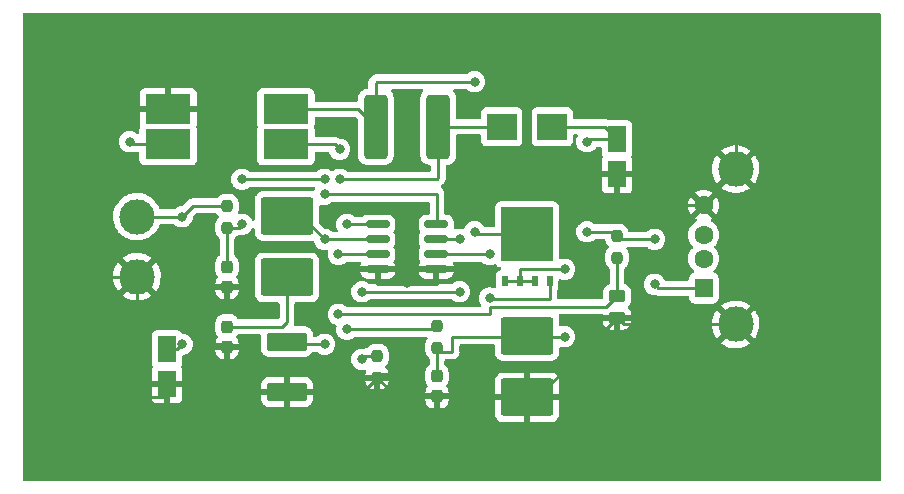
<source format=gbr>
%TF.GenerationSoftware,KiCad,Pcbnew,(6.0.4)*%
%TF.CreationDate,2022-04-25T19:14:18-07:00*%
%TF.ProjectId,SolarChargerV2,536f6c61-7243-4686-9172-67657256322e,rev?*%
%TF.SameCoordinates,Original*%
%TF.FileFunction,Copper,L1,Top*%
%TF.FilePolarity,Positive*%
%FSLAX46Y46*%
G04 Gerber Fmt 4.6, Leading zero omitted, Abs format (unit mm)*
G04 Created by KiCad (PCBNEW (6.0.4)) date 2022-04-25 19:14:18*
%MOMM*%
%LPD*%
G01*
G04 APERTURE LIST*
G04 Aperture macros list*
%AMRoundRect*
0 Rectangle with rounded corners*
0 $1 Rounding radius*
0 $2 $3 $4 $5 $6 $7 $8 $9 X,Y pos of 4 corners*
0 Add a 4 corners polygon primitive as box body*
4,1,4,$2,$3,$4,$5,$6,$7,$8,$9,$2,$3,0*
0 Add four circle primitives for the rounded corners*
1,1,$1+$1,$2,$3*
1,1,$1+$1,$4,$5*
1,1,$1+$1,$6,$7*
1,1,$1+$1,$8,$9*
0 Add four rect primitives between the rounded corners*
20,1,$1+$1,$2,$3,$4,$5,0*
20,1,$1+$1,$4,$5,$6,$7,0*
20,1,$1+$1,$6,$7,$8,$9,0*
20,1,$1+$1,$8,$9,$2,$3,0*%
G04 Aperture macros list end*
%TA.AperFunction,SMDPad,CuDef*%
%ADD10R,3.850000X2.500000*%
%TD*%
%TA.AperFunction,SMDPad,CuDef*%
%ADD11R,1.600000X2.200000*%
%TD*%
%TA.AperFunction,SMDPad,CuDef*%
%ADD12RoundRect,0.237500X-0.237500X0.300000X-0.237500X-0.300000X0.237500X-0.300000X0.237500X0.300000X0*%
%TD*%
%TA.AperFunction,SMDPad,CuDef*%
%ADD13RoundRect,0.250000X-1.450000X0.537500X-1.450000X-0.537500X1.450000X-0.537500X1.450000X0.537500X0*%
%TD*%
%TA.AperFunction,SMDPad,CuDef*%
%ADD14RoundRect,0.249999X-0.737501X-2.450001X0.737501X-2.450001X0.737501X2.450001X-0.737501X2.450001X0*%
%TD*%
%TA.AperFunction,ComponentPad*%
%ADD15C,3.000000*%
%TD*%
%TA.AperFunction,ComponentPad*%
%ADD16C,1.600000*%
%TD*%
%TA.AperFunction,ComponentPad*%
%ADD17R,1.500000X1.600000*%
%TD*%
%TA.AperFunction,SMDPad,CuDef*%
%ADD18R,2.500000X2.300000*%
%TD*%
%TA.AperFunction,SMDPad,CuDef*%
%ADD19RoundRect,0.150000X-0.825000X-0.150000X0.825000X-0.150000X0.825000X0.150000X-0.825000X0.150000X0*%
%TD*%
%TA.AperFunction,SMDPad,CuDef*%
%ADD20R,4.410000X4.550000*%
%TD*%
%TA.AperFunction,SMDPad,CuDef*%
%ADD21R,0.500000X0.850000*%
%TD*%
%TA.AperFunction,SMDPad,CuDef*%
%ADD22RoundRect,0.237500X-0.237500X0.250000X-0.237500X-0.250000X0.237500X-0.250000X0.237500X0.250000X0*%
%TD*%
%TA.AperFunction,SMDPad,CuDef*%
%ADD23RoundRect,0.250000X-0.450000X0.262500X-0.450000X-0.262500X0.450000X-0.262500X0.450000X0.262500X0*%
%TD*%
%TA.AperFunction,SMDPad,CuDef*%
%ADD24RoundRect,0.250000X-1.975000X1.350000X-1.975000X-1.350000X1.975000X-1.350000X1.975000X1.350000X0*%
%TD*%
%TA.AperFunction,ViaPad*%
%ADD25C,0.800000*%
%TD*%
%TA.AperFunction,Conductor*%
%ADD26C,0.250000*%
%TD*%
G04 APERTURE END LIST*
D10*
%TO.P,Le,2,2*%
%TO.N,Net-(C6-Pad2)*%
X116735000Y-62460000D03*
%TO.P,Le,3,3*%
%TO.N,Net-(C1-Pad1)*%
X106785000Y-62460000D03*
%TO.P,Le,4,4*%
%TO.N,GND*%
X106785000Y-59460000D03*
%TO.P,Le,1,1*%
%TO.N,Net-(C6-Pad1)*%
X116735000Y-59460000D03*
%TD*%
D11*
%TO.P,C7,1*%
%TO.N,Net-(C7-Pad1)*%
X144780000Y-62000000D03*
%TO.P,C7,2*%
%TO.N,GND*%
X144780000Y-65000000D03*
%TD*%
%TO.P,C1,2*%
%TO.N,GND*%
X106680000Y-82780000D03*
%TO.P,C1,1*%
%TO.N,Net-(C1-Pad1)*%
X106680000Y-79780000D03*
%TD*%
D12*
%TO.P,C5,2*%
%TO.N,GND*%
X129540000Y-83770000D03*
%TO.P,C5,1*%
%TO.N,Net-(C5-Pad1)*%
X129540000Y-82045000D03*
%TD*%
%TO.P,C3,1*%
%TO.N,Net-(C3-Pad1)*%
X111760000Y-77877500D03*
%TO.P,C3,2*%
%TO.N,GND*%
X111760000Y-79602500D03*
%TD*%
%TO.P,C2,2*%
%TO.N,GND*%
X111760000Y-74522500D03*
%TO.P,C2,1*%
%TO.N,Net-(C2-Pad1)*%
X111760000Y-72797500D03*
%TD*%
D13*
%TO.P,C4,2*%
%TO.N,GND*%
X116840000Y-83417500D03*
%TO.P,C4,1*%
%TO.N,Net-(C4-Pad1)*%
X116840000Y-79142500D03*
%TD*%
D14*
%TO.P,C6,1*%
%TO.N,Net-(C6-Pad1)*%
X124362500Y-60960000D03*
%TO.P,C6,2*%
%TO.N,Net-(C6-Pad2)*%
X129637500Y-60960000D03*
%TD*%
D15*
%TO.P,J1,5,Shield*%
%TO.N,GND*%
X154830000Y-77690000D03*
X154830000Y-64550000D03*
D16*
%TO.P,J1,4,GND*%
X152120000Y-67620000D03*
%TO.P,J1,3,D+*%
%TO.N,unconnected-(J1-Pad3)*%
X152120000Y-70120000D03*
%TO.P,J1,2,D-*%
%TO.N,unconnected-(J1-Pad2)*%
X152120000Y-72120000D03*
D17*
%TO.P,J1,1,VBUS*%
%TO.N,Net-(C7-Pad1)*%
X152120000Y-74620000D03*
%TD*%
D18*
%TO.P,D1,2,A*%
%TO.N,Net-(C6-Pad2)*%
X135010000Y-60960000D03*
%TO.P,D1,1,K*%
%TO.N,Net-(C7-Pad1)*%
X139310000Y-60960000D03*
%TD*%
D19*
%TO.P,U1,1,ISEN*%
%TO.N,Net-(R4-Pad1)*%
X124525000Y-69215000D03*
%TO.P,U1,2,COMP*%
%TO.N,Net-(C4-Pad1)*%
X124525000Y-70485000D03*
%TO.P,U1,3,FB*%
%TO.N,Net-(R6-Pad2)*%
X124525000Y-71755000D03*
%TO.P,U1,4,AGND*%
%TO.N,GND*%
X124525000Y-73025000D03*
%TO.P,U1,5,PGND*%
X129475000Y-73025000D03*
%TO.P,U1,6,DR*%
%TO.N,Net-(Q1-Pad4)*%
X129475000Y-71755000D03*
%TO.P,U1,7,FA/SD*%
%TO.N,Net-(R3-Pad1)*%
X129475000Y-70485000D03*
%TO.P,U1,8,VIN*%
%TO.N,Net-(C2-Pad1)*%
X129475000Y-69215000D03*
%TD*%
D20*
%TO.P,Q1,5,D*%
%TO.N,Net-(C6-Pad1)*%
X137160000Y-70070000D03*
D21*
%TO.P,Q1,4,G*%
%TO.N,Net-(Q1-Pad4)*%
X139065000Y-74020000D03*
%TO.P,Q1,3,S*%
%TO.N,Net-(C5-Pad1)*%
X137795000Y-74020000D03*
%TO.P,Q1,2,S*%
X136525000Y-74020000D03*
%TO.P,Q1,1,S*%
X135255000Y-74020000D03*
%TD*%
D22*
%TO.P,R6,2*%
%TO.N,Net-(R6-Pad2)*%
X144780000Y-72032500D03*
%TO.P,R6,1*%
%TO.N,Net-(C7-Pad1)*%
X144780000Y-70207500D03*
%TD*%
%TO.P,R4,2*%
%TO.N,Net-(C5-Pad1)*%
X129540000Y-79652500D03*
%TO.P,R4,1*%
%TO.N,Net-(R4-Pad1)*%
X129540000Y-77827500D03*
%TD*%
%TO.P,R3,2*%
%TO.N,GND*%
X124460000Y-82192500D03*
%TO.P,R3,1*%
%TO.N,Net-(R3-Pad1)*%
X124460000Y-80367500D03*
%TD*%
%TO.P,R1,2*%
%TO.N,Net-(C2-Pad1)*%
X111760000Y-69492500D03*
%TO.P,R1,1*%
%TO.N,Net-(C1-Pad1)*%
X111760000Y-67667500D03*
%TD*%
D23*
%TO.P,R7,2*%
%TO.N,GND*%
X144780000Y-77112500D03*
%TO.P,R7,1*%
%TO.N,Net-(R6-Pad2)*%
X144780000Y-75287500D03*
%TD*%
D24*
%TO.P,R5,2*%
%TO.N,GND*%
X137160000Y-83880000D03*
%TO.P,R5,1*%
%TO.N,Net-(C5-Pad1)*%
X137160000Y-78680000D03*
%TD*%
%TO.P,R2,2*%
%TO.N,Net-(C3-Pad1)*%
X116840000Y-73720000D03*
%TO.P,R2,1*%
%TO.N,Net-(C4-Pad1)*%
X116840000Y-68520000D03*
%TD*%
D15*
%TO.P,SC1,2,-*%
%TO.N,GND*%
X104140000Y-73660000D03*
%TO.P,SC1,1,+*%
%TO.N,Net-(C1-Pad1)*%
X104140000Y-68580000D03*
%TD*%
D25*
%TO.N,GND*%
X104140000Y-76835000D03*
%TO.N,Net-(C6-Pad1)*%
X132715000Y-57150000D03*
X132715000Y-69850000D03*
%TO.N,Net-(C5-Pad1)*%
X140335000Y-73025000D03*
X140335000Y-78740000D03*
%TO.N,Net-(Q1-Pad4)*%
X133985000Y-75475500D03*
X133985000Y-71755000D03*
%TO.N,GND*%
X127000000Y-81915000D03*
X127000000Y-74205500D03*
%TO.N,Net-(R6-Pad2)*%
X121195500Y-76835000D03*
X121195500Y-71755000D03*
%TO.N,Net-(R3-Pad1)*%
X131445000Y-70485000D03*
X131445000Y-74930000D03*
X123190000Y-74930000D03*
X123190000Y-80645000D03*
%TO.N,Net-(R4-Pad1)*%
X121920000Y-69215000D03*
X121920000Y-78105000D03*
%TO.N,Net-(C2-Pad1)*%
X120015000Y-66675000D03*
X120015000Y-65405000D03*
X113030000Y-65405000D03*
X113030000Y-69215000D03*
%TO.N,Net-(C4-Pad1)*%
X120015000Y-70485000D03*
X120015000Y-79375000D03*
%TO.N,GND*%
X109855000Y-82550000D03*
%TO.N,Net-(C7-Pad1)*%
X142240000Y-69850000D03*
X142240000Y-62230000D03*
X147955000Y-70485000D03*
X147955000Y-74295000D03*
%TO.N,GND*%
X147320000Y-59690000D03*
X147320000Y-64770000D03*
%TO.N,Net-(C6-Pad2)*%
X121285000Y-65405000D03*
X121285000Y-62865000D03*
%TO.N,Net-(C1-Pad1)*%
X103505000Y-62230000D03*
%TO.N,GND*%
X100965000Y-59690000D03*
X100965000Y-73660000D03*
%TO.N,Net-(C1-Pad1)*%
X107950000Y-68580000D03*
X107950000Y-79375000D03*
%TO.N,GND*%
X109855000Y-79375000D03*
X109855000Y-74930000D03*
X104140000Y-83820000D03*
%TD*%
D26*
%TO.N,GND*%
X111992500Y-83417500D02*
X116840000Y-83417500D01*
X111760000Y-79602500D02*
X111760000Y-83185000D01*
X111760000Y-83185000D02*
X111992500Y-83417500D01*
X104140000Y-76835000D02*
X104140000Y-73660000D01*
%TO.N,Net-(C6-Pad1)*%
X124460000Y-57150000D02*
X124362500Y-57247500D01*
X132715000Y-57150000D02*
X124460000Y-57150000D01*
X132935000Y-70070000D02*
X132715000Y-69850000D01*
X124362500Y-57247500D02*
X124362500Y-60960000D01*
X137160000Y-70070000D02*
X132935000Y-70070000D01*
%TO.N,Net-(C5-Pad1)*%
X136525000Y-74020000D02*
X135255000Y-74020000D01*
X137795000Y-74020000D02*
X136525000Y-74020000D01*
X136525000Y-73025000D02*
X136525000Y-74020000D01*
X137220000Y-78740000D02*
X140335000Y-78740000D01*
X140335000Y-73025000D02*
X136525000Y-73025000D01*
X137160000Y-78680000D02*
X137220000Y-78740000D01*
%TO.N,Net-(Q1-Pad4)*%
X139065000Y-75565000D02*
X139065000Y-74020000D01*
X133985000Y-75475500D02*
X134074500Y-75565000D01*
X134074500Y-75565000D02*
X139065000Y-75565000D01*
X129475000Y-71755000D02*
X133985000Y-71755000D01*
%TO.N,GND*%
X127000000Y-74295000D02*
X127000000Y-74205500D01*
X127000000Y-74295000D02*
X129540000Y-74295000D01*
X127000000Y-81915000D02*
X124737500Y-81915000D01*
X124737500Y-81915000D02*
X124460000Y-82192500D01*
X124460000Y-74295000D02*
X127000000Y-74295000D01*
X129540000Y-74295000D02*
X129540000Y-73090000D01*
X129540000Y-73090000D02*
X129475000Y-73025000D01*
X124525000Y-74230000D02*
X124460000Y-74295000D01*
X124525000Y-73025000D02*
X124525000Y-74230000D01*
%TO.N,Net-(C5-Pad1)*%
X129897500Y-80010000D02*
X129540000Y-79652500D01*
X137100000Y-78740000D02*
X130810000Y-78740000D01*
X130810000Y-78740000D02*
X130810000Y-80010000D01*
X137160000Y-78680000D02*
X137100000Y-78740000D01*
X130810000Y-80010000D02*
X129897500Y-80010000D01*
%TO.N,Net-(R6-Pad2)*%
X133985000Y-76200000D02*
X143867500Y-76200000D01*
X133985000Y-76835000D02*
X133985000Y-76200000D01*
X121195500Y-76835000D02*
X133985000Y-76835000D01*
X143867500Y-76200000D02*
X144780000Y-75287500D01*
X124525000Y-71755000D02*
X121195500Y-71755000D01*
%TO.N,Net-(R3-Pad1)*%
X131445000Y-70485000D02*
X129475000Y-70485000D01*
X123190000Y-74930000D02*
X131445000Y-74930000D01*
X123467500Y-80367500D02*
X123190000Y-80645000D01*
X124460000Y-80367500D02*
X123467500Y-80367500D01*
%TO.N,Net-(R4-Pad1)*%
X129262500Y-78105000D02*
X129540000Y-77827500D01*
X121920000Y-78105000D02*
X129262500Y-78105000D01*
X124525000Y-69215000D02*
X121920000Y-69215000D01*
%TO.N,Net-(C2-Pad1)*%
X129540000Y-69150000D02*
X129475000Y-69215000D01*
X120015000Y-66675000D02*
X129540000Y-66675000D01*
X113030000Y-65405000D02*
X120015000Y-65405000D01*
X112752500Y-69492500D02*
X113030000Y-69215000D01*
X111760000Y-69492500D02*
X112752500Y-69492500D01*
X129540000Y-66675000D02*
X129540000Y-69150000D01*
%TO.N,Net-(C3-Pad1)*%
X116840000Y-77470000D02*
X116840000Y-73720000D01*
X116432500Y-77877500D02*
X116840000Y-77470000D01*
X111760000Y-77877500D02*
X116432500Y-77877500D01*
%TO.N,Net-(C4-Pad1)*%
X120015000Y-70485000D02*
X124525000Y-70485000D01*
X120015000Y-70485000D02*
X118050000Y-68520000D01*
X117072500Y-79375000D02*
X120015000Y-79375000D01*
X118050000Y-68520000D02*
X116840000Y-68520000D01*
X116840000Y-79142500D02*
X117072500Y-79375000D01*
%TO.N,GND*%
X109625000Y-82780000D02*
X109855000Y-82550000D01*
X106680000Y-82780000D02*
X109625000Y-82780000D01*
%TO.N,Net-(R6-Pad2)*%
X144780000Y-72032500D02*
X144780000Y-75287500D01*
%TO.N,Net-(C7-Pad1)*%
X144422500Y-69850000D02*
X144780000Y-70207500D01*
X142240000Y-69850000D02*
X144422500Y-69850000D01*
X144780000Y-62000000D02*
X142470000Y-62000000D01*
X142470000Y-62000000D02*
X142240000Y-62230000D01*
X145057500Y-70485000D02*
X144780000Y-70207500D01*
X148280000Y-74620000D02*
X147955000Y-74295000D01*
X152120000Y-74620000D02*
X148280000Y-74620000D01*
X147955000Y-70485000D02*
X145057500Y-70485000D01*
%TO.N,GND*%
X156845000Y-75675000D02*
X154830000Y-77690000D01*
X156845000Y-66565000D02*
X156845000Y-75675000D01*
X154830000Y-64550000D02*
X156845000Y-66565000D01*
X150170000Y-67620000D02*
X147320000Y-64770000D01*
X152120000Y-67620000D02*
X150170000Y-67620000D01*
X154830000Y-59800000D02*
X154830000Y-64550000D01*
X154940000Y-59690000D02*
X154830000Y-59800000D01*
X147320000Y-59690000D02*
X154940000Y-59690000D01*
X147090000Y-65000000D02*
X147320000Y-64770000D01*
X144780000Y-65000000D02*
X147090000Y-65000000D01*
%TO.N,Net-(C7-Pad1)*%
X143740000Y-60960000D02*
X144780000Y-62000000D01*
X139310000Y-60960000D02*
X143740000Y-60960000D01*
%TO.N,Net-(C6-Pad2)*%
X135010000Y-60960000D02*
X129637500Y-60960000D01*
X129637500Y-65307500D02*
X129637500Y-60960000D01*
X129540000Y-65405000D02*
X129637500Y-65307500D01*
X121285000Y-65405000D02*
X129540000Y-65405000D01*
X120880000Y-62460000D02*
X121285000Y-62865000D01*
X116735000Y-62460000D02*
X120880000Y-62460000D01*
%TO.N,Net-(C6-Pad1)*%
X122862500Y-59460000D02*
X124362500Y-60960000D01*
X116735000Y-59460000D02*
X122862500Y-59460000D01*
%TO.N,Net-(C1-Pad1)*%
X108862500Y-67667500D02*
X107950000Y-68580000D01*
X111760000Y-67667500D02*
X108862500Y-67667500D01*
X103735000Y-62460000D02*
X103505000Y-62230000D01*
X106785000Y-62460000D02*
X103735000Y-62460000D01*
%TO.N,GND*%
X100965000Y-73660000D02*
X104140000Y-73660000D01*
X101195000Y-59460000D02*
X100965000Y-59690000D01*
X106785000Y-59460000D02*
X101195000Y-59460000D01*
%TO.N,Net-(C1-Pad1)*%
X107950000Y-68580000D02*
X104140000Y-68580000D01*
X107545000Y-79780000D02*
X107950000Y-79375000D01*
X106680000Y-79780000D02*
X107545000Y-79780000D01*
%TO.N,GND*%
X111532500Y-79375000D02*
X111760000Y-79602500D01*
X110262500Y-74522500D02*
X109855000Y-74930000D01*
X111760000Y-74522500D02*
X110262500Y-74522500D01*
X109855000Y-79375000D02*
X111532500Y-79375000D01*
%TO.N,Net-(C2-Pad1)*%
X111760000Y-69492500D02*
X111760000Y-72797500D01*
%TO.N,GND*%
X106680000Y-83820000D02*
X106680000Y-82780000D01*
X104140000Y-83820000D02*
X106680000Y-83820000D01*
X145357500Y-77690000D02*
X144780000Y-77112500D01*
X154830000Y-77690000D02*
X145357500Y-77690000D01*
X138012500Y-83880000D02*
X144780000Y-77112500D01*
X137160000Y-83880000D02*
X138012500Y-83880000D01*
X137050000Y-83770000D02*
X137160000Y-83880000D01*
X129540000Y-83770000D02*
X137050000Y-83770000D01*
X129540000Y-83770000D02*
X126037500Y-83770000D01*
X126037500Y-83770000D02*
X124460000Y-82192500D01*
X116840000Y-83417500D02*
X123235000Y-83417500D01*
X123235000Y-83417500D02*
X124460000Y-82192500D01*
%TO.N,Net-(C5-Pad1)*%
X129540000Y-79652500D02*
X129540000Y-82045000D01*
%TD*%
%TA.AperFunction,Conductor*%
%TO.N,GND*%
G36*
X167073621Y-51328502D02*
G01*
X167120114Y-51382158D01*
X167131500Y-51434500D01*
X167131500Y-90805500D01*
X167111498Y-90873621D01*
X167057842Y-90920114D01*
X167005500Y-90931500D01*
X94614500Y-90931500D01*
X94546379Y-90911498D01*
X94499886Y-90857842D01*
X94488500Y-90805500D01*
X94488500Y-85277095D01*
X134427001Y-85277095D01*
X134427338Y-85283614D01*
X134437257Y-85379206D01*
X134440149Y-85392600D01*
X134491588Y-85546784D01*
X134497761Y-85559962D01*
X134583063Y-85697807D01*
X134592099Y-85709208D01*
X134706829Y-85823739D01*
X134718240Y-85832751D01*
X134856243Y-85917816D01*
X134869424Y-85923963D01*
X135023710Y-85975138D01*
X135037086Y-85978005D01*
X135131438Y-85987672D01*
X135137854Y-85988000D01*
X136887885Y-85988000D01*
X136903124Y-85983525D01*
X136904329Y-85982135D01*
X136906000Y-85974452D01*
X136906000Y-85969884D01*
X137414000Y-85969884D01*
X137418475Y-85985123D01*
X137419865Y-85986328D01*
X137427548Y-85987999D01*
X139182095Y-85987999D01*
X139188614Y-85987662D01*
X139284206Y-85977743D01*
X139297600Y-85974851D01*
X139451784Y-85923412D01*
X139464962Y-85917239D01*
X139602807Y-85831937D01*
X139614208Y-85822901D01*
X139728739Y-85708171D01*
X139737751Y-85696760D01*
X139822816Y-85558757D01*
X139828963Y-85545576D01*
X139880138Y-85391290D01*
X139883005Y-85377914D01*
X139892672Y-85283562D01*
X139893000Y-85277146D01*
X139893000Y-84152115D01*
X139888525Y-84136876D01*
X139887135Y-84135671D01*
X139879452Y-84134000D01*
X137432115Y-84134000D01*
X137416876Y-84138475D01*
X137415671Y-84139865D01*
X137414000Y-84147548D01*
X137414000Y-85969884D01*
X136906000Y-85969884D01*
X136906000Y-84152115D01*
X136901525Y-84136876D01*
X136900135Y-84135671D01*
X136892452Y-84134000D01*
X134445116Y-84134000D01*
X134429877Y-84138475D01*
X134428672Y-84139865D01*
X134427001Y-84147548D01*
X134427001Y-85277095D01*
X94488500Y-85277095D01*
X94488500Y-83924669D01*
X105372001Y-83924669D01*
X105372371Y-83931490D01*
X105377895Y-83982352D01*
X105381521Y-83997604D01*
X105426676Y-84118054D01*
X105435214Y-84133649D01*
X105511715Y-84235724D01*
X105524276Y-84248285D01*
X105626351Y-84324786D01*
X105641946Y-84333324D01*
X105762394Y-84378478D01*
X105777649Y-84382105D01*
X105828514Y-84387631D01*
X105835328Y-84388000D01*
X106407885Y-84388000D01*
X106423124Y-84383525D01*
X106424329Y-84382135D01*
X106426000Y-84374452D01*
X106426000Y-84369884D01*
X106934000Y-84369884D01*
X106938475Y-84385123D01*
X106939865Y-84386328D01*
X106947548Y-84387999D01*
X107524669Y-84387999D01*
X107531490Y-84387629D01*
X107582352Y-84382105D01*
X107597604Y-84378479D01*
X107718054Y-84333324D01*
X107733649Y-84324786D01*
X107835724Y-84248285D01*
X107848285Y-84235724D01*
X107924786Y-84133649D01*
X107933324Y-84118054D01*
X107976795Y-84002095D01*
X114632001Y-84002095D01*
X114632338Y-84008614D01*
X114642257Y-84104206D01*
X114645149Y-84117600D01*
X114696588Y-84271784D01*
X114702761Y-84284962D01*
X114788063Y-84422807D01*
X114797099Y-84434208D01*
X114911829Y-84548739D01*
X114923240Y-84557751D01*
X115061243Y-84642816D01*
X115074424Y-84648963D01*
X115228710Y-84700138D01*
X115242086Y-84703005D01*
X115336438Y-84712672D01*
X115342854Y-84713000D01*
X116567885Y-84713000D01*
X116583124Y-84708525D01*
X116584329Y-84707135D01*
X116586000Y-84699452D01*
X116586000Y-84694884D01*
X117094000Y-84694884D01*
X117098475Y-84710123D01*
X117099865Y-84711328D01*
X117107548Y-84712999D01*
X118337095Y-84712999D01*
X118343614Y-84712662D01*
X118439206Y-84702743D01*
X118452600Y-84699851D01*
X118606784Y-84648412D01*
X118619962Y-84642239D01*
X118757807Y-84556937D01*
X118769208Y-84547901D01*
X118883739Y-84433171D01*
X118892751Y-84421760D01*
X118977816Y-84283757D01*
X118983963Y-84270576D01*
X119035138Y-84116290D01*
X119035143Y-84116266D01*
X128557000Y-84116266D01*
X128557337Y-84122782D01*
X128567075Y-84216632D01*
X128569968Y-84230028D01*
X128620488Y-84381453D01*
X128626653Y-84394615D01*
X128710426Y-84529992D01*
X128719460Y-84541390D01*
X128832129Y-84653863D01*
X128843540Y-84662875D01*
X128979063Y-84746412D01*
X128992241Y-84752556D01*
X129143766Y-84802815D01*
X129157132Y-84805681D01*
X129249770Y-84815172D01*
X129256185Y-84815500D01*
X129267885Y-84815500D01*
X129283124Y-84811025D01*
X129284329Y-84809635D01*
X129286000Y-84801952D01*
X129286000Y-84797385D01*
X129794000Y-84797385D01*
X129798475Y-84812624D01*
X129799865Y-84813829D01*
X129807548Y-84815500D01*
X129823766Y-84815500D01*
X129830282Y-84815163D01*
X129924132Y-84805425D01*
X129937528Y-84802532D01*
X130088953Y-84752012D01*
X130102115Y-84745847D01*
X130237492Y-84662074D01*
X130248890Y-84653040D01*
X130361363Y-84540371D01*
X130370375Y-84528960D01*
X130453912Y-84393437D01*
X130460056Y-84380259D01*
X130510315Y-84228734D01*
X130513181Y-84215368D01*
X130522672Y-84122730D01*
X130523000Y-84116315D01*
X130523000Y-84042115D01*
X130518525Y-84026876D01*
X130517135Y-84025671D01*
X130509452Y-84024000D01*
X129812115Y-84024000D01*
X129796876Y-84028475D01*
X129795671Y-84029865D01*
X129794000Y-84037548D01*
X129794000Y-84797385D01*
X129286000Y-84797385D01*
X129286000Y-84042115D01*
X129281525Y-84026876D01*
X129280135Y-84025671D01*
X129272452Y-84024000D01*
X128575115Y-84024000D01*
X128559876Y-84028475D01*
X128558671Y-84029865D01*
X128557000Y-84037548D01*
X128557000Y-84116266D01*
X119035143Y-84116266D01*
X119038005Y-84102914D01*
X119047672Y-84008562D01*
X119048000Y-84002146D01*
X119048000Y-83689615D01*
X119043525Y-83674376D01*
X119042135Y-83673171D01*
X119034452Y-83671500D01*
X117112115Y-83671500D01*
X117096876Y-83675975D01*
X117095671Y-83677365D01*
X117094000Y-83685048D01*
X117094000Y-84694884D01*
X116586000Y-84694884D01*
X116586000Y-83689615D01*
X116581525Y-83674376D01*
X116580135Y-83673171D01*
X116572452Y-83671500D01*
X114650116Y-83671500D01*
X114634877Y-83675975D01*
X114633672Y-83677365D01*
X114632001Y-83685048D01*
X114632001Y-84002095D01*
X107976795Y-84002095D01*
X107978478Y-83997606D01*
X107982105Y-83982351D01*
X107987631Y-83931486D01*
X107988000Y-83924672D01*
X107988000Y-83607885D01*
X134427000Y-83607885D01*
X134431475Y-83623124D01*
X134432865Y-83624329D01*
X134440548Y-83626000D01*
X136887885Y-83626000D01*
X136903124Y-83621525D01*
X136904329Y-83620135D01*
X136906000Y-83612452D01*
X136906000Y-83607885D01*
X137414000Y-83607885D01*
X137418475Y-83623124D01*
X137419865Y-83624329D01*
X137427548Y-83626000D01*
X139874884Y-83626000D01*
X139890123Y-83621525D01*
X139891328Y-83620135D01*
X139892999Y-83612452D01*
X139892999Y-82482905D01*
X139892662Y-82476386D01*
X139882743Y-82380794D01*
X139879851Y-82367400D01*
X139828412Y-82213216D01*
X139822239Y-82200038D01*
X139736937Y-82062193D01*
X139727901Y-82050792D01*
X139613171Y-81936261D01*
X139601760Y-81927249D01*
X139463757Y-81842184D01*
X139450576Y-81836037D01*
X139296290Y-81784862D01*
X139282914Y-81781995D01*
X139188562Y-81772328D01*
X139182145Y-81772000D01*
X137432115Y-81772000D01*
X137416876Y-81776475D01*
X137415671Y-81777865D01*
X137414000Y-81785548D01*
X137414000Y-83607885D01*
X136906000Y-83607885D01*
X136906000Y-81790116D01*
X136901525Y-81774877D01*
X136900135Y-81773672D01*
X136892452Y-81772001D01*
X135137905Y-81772001D01*
X135131386Y-81772338D01*
X135035794Y-81782257D01*
X135022400Y-81785149D01*
X134868216Y-81836588D01*
X134855038Y-81842761D01*
X134717193Y-81928063D01*
X134705792Y-81937099D01*
X134591261Y-82051829D01*
X134582249Y-82063240D01*
X134497184Y-82201243D01*
X134491037Y-82214424D01*
X134439862Y-82368710D01*
X134436995Y-82382086D01*
X134427328Y-82476438D01*
X134427000Y-82482855D01*
X134427000Y-83607885D01*
X107988000Y-83607885D01*
X107988000Y-83145385D01*
X114632000Y-83145385D01*
X114636475Y-83160624D01*
X114637865Y-83161829D01*
X114645548Y-83163500D01*
X116567885Y-83163500D01*
X116583124Y-83159025D01*
X116584329Y-83157635D01*
X116586000Y-83149952D01*
X116586000Y-83145385D01*
X117094000Y-83145385D01*
X117098475Y-83160624D01*
X117099865Y-83161829D01*
X117107548Y-83163500D01*
X119029884Y-83163500D01*
X119045123Y-83159025D01*
X119046328Y-83157635D01*
X119047999Y-83149952D01*
X119047999Y-82832905D01*
X119047662Y-82826386D01*
X119037743Y-82730794D01*
X119034851Y-82717400D01*
X118983412Y-82563216D01*
X118977239Y-82550038D01*
X118939322Y-82488766D01*
X123477000Y-82488766D01*
X123477337Y-82495282D01*
X123487075Y-82589132D01*
X123489968Y-82602528D01*
X123540488Y-82753953D01*
X123546653Y-82767115D01*
X123630426Y-82902492D01*
X123639460Y-82913890D01*
X123752129Y-83026363D01*
X123763540Y-83035375D01*
X123899063Y-83118912D01*
X123912241Y-83125056D01*
X124063766Y-83175315D01*
X124077132Y-83178181D01*
X124169770Y-83187672D01*
X124176185Y-83188000D01*
X124187885Y-83188000D01*
X124203124Y-83183525D01*
X124204329Y-83182135D01*
X124206000Y-83174452D01*
X124206000Y-83169885D01*
X124714000Y-83169885D01*
X124718475Y-83185124D01*
X124719865Y-83186329D01*
X124727548Y-83188000D01*
X124743766Y-83188000D01*
X124750282Y-83187663D01*
X124844132Y-83177925D01*
X124857528Y-83175032D01*
X125008953Y-83124512D01*
X125022115Y-83118347D01*
X125157492Y-83034574D01*
X125168890Y-83025540D01*
X125281363Y-82912871D01*
X125290375Y-82901460D01*
X125373912Y-82765937D01*
X125380056Y-82752759D01*
X125430315Y-82601234D01*
X125433181Y-82587868D01*
X125442672Y-82495230D01*
X125443000Y-82488815D01*
X125443000Y-82464615D01*
X125438525Y-82449376D01*
X125437135Y-82448171D01*
X125429452Y-82446500D01*
X124732115Y-82446500D01*
X124716876Y-82450975D01*
X124715671Y-82452365D01*
X124714000Y-82460048D01*
X124714000Y-83169885D01*
X124206000Y-83169885D01*
X124206000Y-82464615D01*
X124201525Y-82449376D01*
X124200135Y-82448171D01*
X124192452Y-82446500D01*
X123495115Y-82446500D01*
X123479876Y-82450975D01*
X123478671Y-82452365D01*
X123477000Y-82460048D01*
X123477000Y-82488766D01*
X118939322Y-82488766D01*
X118891937Y-82412193D01*
X118882901Y-82400792D01*
X118768171Y-82286261D01*
X118756760Y-82277249D01*
X118618757Y-82192184D01*
X118605576Y-82186037D01*
X118451290Y-82134862D01*
X118437914Y-82131995D01*
X118343562Y-82122328D01*
X118337145Y-82122000D01*
X117112115Y-82122000D01*
X117096876Y-82126475D01*
X117095671Y-82127865D01*
X117094000Y-82135548D01*
X117094000Y-83145385D01*
X116586000Y-83145385D01*
X116586000Y-82140116D01*
X116581525Y-82124877D01*
X116580135Y-82123672D01*
X116572452Y-82122001D01*
X115342905Y-82122001D01*
X115336386Y-82122338D01*
X115240794Y-82132257D01*
X115227400Y-82135149D01*
X115073216Y-82186588D01*
X115060038Y-82192761D01*
X114922193Y-82278063D01*
X114910792Y-82287099D01*
X114796261Y-82401829D01*
X114787249Y-82413240D01*
X114702184Y-82551243D01*
X114696037Y-82564424D01*
X114644862Y-82718710D01*
X114641995Y-82732086D01*
X114632328Y-82826438D01*
X114632000Y-82832855D01*
X114632000Y-83145385D01*
X107988000Y-83145385D01*
X107988000Y-83052115D01*
X107983525Y-83036876D01*
X107982135Y-83035671D01*
X107974452Y-83034000D01*
X106952115Y-83034000D01*
X106936876Y-83038475D01*
X106935671Y-83039865D01*
X106934000Y-83047548D01*
X106934000Y-84369884D01*
X106426000Y-84369884D01*
X106426000Y-83052115D01*
X106421525Y-83036876D01*
X106420135Y-83035671D01*
X106412452Y-83034000D01*
X105390116Y-83034000D01*
X105374877Y-83038475D01*
X105373672Y-83039865D01*
X105372001Y-83047548D01*
X105372001Y-83924669D01*
X94488500Y-83924669D01*
X94488500Y-80928134D01*
X105371500Y-80928134D01*
X105378255Y-80990316D01*
X105429385Y-81126705D01*
X105474463Y-81186852D01*
X105487953Y-81204852D01*
X105512801Y-81271358D01*
X105497748Y-81340741D01*
X105487953Y-81355982D01*
X105435214Y-81426352D01*
X105426676Y-81441946D01*
X105381522Y-81562394D01*
X105377895Y-81577649D01*
X105372369Y-81628514D01*
X105372000Y-81635328D01*
X105372000Y-82507885D01*
X105376475Y-82523124D01*
X105377865Y-82524329D01*
X105385548Y-82526000D01*
X107969884Y-82526000D01*
X107985123Y-82521525D01*
X107986328Y-82520135D01*
X107987999Y-82512452D01*
X107987999Y-81635331D01*
X107987629Y-81628510D01*
X107982105Y-81577648D01*
X107978479Y-81562396D01*
X107933324Y-81441946D01*
X107924786Y-81426352D01*
X107872047Y-81355982D01*
X107847199Y-81289476D01*
X107862252Y-81220093D01*
X107872047Y-81204852D01*
X107885537Y-81186852D01*
X107930615Y-81126705D01*
X107981745Y-80990316D01*
X107988500Y-80928134D01*
X107988500Y-80397646D01*
X108008502Y-80329525D01*
X108062158Y-80283032D01*
X108088302Y-80274399D01*
X108232288Y-80243794D01*
X108238319Y-80241109D01*
X108400722Y-80168803D01*
X108400724Y-80168802D01*
X108406752Y-80166118D01*
X108432967Y-80147072D01*
X108500911Y-80097707D01*
X108561253Y-80053866D01*
X108569650Y-80044540D01*
X108655885Y-79948766D01*
X110777000Y-79948766D01*
X110777337Y-79955282D01*
X110787075Y-80049132D01*
X110789968Y-80062528D01*
X110840488Y-80213953D01*
X110846653Y-80227115D01*
X110930426Y-80362492D01*
X110939460Y-80373890D01*
X111052129Y-80486363D01*
X111063540Y-80495375D01*
X111199063Y-80578912D01*
X111212241Y-80585056D01*
X111363766Y-80635315D01*
X111377132Y-80638181D01*
X111469770Y-80647672D01*
X111476185Y-80648000D01*
X111487885Y-80648000D01*
X111503124Y-80643525D01*
X111504329Y-80642135D01*
X111506000Y-80634452D01*
X111506000Y-80629885D01*
X112014000Y-80629885D01*
X112018475Y-80645124D01*
X112019865Y-80646329D01*
X112027548Y-80648000D01*
X112043766Y-80648000D01*
X112050282Y-80647663D01*
X112075947Y-80645000D01*
X122276496Y-80645000D01*
X122296458Y-80834928D01*
X122355473Y-81016556D01*
X122358776Y-81022278D01*
X122358777Y-81022279D01*
X122390239Y-81076772D01*
X122450960Y-81181944D01*
X122455378Y-81186851D01*
X122455379Y-81186852D01*
X122574325Y-81318955D01*
X122578747Y-81323866D01*
X122641704Y-81369607D01*
X122712922Y-81421350D01*
X122733248Y-81436118D01*
X122739276Y-81438802D01*
X122739278Y-81438803D01*
X122837442Y-81482508D01*
X122907712Y-81513794D01*
X123001112Y-81533647D01*
X123088056Y-81552128D01*
X123088061Y-81552128D01*
X123094513Y-81553500D01*
X123285487Y-81553500D01*
X123291939Y-81552128D01*
X123291944Y-81552128D01*
X123372359Y-81535035D01*
X123443150Y-81540437D01*
X123499783Y-81583254D01*
X123524276Y-81649892D01*
X123518149Y-81697949D01*
X123489685Y-81783765D01*
X123486819Y-81797132D01*
X123477328Y-81889770D01*
X123477000Y-81896185D01*
X123477000Y-81920385D01*
X123481475Y-81935624D01*
X123482865Y-81936829D01*
X123490548Y-81938500D01*
X125424885Y-81938500D01*
X125440124Y-81934025D01*
X125441329Y-81932635D01*
X125443000Y-81924952D01*
X125443000Y-81896234D01*
X125442663Y-81889718D01*
X125432925Y-81795868D01*
X125430032Y-81782472D01*
X125379512Y-81631047D01*
X125373347Y-81617885D01*
X125289574Y-81482508D01*
X125280540Y-81471110D01*
X125178860Y-81369607D01*
X125144781Y-81307324D01*
X125149784Y-81236504D01*
X125178705Y-81191416D01*
X125188161Y-81181944D01*
X125286929Y-81083003D01*
X125331762Y-81010271D01*
X125374369Y-80941150D01*
X125374370Y-80941148D01*
X125378209Y-80934920D01*
X125432974Y-80769809D01*
X125437625Y-80724419D01*
X125443172Y-80670271D01*
X125443500Y-80667072D01*
X125443500Y-80067928D01*
X125443163Y-80064678D01*
X125433419Y-79970765D01*
X125433418Y-79970761D01*
X125432707Y-79963907D01*
X125429830Y-79955282D01*
X125379972Y-79805841D01*
X125377654Y-79798893D01*
X125286116Y-79650969D01*
X125280934Y-79645796D01*
X125168184Y-79533242D01*
X125168179Y-79533238D01*
X125163003Y-79528071D01*
X125156772Y-79524230D01*
X125021150Y-79440631D01*
X125021148Y-79440630D01*
X125014920Y-79436791D01*
X124849809Y-79382026D01*
X124842973Y-79381326D01*
X124842970Y-79381325D01*
X124791474Y-79376049D01*
X124747072Y-79371500D01*
X124172928Y-79371500D01*
X124169682Y-79371837D01*
X124169678Y-79371837D01*
X124075765Y-79381581D01*
X124075761Y-79381582D01*
X124068907Y-79382293D01*
X124062371Y-79384474D01*
X124062369Y-79384474D01*
X123929605Y-79428768D01*
X123903893Y-79437346D01*
X123755969Y-79528884D01*
X123633071Y-79651997D01*
X123629235Y-79658220D01*
X123629228Y-79658229D01*
X123620555Y-79672300D01*
X123567784Y-79719794D01*
X123517254Y-79732123D01*
X123468676Y-79733650D01*
X123459514Y-79733938D01*
X123455555Y-79734000D01*
X123427644Y-79734000D01*
X123423710Y-79734497D01*
X123423709Y-79734497D01*
X123423644Y-79734505D01*
X123411807Y-79735438D01*
X123379990Y-79736438D01*
X123375529Y-79736578D01*
X123367610Y-79736827D01*
X123359999Y-79739038D01*
X123352172Y-79740278D01*
X123351864Y-79738332D01*
X123302607Y-79740139D01*
X123291944Y-79737872D01*
X123291940Y-79737872D01*
X123285487Y-79736500D01*
X123094513Y-79736500D01*
X123088061Y-79737872D01*
X123088056Y-79737872D01*
X123020279Y-79752279D01*
X122907712Y-79776206D01*
X122901682Y-79778891D01*
X122901681Y-79778891D01*
X122739278Y-79851197D01*
X122739276Y-79851198D01*
X122733248Y-79853882D01*
X122727907Y-79857762D01*
X122727906Y-79857763D01*
X122677843Y-79894136D01*
X122578747Y-79966134D01*
X122574326Y-79971044D01*
X122574325Y-79971045D01*
X122467191Y-80090030D01*
X122450960Y-80108056D01*
X122425498Y-80152157D01*
X122371861Y-80245060D01*
X122355473Y-80273444D01*
X122296458Y-80455072D01*
X122295768Y-80461633D01*
X122295768Y-80461635D01*
X122278146Y-80629305D01*
X122276496Y-80645000D01*
X112075947Y-80645000D01*
X112144132Y-80637925D01*
X112157528Y-80635032D01*
X112308953Y-80584512D01*
X112322115Y-80578347D01*
X112457492Y-80494574D01*
X112468890Y-80485540D01*
X112581363Y-80372871D01*
X112590375Y-80361460D01*
X112673912Y-80225937D01*
X112680056Y-80212759D01*
X112730315Y-80061234D01*
X112733181Y-80047868D01*
X112742672Y-79955230D01*
X112743000Y-79948815D01*
X112743000Y-79874615D01*
X112738525Y-79859376D01*
X112737135Y-79858171D01*
X112729452Y-79856500D01*
X112032115Y-79856500D01*
X112016876Y-79860975D01*
X112015671Y-79862365D01*
X112014000Y-79870048D01*
X112014000Y-80629885D01*
X111506000Y-80629885D01*
X111506000Y-79874615D01*
X111501525Y-79859376D01*
X111500135Y-79858171D01*
X111492452Y-79856500D01*
X110795115Y-79856500D01*
X110779876Y-79860975D01*
X110778671Y-79862365D01*
X110777000Y-79870048D01*
X110777000Y-79948766D01*
X108655885Y-79948766D01*
X108684621Y-79916852D01*
X108684622Y-79916851D01*
X108689040Y-79911944D01*
X108784527Y-79746556D01*
X108843542Y-79564928D01*
X108846814Y-79533803D01*
X108862814Y-79381565D01*
X108863504Y-79375000D01*
X108860543Y-79346829D01*
X108844232Y-79191635D01*
X108844232Y-79191633D01*
X108843542Y-79185072D01*
X108784527Y-79003444D01*
X108769771Y-78977885D01*
X108732140Y-78912707D01*
X108689040Y-78838056D01*
X108667276Y-78813884D01*
X108565675Y-78701045D01*
X108565674Y-78701044D01*
X108561253Y-78696134D01*
X108406752Y-78583882D01*
X108400724Y-78581198D01*
X108400722Y-78581197D01*
X108238319Y-78508891D01*
X108238318Y-78508891D01*
X108232288Y-78506206D01*
X108119721Y-78482279D01*
X108051944Y-78467872D01*
X108051939Y-78467872D01*
X108045487Y-78466500D01*
X108018528Y-78466500D01*
X107950407Y-78446498D01*
X107917702Y-78416065D01*
X107848643Y-78323920D01*
X107848642Y-78323919D01*
X107843261Y-78316739D01*
X107726705Y-78229385D01*
X107720535Y-78227072D01*
X110776500Y-78227072D01*
X110776837Y-78230318D01*
X110776837Y-78230322D01*
X110786549Y-78323920D01*
X110787293Y-78331093D01*
X110842346Y-78496107D01*
X110933884Y-78644031D01*
X110939065Y-78649203D01*
X110941139Y-78651273D01*
X110942105Y-78653038D01*
X110943613Y-78654941D01*
X110943287Y-78655199D01*
X110975219Y-78713554D01*
X110970218Y-78784375D01*
X110941292Y-78829470D01*
X110938636Y-78832131D01*
X110929625Y-78843540D01*
X110846088Y-78979063D01*
X110839944Y-78992241D01*
X110789685Y-79143766D01*
X110786819Y-79157132D01*
X110777328Y-79249770D01*
X110777000Y-79256185D01*
X110777000Y-79330385D01*
X110781475Y-79345624D01*
X110782865Y-79346829D01*
X110790548Y-79348500D01*
X112724885Y-79348500D01*
X112740124Y-79344025D01*
X112741329Y-79342635D01*
X112743000Y-79334952D01*
X112743000Y-79256234D01*
X112742663Y-79249718D01*
X112732925Y-79155868D01*
X112730032Y-79142472D01*
X112679512Y-78991047D01*
X112673347Y-78977885D01*
X112589574Y-78842508D01*
X112580536Y-78831106D01*
X112578861Y-78829433D01*
X112578081Y-78828007D01*
X112575993Y-78825373D01*
X112576444Y-78825016D01*
X112544781Y-78767151D01*
X112549784Y-78696331D01*
X112578701Y-78651246D01*
X112581756Y-78648185D01*
X112586929Y-78643003D01*
X112591107Y-78636226D01*
X112631384Y-78570884D01*
X112684156Y-78523391D01*
X112738644Y-78511000D01*
X114505500Y-78511000D01*
X114573621Y-78531002D01*
X114620114Y-78584658D01*
X114631500Y-78637000D01*
X114631500Y-79730400D01*
X114631837Y-79733646D01*
X114631837Y-79733650D01*
X114639328Y-79805841D01*
X114642474Y-79836166D01*
X114644655Y-79842702D01*
X114644655Y-79842704D01*
X114669393Y-79916852D01*
X114698450Y-80003946D01*
X114791522Y-80154348D01*
X114796704Y-80159521D01*
X114828628Y-80191389D01*
X114916697Y-80279305D01*
X114922927Y-80283145D01*
X114922928Y-80283146D01*
X115060090Y-80367694D01*
X115067262Y-80372115D01*
X115144236Y-80397646D01*
X115228611Y-80425632D01*
X115228613Y-80425632D01*
X115235139Y-80427797D01*
X115241975Y-80428497D01*
X115241978Y-80428498D01*
X115278151Y-80432204D01*
X115339600Y-80438500D01*
X118340400Y-80438500D01*
X118343646Y-80438163D01*
X118343650Y-80438163D01*
X118439308Y-80428238D01*
X118439312Y-80428237D01*
X118446166Y-80427526D01*
X118452702Y-80425345D01*
X118452704Y-80425345D01*
X118594310Y-80378101D01*
X118613946Y-80371550D01*
X118764348Y-80278478D01*
X118816798Y-80225937D01*
X118835384Y-80207318D01*
X118889305Y-80153303D01*
X118933385Y-80081793D01*
X118941650Y-80068384D01*
X118994422Y-80020891D01*
X119048910Y-80008500D01*
X119306800Y-80008500D01*
X119374921Y-80028502D01*
X119394147Y-80044843D01*
X119394420Y-80044540D01*
X119399332Y-80048963D01*
X119403747Y-80053866D01*
X119409273Y-80057881D01*
X119540610Y-80153303D01*
X119558248Y-80166118D01*
X119564276Y-80168802D01*
X119564278Y-80168803D01*
X119726681Y-80241109D01*
X119732712Y-80243794D01*
X119826113Y-80263647D01*
X119913056Y-80282128D01*
X119913061Y-80282128D01*
X119919513Y-80283500D01*
X120110487Y-80283500D01*
X120116939Y-80282128D01*
X120116944Y-80282128D01*
X120203887Y-80263647D01*
X120297288Y-80243794D01*
X120303319Y-80241109D01*
X120465722Y-80168803D01*
X120465724Y-80168802D01*
X120471752Y-80166118D01*
X120497967Y-80147072D01*
X120565911Y-80097707D01*
X120626253Y-80053866D01*
X120634650Y-80044540D01*
X120749621Y-79916852D01*
X120749622Y-79916851D01*
X120754040Y-79911944D01*
X120849527Y-79746556D01*
X120908542Y-79564928D01*
X120911814Y-79533803D01*
X120927814Y-79381565D01*
X120928504Y-79375000D01*
X120925543Y-79346829D01*
X120909232Y-79191635D01*
X120909232Y-79191633D01*
X120908542Y-79185072D01*
X120849527Y-79003444D01*
X120834771Y-78977885D01*
X120797140Y-78912707D01*
X120754040Y-78838056D01*
X120732276Y-78813884D01*
X120630675Y-78701045D01*
X120630674Y-78701044D01*
X120626253Y-78696134D01*
X120471752Y-78583882D01*
X120465724Y-78581198D01*
X120465722Y-78581197D01*
X120303319Y-78508891D01*
X120303318Y-78508891D01*
X120297288Y-78506206D01*
X120184721Y-78482279D01*
X120116944Y-78467872D01*
X120116939Y-78467872D01*
X120110487Y-78466500D01*
X119919513Y-78466500D01*
X119913061Y-78467872D01*
X119913056Y-78467872D01*
X119845279Y-78482279D01*
X119732712Y-78506206D01*
X119726682Y-78508891D01*
X119726681Y-78508891D01*
X119564278Y-78581197D01*
X119564276Y-78581198D01*
X119558248Y-78583882D01*
X119552907Y-78587762D01*
X119552906Y-78587763D01*
X119469743Y-78648185D01*
X119403747Y-78696134D01*
X119399332Y-78701037D01*
X119394420Y-78705460D01*
X119393295Y-78704211D01*
X119339986Y-78737051D01*
X119306800Y-78741500D01*
X119174500Y-78741500D01*
X119106379Y-78721498D01*
X119059886Y-78667842D01*
X119048500Y-78615500D01*
X119048500Y-78554600D01*
X119043976Y-78511000D01*
X119038238Y-78455692D01*
X119038237Y-78455688D01*
X119037526Y-78448834D01*
X119029945Y-78426109D01*
X118983868Y-78288002D01*
X118981550Y-78281054D01*
X118888478Y-78130652D01*
X118872683Y-78114884D01*
X118768483Y-78010866D01*
X118763303Y-78005695D01*
X118743623Y-77993564D01*
X118618968Y-77916725D01*
X118618966Y-77916724D01*
X118612738Y-77912885D01*
X118492639Y-77873050D01*
X118451389Y-77859368D01*
X118451387Y-77859368D01*
X118444861Y-77857203D01*
X118438025Y-77856503D01*
X118438022Y-77856502D01*
X118394969Y-77852091D01*
X118340400Y-77846500D01*
X117559817Y-77846500D01*
X117491696Y-77826498D01*
X117445203Y-77772842D01*
X117435099Y-77702568D01*
X117437775Y-77689168D01*
X117438737Y-77685424D01*
X117445137Y-77666734D01*
X117450033Y-77655420D01*
X117450033Y-77655419D01*
X117453181Y-77648145D01*
X117454420Y-77640322D01*
X117454423Y-77640312D01*
X117460099Y-77604476D01*
X117462505Y-77592856D01*
X117471528Y-77557711D01*
X117471528Y-77557710D01*
X117473500Y-77550030D01*
X117473500Y-77529776D01*
X117475051Y-77510065D01*
X117476980Y-77497886D01*
X117478220Y-77490057D01*
X117474059Y-77446038D01*
X117473500Y-77434181D01*
X117473500Y-75954500D01*
X117493502Y-75886379D01*
X117547158Y-75839886D01*
X117599500Y-75828500D01*
X118865400Y-75828500D01*
X118868646Y-75828163D01*
X118868650Y-75828163D01*
X118964308Y-75818238D01*
X118964312Y-75818237D01*
X118971166Y-75817526D01*
X118977702Y-75815345D01*
X118977704Y-75815345D01*
X119109806Y-75771272D01*
X119138946Y-75761550D01*
X119289348Y-75668478D01*
X119414305Y-75543303D01*
X119427153Y-75522460D01*
X119503275Y-75398968D01*
X119503276Y-75398966D01*
X119507115Y-75392738D01*
X119544024Y-75281460D01*
X119560632Y-75231389D01*
X119560632Y-75231387D01*
X119562797Y-75224861D01*
X119573500Y-75120400D01*
X119573500Y-74930000D01*
X122276496Y-74930000D01*
X122277186Y-74936565D01*
X122295439Y-75110229D01*
X122296458Y-75119928D01*
X122355473Y-75301556D01*
X122358776Y-75307278D01*
X122358777Y-75307279D01*
X122370060Y-75326822D01*
X122450960Y-75466944D01*
X122455378Y-75471851D01*
X122455379Y-75471852D01*
X122570350Y-75599540D01*
X122578747Y-75608866D01*
X122733248Y-75721118D01*
X122739276Y-75723802D01*
X122739278Y-75723803D01*
X122872824Y-75783261D01*
X122907712Y-75798794D01*
X122985578Y-75815345D01*
X123088056Y-75837128D01*
X123088061Y-75837128D01*
X123094513Y-75838500D01*
X123285487Y-75838500D01*
X123291939Y-75837128D01*
X123291944Y-75837128D01*
X123394422Y-75815345D01*
X123472288Y-75798794D01*
X123507176Y-75783261D01*
X123640722Y-75723803D01*
X123640724Y-75723802D01*
X123646752Y-75721118D01*
X123719205Y-75668478D01*
X123781797Y-75623002D01*
X123801253Y-75608866D01*
X123805668Y-75603963D01*
X123810580Y-75599540D01*
X123811705Y-75600789D01*
X123865014Y-75567949D01*
X123898200Y-75563500D01*
X130736800Y-75563500D01*
X130804921Y-75583502D01*
X130824147Y-75599843D01*
X130824420Y-75599540D01*
X130829332Y-75603963D01*
X130833747Y-75608866D01*
X130853203Y-75623002D01*
X130915796Y-75668478D01*
X130988248Y-75721118D01*
X130994276Y-75723802D01*
X130994278Y-75723803D01*
X131127824Y-75783261D01*
X131162712Y-75798794D01*
X131240578Y-75815345D01*
X131343056Y-75837128D01*
X131343061Y-75837128D01*
X131349513Y-75838500D01*
X131540487Y-75838500D01*
X131546939Y-75837128D01*
X131546944Y-75837128D01*
X131649422Y-75815345D01*
X131727288Y-75798794D01*
X131762176Y-75783261D01*
X131895722Y-75723803D01*
X131895724Y-75723802D01*
X131901752Y-75721118D01*
X132056253Y-75608866D01*
X132064650Y-75599540D01*
X132179621Y-75471852D01*
X132179622Y-75471851D01*
X132184040Y-75466944D01*
X132264940Y-75326822D01*
X132276223Y-75307279D01*
X132276224Y-75307278D01*
X132279527Y-75301556D01*
X132338542Y-75119928D01*
X132339562Y-75110229D01*
X132357814Y-74936565D01*
X132358504Y-74930000D01*
X132352748Y-74875230D01*
X132339232Y-74746635D01*
X132339232Y-74746633D01*
X132338542Y-74740072D01*
X132279527Y-74558444D01*
X132273186Y-74547460D01*
X132213325Y-74443779D01*
X132184040Y-74393056D01*
X132133320Y-74336725D01*
X132060675Y-74256045D01*
X132060674Y-74256044D01*
X132056253Y-74251134D01*
X131901752Y-74138882D01*
X131895724Y-74136198D01*
X131895722Y-74136197D01*
X131733319Y-74063891D01*
X131733318Y-74063891D01*
X131727288Y-74061206D01*
X131633887Y-74041353D01*
X131546944Y-74022872D01*
X131546939Y-74022872D01*
X131540487Y-74021500D01*
X131349513Y-74021500D01*
X131343061Y-74022872D01*
X131343056Y-74022872D01*
X131256113Y-74041353D01*
X131162712Y-74061206D01*
X131156682Y-74063891D01*
X131156681Y-74063891D01*
X130994278Y-74136197D01*
X130994276Y-74136198D01*
X130988248Y-74138882D01*
X130982907Y-74142762D01*
X130982906Y-74142763D01*
X130855329Y-74235454D01*
X130833747Y-74251134D01*
X130829332Y-74256037D01*
X130824420Y-74260460D01*
X130823295Y-74259211D01*
X130769986Y-74292051D01*
X130736800Y-74296500D01*
X123898200Y-74296500D01*
X123830079Y-74276498D01*
X123810853Y-74260157D01*
X123810580Y-74260460D01*
X123805668Y-74256037D01*
X123801253Y-74251134D01*
X123779671Y-74235454D01*
X123652094Y-74142763D01*
X123652093Y-74142762D01*
X123646752Y-74138882D01*
X123640724Y-74136198D01*
X123640722Y-74136197D01*
X123478319Y-74063891D01*
X123478318Y-74063891D01*
X123472288Y-74061206D01*
X123378887Y-74041353D01*
X123291944Y-74022872D01*
X123291939Y-74022872D01*
X123285487Y-74021500D01*
X123094513Y-74021500D01*
X123088061Y-74022872D01*
X123088056Y-74022872D01*
X123001113Y-74041353D01*
X122907712Y-74061206D01*
X122901682Y-74063891D01*
X122901681Y-74063891D01*
X122739278Y-74136197D01*
X122739276Y-74136198D01*
X122733248Y-74138882D01*
X122578747Y-74251134D01*
X122574326Y-74256044D01*
X122574325Y-74256045D01*
X122501681Y-74336725D01*
X122450960Y-74393056D01*
X122421675Y-74443779D01*
X122361815Y-74547460D01*
X122355473Y-74558444D01*
X122296458Y-74740072D01*
X122295768Y-74746633D01*
X122295768Y-74746635D01*
X122282252Y-74875230D01*
X122276496Y-74930000D01*
X119573500Y-74930000D01*
X119573500Y-73290871D01*
X123048456Y-73290871D01*
X123089107Y-73430790D01*
X123095352Y-73445221D01*
X123171911Y-73574678D01*
X123181551Y-73587104D01*
X123287896Y-73693449D01*
X123300322Y-73703089D01*
X123429779Y-73779648D01*
X123444210Y-73785893D01*
X123590065Y-73828269D01*
X123602667Y-73830570D01*
X123631084Y-73832807D01*
X123636014Y-73833000D01*
X124252885Y-73833000D01*
X124268124Y-73828525D01*
X124269329Y-73827135D01*
X124271000Y-73819452D01*
X124271000Y-73814884D01*
X124779000Y-73814884D01*
X124783475Y-73830123D01*
X124784865Y-73831328D01*
X124792548Y-73832999D01*
X125413984Y-73832999D01*
X125418920Y-73832805D01*
X125447336Y-73830570D01*
X125459931Y-73828270D01*
X125605790Y-73785893D01*
X125620221Y-73779648D01*
X125749678Y-73703089D01*
X125762104Y-73693449D01*
X125868449Y-73587104D01*
X125878089Y-73574678D01*
X125954648Y-73445221D01*
X125960893Y-73430790D01*
X125999939Y-73296395D01*
X125999923Y-73290871D01*
X127998456Y-73290871D01*
X128039107Y-73430790D01*
X128045352Y-73445221D01*
X128121911Y-73574678D01*
X128131551Y-73587104D01*
X128237896Y-73693449D01*
X128250322Y-73703089D01*
X128379779Y-73779648D01*
X128394210Y-73785893D01*
X128540065Y-73828269D01*
X128552667Y-73830570D01*
X128581084Y-73832807D01*
X128586014Y-73833000D01*
X129202885Y-73833000D01*
X129218124Y-73828525D01*
X129219329Y-73827135D01*
X129221000Y-73819452D01*
X129221000Y-73814884D01*
X129729000Y-73814884D01*
X129733475Y-73830123D01*
X129734865Y-73831328D01*
X129742548Y-73832999D01*
X130363984Y-73832999D01*
X130368920Y-73832805D01*
X130397336Y-73830570D01*
X130409931Y-73828270D01*
X130555790Y-73785893D01*
X130570221Y-73779648D01*
X130699678Y-73703089D01*
X130712104Y-73693449D01*
X130818449Y-73587104D01*
X130828089Y-73574678D01*
X130904648Y-73445221D01*
X130910893Y-73430790D01*
X130949939Y-73296395D01*
X130949899Y-73282294D01*
X130942630Y-73279000D01*
X129747115Y-73279000D01*
X129731876Y-73283475D01*
X129730671Y-73284865D01*
X129729000Y-73292548D01*
X129729000Y-73814884D01*
X129221000Y-73814884D01*
X129221000Y-73297115D01*
X129216525Y-73281876D01*
X129215135Y-73280671D01*
X129207452Y-73279000D01*
X128013122Y-73279000D01*
X127999591Y-73282973D01*
X127998456Y-73290871D01*
X125999923Y-73290871D01*
X125999899Y-73282294D01*
X125992630Y-73279000D01*
X124797115Y-73279000D01*
X124781876Y-73283475D01*
X124780671Y-73284865D01*
X124779000Y-73292548D01*
X124779000Y-73814884D01*
X124271000Y-73814884D01*
X124271000Y-73297115D01*
X124266525Y-73281876D01*
X124265135Y-73280671D01*
X124257452Y-73279000D01*
X123063122Y-73279000D01*
X123049591Y-73282973D01*
X123048456Y-73290871D01*
X119573500Y-73290871D01*
X119573500Y-72319600D01*
X119572834Y-72313181D01*
X119563238Y-72220692D01*
X119563237Y-72220688D01*
X119562526Y-72213834D01*
X119549713Y-72175427D01*
X119508868Y-72053002D01*
X119506550Y-72046054D01*
X119413478Y-71895652D01*
X119288303Y-71770695D01*
X119279259Y-71765120D01*
X119143968Y-71681725D01*
X119143966Y-71681724D01*
X119137738Y-71677885D01*
X119057592Y-71651302D01*
X118976389Y-71624368D01*
X118976387Y-71624368D01*
X118969861Y-71622203D01*
X118963025Y-71621503D01*
X118963022Y-71621502D01*
X118919969Y-71617091D01*
X118865400Y-71611500D01*
X114814600Y-71611500D01*
X114811354Y-71611837D01*
X114811350Y-71611837D01*
X114715692Y-71621762D01*
X114715688Y-71621763D01*
X114708834Y-71622474D01*
X114702298Y-71624655D01*
X114702296Y-71624655D01*
X114579045Y-71665775D01*
X114541054Y-71678450D01*
X114390652Y-71771522D01*
X114265695Y-71896697D01*
X114261855Y-71902927D01*
X114261854Y-71902928D01*
X114178454Y-72038228D01*
X114172885Y-72047262D01*
X114170581Y-72054209D01*
X114126921Y-72185841D01*
X114117203Y-72215139D01*
X114116503Y-72221975D01*
X114116502Y-72221978D01*
X114114929Y-72237332D01*
X114106500Y-72319600D01*
X114106500Y-75120400D01*
X114106837Y-75123646D01*
X114106837Y-75123650D01*
X114116703Y-75218732D01*
X114117474Y-75226166D01*
X114119655Y-75232702D01*
X114119655Y-75232704D01*
X114149450Y-75322009D01*
X114173450Y-75393946D01*
X114266522Y-75544348D01*
X114391697Y-75669305D01*
X114397927Y-75673145D01*
X114397928Y-75673146D01*
X114535090Y-75757694D01*
X114542262Y-75762115D01*
X114606016Y-75783261D01*
X114703611Y-75815632D01*
X114703613Y-75815632D01*
X114710139Y-75817797D01*
X114716975Y-75818497D01*
X114716978Y-75818498D01*
X114760031Y-75822909D01*
X114814600Y-75828500D01*
X116080500Y-75828500D01*
X116148621Y-75848502D01*
X116195114Y-75902158D01*
X116206500Y-75954500D01*
X116206500Y-77118000D01*
X116186498Y-77186121D01*
X116132842Y-77232614D01*
X116080500Y-77244000D01*
X112738640Y-77244000D01*
X112670519Y-77223998D01*
X112631497Y-77184304D01*
X112586116Y-77110969D01*
X112580934Y-77105796D01*
X112468184Y-76993242D01*
X112468179Y-76993238D01*
X112463003Y-76988071D01*
X112456772Y-76984230D01*
X112321150Y-76900631D01*
X112321148Y-76900630D01*
X112314920Y-76896791D01*
X112149809Y-76842026D01*
X112142973Y-76841326D01*
X112142970Y-76841325D01*
X112088085Y-76835702D01*
X112047072Y-76831500D01*
X111472928Y-76831500D01*
X111469682Y-76831837D01*
X111469678Y-76831837D01*
X111375765Y-76841581D01*
X111375761Y-76841582D01*
X111368907Y-76842293D01*
X111362371Y-76844474D01*
X111362369Y-76844474D01*
X111269688Y-76875395D01*
X111203893Y-76897346D01*
X111055969Y-76988884D01*
X111050796Y-76994066D01*
X110938242Y-77106816D01*
X110938238Y-77106821D01*
X110933071Y-77111997D01*
X110929231Y-77118227D01*
X110929230Y-77118228D01*
X110890727Y-77180692D01*
X110841791Y-77260080D01*
X110787026Y-77425191D01*
X110786326Y-77432027D01*
X110786325Y-77432030D01*
X110782589Y-77468500D01*
X110776500Y-77527928D01*
X110776500Y-78227072D01*
X107720535Y-78227072D01*
X107590316Y-78178255D01*
X107528134Y-78171500D01*
X105831866Y-78171500D01*
X105769684Y-78178255D01*
X105633295Y-78229385D01*
X105516739Y-78316739D01*
X105429385Y-78433295D01*
X105378255Y-78569684D01*
X105371500Y-78631866D01*
X105371500Y-80928134D01*
X94488500Y-80928134D01*
X94488500Y-75249654D01*
X102915618Y-75249654D01*
X102922673Y-75259627D01*
X102953679Y-75285551D01*
X102960598Y-75290579D01*
X103185272Y-75431515D01*
X103192807Y-75435556D01*
X103434520Y-75544694D01*
X103442551Y-75547680D01*
X103696832Y-75623002D01*
X103705184Y-75624869D01*
X103967340Y-75664984D01*
X103975874Y-75665700D01*
X104241045Y-75669867D01*
X104249596Y-75669418D01*
X104512883Y-75637557D01*
X104521284Y-75635955D01*
X104777824Y-75568653D01*
X104785926Y-75565926D01*
X105030949Y-75464434D01*
X105038617Y-75460628D01*
X105267598Y-75326822D01*
X105274679Y-75322009D01*
X105354655Y-75259301D01*
X105363125Y-75247442D01*
X105356608Y-75235818D01*
X104152812Y-74032022D01*
X104138868Y-74024408D01*
X104137035Y-74024539D01*
X104130420Y-74028790D01*
X102922910Y-75236300D01*
X102915618Y-75249654D01*
X94488500Y-75249654D01*
X94488500Y-73643204D01*
X102127665Y-73643204D01*
X102142932Y-73907969D01*
X102144005Y-73916470D01*
X102195065Y-74176722D01*
X102197276Y-74184974D01*
X102283184Y-74435894D01*
X102286499Y-74443779D01*
X102405664Y-74680713D01*
X102410020Y-74688079D01*
X102539347Y-74876250D01*
X102549601Y-74884594D01*
X102563342Y-74877448D01*
X103767978Y-73672812D01*
X103774356Y-73661132D01*
X104504408Y-73661132D01*
X104504539Y-73662965D01*
X104508790Y-73669580D01*
X105715730Y-74876520D01*
X105727939Y-74883187D01*
X105739439Y-74874497D01*
X105743649Y-74868766D01*
X110777000Y-74868766D01*
X110777337Y-74875282D01*
X110787075Y-74969132D01*
X110789968Y-74982528D01*
X110840488Y-75133953D01*
X110846653Y-75147115D01*
X110930426Y-75282492D01*
X110939460Y-75293890D01*
X111052129Y-75406363D01*
X111063540Y-75415375D01*
X111199063Y-75498912D01*
X111212241Y-75505056D01*
X111363766Y-75555315D01*
X111377132Y-75558181D01*
X111469770Y-75567672D01*
X111476185Y-75568000D01*
X111487885Y-75568000D01*
X111503124Y-75563525D01*
X111504329Y-75562135D01*
X111506000Y-75554452D01*
X111506000Y-75549885D01*
X112014000Y-75549885D01*
X112018475Y-75565124D01*
X112019865Y-75566329D01*
X112027548Y-75568000D01*
X112043766Y-75568000D01*
X112050282Y-75567663D01*
X112144132Y-75557925D01*
X112157528Y-75555032D01*
X112308953Y-75504512D01*
X112322115Y-75498347D01*
X112457492Y-75414574D01*
X112468890Y-75405540D01*
X112581363Y-75292871D01*
X112590375Y-75281460D01*
X112673912Y-75145937D01*
X112680056Y-75132759D01*
X112730315Y-74981234D01*
X112733181Y-74967868D01*
X112742672Y-74875230D01*
X112743000Y-74868815D01*
X112743000Y-74794615D01*
X112738525Y-74779376D01*
X112737135Y-74778171D01*
X112729452Y-74776500D01*
X112032115Y-74776500D01*
X112016876Y-74780975D01*
X112015671Y-74782365D01*
X112014000Y-74790048D01*
X112014000Y-75549885D01*
X111506000Y-75549885D01*
X111506000Y-74794615D01*
X111501525Y-74779376D01*
X111500135Y-74778171D01*
X111492452Y-74776500D01*
X110795115Y-74776500D01*
X110779876Y-74780975D01*
X110778671Y-74782365D01*
X110777000Y-74790048D01*
X110777000Y-74868766D01*
X105743649Y-74868766D01*
X105836831Y-74741913D01*
X105841418Y-74734685D01*
X105967962Y-74501621D01*
X105971530Y-74493827D01*
X106065271Y-74245750D01*
X106067748Y-74237544D01*
X106126954Y-73979038D01*
X106128294Y-73970577D01*
X106152031Y-73704616D01*
X106152277Y-73699677D01*
X106152666Y-73662485D01*
X106152523Y-73657519D01*
X106134362Y-73391123D01*
X106133201Y-73382649D01*
X106079419Y-73122944D01*
X106077120Y-73114709D01*
X105988588Y-72864705D01*
X105985191Y-72856854D01*
X105863550Y-72621178D01*
X105859122Y-72613866D01*
X105740031Y-72444417D01*
X105729509Y-72436037D01*
X105716121Y-72443089D01*
X104512022Y-73647188D01*
X104504408Y-73661132D01*
X103774356Y-73661132D01*
X103775592Y-73658868D01*
X103775461Y-73657035D01*
X103771210Y-73650420D01*
X102563814Y-72443024D01*
X102551804Y-72436466D01*
X102540064Y-72445434D01*
X102431935Y-72595911D01*
X102427418Y-72603196D01*
X102303325Y-72837567D01*
X102299839Y-72845395D01*
X102208700Y-73094446D01*
X102206311Y-73102670D01*
X102149812Y-73361795D01*
X102148563Y-73370250D01*
X102127754Y-73634653D01*
X102127665Y-73643204D01*
X94488500Y-73643204D01*
X94488500Y-72072500D01*
X102916584Y-72072500D01*
X102922980Y-72083770D01*
X104127188Y-73287978D01*
X104141132Y-73295592D01*
X104142965Y-73295461D01*
X104149580Y-73291210D01*
X105356604Y-72084186D01*
X105363795Y-72071017D01*
X105356473Y-72060780D01*
X105309233Y-72022115D01*
X105302261Y-72017160D01*
X105076122Y-71878582D01*
X105068552Y-71874624D01*
X104825704Y-71768022D01*
X104817644Y-71765120D01*
X104562592Y-71692467D01*
X104554214Y-71690685D01*
X104291656Y-71653318D01*
X104283111Y-71652691D01*
X104017908Y-71651302D01*
X104009374Y-71651839D01*
X103746433Y-71686456D01*
X103738035Y-71688149D01*
X103482238Y-71758127D01*
X103474143Y-71760946D01*
X103230199Y-71864997D01*
X103222577Y-71868881D01*
X102995013Y-72005075D01*
X102987981Y-72009962D01*
X102925053Y-72060377D01*
X102916584Y-72072500D01*
X94488500Y-72072500D01*
X94488500Y-68558918D01*
X102126917Y-68558918D01*
X102142682Y-68832320D01*
X102143507Y-68836525D01*
X102143508Y-68836533D01*
X102166075Y-68951556D01*
X102195405Y-69101053D01*
X102196792Y-69105103D01*
X102196793Y-69105108D01*
X102269948Y-69318774D01*
X102284112Y-69360144D01*
X102311214Y-69414031D01*
X102400861Y-69592274D01*
X102407160Y-69604799D01*
X102409586Y-69608328D01*
X102409589Y-69608334D01*
X102544004Y-69803907D01*
X102562274Y-69830490D01*
X102565161Y-69833663D01*
X102565162Y-69833664D01*
X102651176Y-69928193D01*
X102746582Y-70033043D01*
X102749877Y-70035798D01*
X102749878Y-70035799D01*
X102794382Y-70073010D01*
X102956675Y-70208707D01*
X102960316Y-70210991D01*
X103185024Y-70351951D01*
X103185028Y-70351953D01*
X103188664Y-70354234D01*
X103313461Y-70410582D01*
X103434345Y-70465164D01*
X103434349Y-70465166D01*
X103438257Y-70466930D01*
X103494197Y-70483500D01*
X103696723Y-70543491D01*
X103696727Y-70543492D01*
X103700836Y-70544709D01*
X103705070Y-70545357D01*
X103705075Y-70545358D01*
X103967298Y-70585483D01*
X103967300Y-70585483D01*
X103971540Y-70586132D01*
X104110912Y-70588322D01*
X104241071Y-70590367D01*
X104241077Y-70590367D01*
X104245362Y-70590434D01*
X104517235Y-70557534D01*
X104782127Y-70488041D01*
X104786087Y-70486401D01*
X104786092Y-70486399D01*
X105014347Y-70391852D01*
X105035136Y-70383241D01*
X105271582Y-70245073D01*
X105487089Y-70076094D01*
X105495575Y-70067338D01*
X105649515Y-69908484D01*
X105677669Y-69879431D01*
X105680202Y-69875983D01*
X105680206Y-69875978D01*
X105834615Y-69665775D01*
X105839795Y-69658723D01*
X105842471Y-69653794D01*
X105968418Y-69421830D01*
X105968419Y-69421828D01*
X105970468Y-69418054D01*
X106016980Y-69294963D01*
X106059769Y-69238310D01*
X106126395Y-69213784D01*
X106134846Y-69213500D01*
X107241800Y-69213500D01*
X107309921Y-69233502D01*
X107329147Y-69249843D01*
X107329420Y-69249540D01*
X107334332Y-69253963D01*
X107338747Y-69258866D01*
X107356553Y-69271803D01*
X107483768Y-69364230D01*
X107493248Y-69371118D01*
X107499276Y-69373802D01*
X107499278Y-69373803D01*
X107640099Y-69436500D01*
X107667712Y-69448794D01*
X107759188Y-69468238D01*
X107848056Y-69487128D01*
X107848061Y-69487128D01*
X107854513Y-69488500D01*
X108045487Y-69488500D01*
X108051939Y-69487128D01*
X108051944Y-69487128D01*
X108140812Y-69468238D01*
X108232288Y-69448794D01*
X108259901Y-69436500D01*
X108400722Y-69373803D01*
X108400724Y-69373802D01*
X108406752Y-69371118D01*
X108416233Y-69364230D01*
X108538083Y-69275700D01*
X108561253Y-69258866D01*
X108584091Y-69233502D01*
X108684621Y-69121852D01*
X108684622Y-69121851D01*
X108689040Y-69116944D01*
X108784527Y-68951556D01*
X108843542Y-68769928D01*
X108844524Y-68760591D01*
X108860907Y-68604708D01*
X108887920Y-68539051D01*
X108897122Y-68528782D01*
X109088001Y-68337904D01*
X109150313Y-68303879D01*
X109177096Y-68301000D01*
X110812301Y-68301000D01*
X110880422Y-68321002D01*
X110919445Y-68360698D01*
X110933884Y-68384031D01*
X110939066Y-68389204D01*
X111040786Y-68490747D01*
X111074865Y-68553030D01*
X111069862Y-68623850D01*
X111040941Y-68668937D01*
X110938246Y-68771812D01*
X110938242Y-68771817D01*
X110933071Y-68776997D01*
X110929231Y-68783227D01*
X110929230Y-68783228D01*
X110879467Y-68863959D01*
X110841791Y-68925080D01*
X110787026Y-69090191D01*
X110786326Y-69097027D01*
X110786325Y-69097030D01*
X110781145Y-69147596D01*
X110776500Y-69192928D01*
X110776500Y-69792072D01*
X110776837Y-69795318D01*
X110776837Y-69795322D01*
X110786308Y-69886598D01*
X110787293Y-69896093D01*
X110842346Y-70061107D01*
X110933884Y-70209031D01*
X110939066Y-70214204D01*
X111051816Y-70326758D01*
X111051821Y-70326762D01*
X111056997Y-70331929D01*
X111063227Y-70335769D01*
X111063228Y-70335770D01*
X111066614Y-70337857D01*
X111068441Y-70339886D01*
X111068973Y-70340307D01*
X111068901Y-70340398D01*
X111114108Y-70390628D01*
X111126500Y-70445118D01*
X111126500Y-71795036D01*
X111106498Y-71863157D01*
X111066804Y-71902179D01*
X111055969Y-71908884D01*
X111050796Y-71914066D01*
X110938242Y-72026816D01*
X110938238Y-72026821D01*
X110933071Y-72031997D01*
X110929231Y-72038227D01*
X110929230Y-72038228D01*
X110846364Y-72172662D01*
X110841791Y-72180080D01*
X110787026Y-72345191D01*
X110786326Y-72352027D01*
X110786325Y-72352030D01*
X110783535Y-72379266D01*
X110776500Y-72447928D01*
X110776500Y-73147072D01*
X110776837Y-73150318D01*
X110776837Y-73150322D01*
X110786030Y-73238919D01*
X110787293Y-73251093D01*
X110789474Y-73257629D01*
X110789474Y-73257631D01*
X110799599Y-73287978D01*
X110842346Y-73416107D01*
X110933884Y-73564031D01*
X110939065Y-73569203D01*
X110941139Y-73571273D01*
X110942105Y-73573038D01*
X110943613Y-73574941D01*
X110943287Y-73575199D01*
X110975219Y-73633554D01*
X110970218Y-73704375D01*
X110941292Y-73749470D01*
X110938636Y-73752131D01*
X110929625Y-73763540D01*
X110846088Y-73899063D01*
X110839944Y-73912241D01*
X110789685Y-74063766D01*
X110786819Y-74077132D01*
X110777328Y-74169770D01*
X110777000Y-74176185D01*
X110777000Y-74250385D01*
X110781475Y-74265624D01*
X110782865Y-74266829D01*
X110790548Y-74268500D01*
X112724885Y-74268500D01*
X112740124Y-74264025D01*
X112741329Y-74262635D01*
X112743000Y-74254952D01*
X112743000Y-74176234D01*
X112742663Y-74169718D01*
X112732925Y-74075868D01*
X112730032Y-74062472D01*
X112679512Y-73911047D01*
X112673347Y-73897885D01*
X112589574Y-73762508D01*
X112580536Y-73751106D01*
X112578861Y-73749433D01*
X112578081Y-73748007D01*
X112575993Y-73745373D01*
X112576444Y-73745016D01*
X112544781Y-73687151D01*
X112549784Y-73616331D01*
X112578701Y-73571246D01*
X112581756Y-73568185D01*
X112586929Y-73563003D01*
X112590770Y-73556772D01*
X112674369Y-73421150D01*
X112674370Y-73421148D01*
X112678209Y-73414920D01*
X112732974Y-73249809D01*
X112734826Y-73231739D01*
X112743172Y-73150271D01*
X112743500Y-73147072D01*
X112743500Y-72447928D01*
X112742991Y-72443024D01*
X112733419Y-72350765D01*
X112733418Y-72350761D01*
X112732707Y-72343907D01*
X112677654Y-72178893D01*
X112586116Y-72030969D01*
X112557518Y-72002421D01*
X112468184Y-71913242D01*
X112468179Y-71913238D01*
X112463003Y-71908071D01*
X112454660Y-71902928D01*
X112453386Y-71902143D01*
X112451559Y-71900114D01*
X112451027Y-71899693D01*
X112451099Y-71899602D01*
X112405892Y-71849372D01*
X112393500Y-71794882D01*
X112393500Y-70444964D01*
X112413502Y-70376843D01*
X112453196Y-70337821D01*
X112464031Y-70331116D01*
X112586929Y-70208003D01*
X112590765Y-70201780D01*
X112590772Y-70201771D01*
X112599445Y-70187700D01*
X112652216Y-70140206D01*
X112702746Y-70127877D01*
X112760485Y-70126062D01*
X112764445Y-70126000D01*
X112792356Y-70126000D01*
X112796291Y-70125503D01*
X112796356Y-70125495D01*
X112808193Y-70124562D01*
X112841988Y-70123500D01*
X112844470Y-70123422D01*
X112852389Y-70123173D01*
X112859999Y-70120962D01*
X112867828Y-70119722D01*
X112868136Y-70121668D01*
X112917393Y-70119861D01*
X112928056Y-70122128D01*
X112928060Y-70122128D01*
X112934513Y-70123500D01*
X113125487Y-70123500D01*
X113131939Y-70122128D01*
X113131944Y-70122128D01*
X113218888Y-70103647D01*
X113312288Y-70083794D01*
X113323029Y-70079012D01*
X113480722Y-70008803D01*
X113480724Y-70008802D01*
X113486752Y-70006118D01*
X113641253Y-69893866D01*
X113654250Y-69879431D01*
X113764621Y-69756852D01*
X113764622Y-69756851D01*
X113769040Y-69751944D01*
X113822861Y-69658723D01*
X113861226Y-69592274D01*
X113861227Y-69592272D01*
X113864527Y-69586556D01*
X113865907Y-69582308D01*
X113911374Y-69528817D01*
X113979302Y-69508168D01*
X114047609Y-69527521D01*
X114094611Y-69580732D01*
X114106500Y-69634162D01*
X114106500Y-69920400D01*
X114106837Y-69923646D01*
X114106837Y-69923650D01*
X114115394Y-70006118D01*
X114117474Y-70026166D01*
X114119655Y-70032702D01*
X114119655Y-70032704D01*
X114150781Y-70126000D01*
X114173450Y-70193946D01*
X114266522Y-70344348D01*
X114391697Y-70469305D01*
X114397927Y-70473145D01*
X114397928Y-70473146D01*
X114533064Y-70556445D01*
X114542262Y-70562115D01*
X114569134Y-70571028D01*
X114703611Y-70615632D01*
X114703613Y-70615632D01*
X114710139Y-70617797D01*
X114716975Y-70618497D01*
X114716978Y-70618498D01*
X114760031Y-70622909D01*
X114814600Y-70628500D01*
X118865400Y-70628500D01*
X118868646Y-70628163D01*
X118868650Y-70628163D01*
X118964308Y-70618238D01*
X118964312Y-70618237D01*
X118971166Y-70617526D01*
X118977704Y-70615345D01*
X118982685Y-70614269D01*
X119053493Y-70619441D01*
X119110264Y-70662074D01*
X119129114Y-70698492D01*
X119180473Y-70856556D01*
X119275960Y-71021944D01*
X119280378Y-71026851D01*
X119280379Y-71026852D01*
X119378312Y-71135618D01*
X119403747Y-71163866D01*
X119558248Y-71276118D01*
X119564276Y-71278802D01*
X119564278Y-71278803D01*
X119704872Y-71341399D01*
X119732712Y-71353794D01*
X119826112Y-71373647D01*
X119913056Y-71392128D01*
X119913061Y-71392128D01*
X119919513Y-71393500D01*
X120110487Y-71393500D01*
X120116939Y-71392128D01*
X120116944Y-71392128D01*
X120162576Y-71382428D01*
X120233367Y-71387830D01*
X120289999Y-71430647D01*
X120314493Y-71497284D01*
X120308606Y-71544610D01*
X120303998Y-71558791D01*
X120303996Y-71558798D01*
X120301958Y-71565072D01*
X120301268Y-71571633D01*
X120301268Y-71571635D01*
X120292749Y-71652691D01*
X120281996Y-71755000D01*
X120282686Y-71761565D01*
X120298170Y-71908884D01*
X120301958Y-71944928D01*
X120360973Y-72126556D01*
X120456460Y-72291944D01*
X120460878Y-72296851D01*
X120460879Y-72296852D01*
X120511797Y-72353402D01*
X120584247Y-72433866D01*
X120738748Y-72546118D01*
X120744776Y-72548802D01*
X120744778Y-72548803D01*
X120876251Y-72607338D01*
X120913212Y-72623794D01*
X121006613Y-72643647D01*
X121093556Y-72662128D01*
X121093561Y-72662128D01*
X121100013Y-72663500D01*
X121290987Y-72663500D01*
X121297439Y-72662128D01*
X121297444Y-72662128D01*
X121384387Y-72643647D01*
X121477788Y-72623794D01*
X121514749Y-72607338D01*
X121646222Y-72548803D01*
X121646224Y-72548802D01*
X121652252Y-72546118D01*
X121738923Y-72483148D01*
X121796473Y-72441335D01*
X121806753Y-72433866D01*
X121811168Y-72428963D01*
X121816080Y-72424540D01*
X121817205Y-72425789D01*
X121870514Y-72392949D01*
X121903700Y-72388500D01*
X123002357Y-72388500D01*
X123070478Y-72408502D01*
X123116971Y-72462158D01*
X123127075Y-72532432D01*
X123110811Y-72578639D01*
X123095352Y-72604779D01*
X123089107Y-72619210D01*
X123050061Y-72753605D01*
X123050101Y-72767706D01*
X123057370Y-72771000D01*
X125986878Y-72771000D01*
X126000409Y-72767027D01*
X126001544Y-72759129D01*
X125960893Y-72619210D01*
X125954648Y-72604779D01*
X125878089Y-72475323D01*
X125872129Y-72467640D01*
X125846180Y-72401556D01*
X125860078Y-72331933D01*
X125870421Y-72315839D01*
X125874453Y-72311807D01*
X125959145Y-72168601D01*
X125969698Y-72132279D01*
X125976528Y-72108769D01*
X126005562Y-72008831D01*
X126008500Y-71971502D01*
X126008500Y-71538498D01*
X126005562Y-71501169D01*
X125959145Y-71341399D01*
X125874453Y-71198193D01*
X125871771Y-71195511D01*
X125846498Y-71131139D01*
X125860400Y-71061516D01*
X125870572Y-71045688D01*
X125874453Y-71041807D01*
X125959145Y-70898601D01*
X125969698Y-70862279D01*
X125994732Y-70776107D01*
X126005562Y-70738831D01*
X126006769Y-70723502D01*
X126008307Y-70703958D01*
X126008307Y-70703950D01*
X126008500Y-70701502D01*
X126008500Y-70268498D01*
X126006827Y-70247237D01*
X126006067Y-70237579D01*
X126006066Y-70237574D01*
X126005562Y-70231169D01*
X125971360Y-70113444D01*
X125961357Y-70079012D01*
X125961356Y-70079010D01*
X125959145Y-70071399D01*
X125874453Y-69928193D01*
X125871771Y-69925511D01*
X125846498Y-69861139D01*
X125860400Y-69791516D01*
X125870572Y-69775688D01*
X125874453Y-69771807D01*
X125959145Y-69628601D01*
X125969698Y-69592279D01*
X125987830Y-69529865D01*
X126005562Y-69468831D01*
X126007351Y-69446109D01*
X126008307Y-69433958D01*
X126008307Y-69433950D01*
X126008500Y-69431502D01*
X126008500Y-68998498D01*
X126008307Y-68996042D01*
X126006067Y-68967579D01*
X126006066Y-68967574D01*
X126005562Y-68961169D01*
X125969699Y-68837726D01*
X125961357Y-68809012D01*
X125961356Y-68809010D01*
X125959145Y-68801399D01*
X125931074Y-68753934D01*
X125878491Y-68665020D01*
X125878489Y-68665017D01*
X125874453Y-68658193D01*
X125756807Y-68540547D01*
X125749983Y-68536511D01*
X125749980Y-68536509D01*
X125620427Y-68459892D01*
X125620428Y-68459892D01*
X125613601Y-68455855D01*
X125605990Y-68453644D01*
X125605988Y-68453643D01*
X125553769Y-68438472D01*
X125453831Y-68409438D01*
X125447426Y-68408934D01*
X125447421Y-68408933D01*
X125418958Y-68406693D01*
X125418950Y-68406693D01*
X125416502Y-68406500D01*
X123633498Y-68406500D01*
X123631050Y-68406693D01*
X123631042Y-68406693D01*
X123602579Y-68408933D01*
X123602574Y-68408934D01*
X123596169Y-68409438D01*
X123496231Y-68438472D01*
X123444012Y-68453643D01*
X123444010Y-68453644D01*
X123436399Y-68455855D01*
X123429572Y-68459892D01*
X123429573Y-68459892D01*
X123300020Y-68536509D01*
X123300017Y-68536511D01*
X123293193Y-68540547D01*
X123287585Y-68546155D01*
X123281325Y-68551011D01*
X123280156Y-68549504D01*
X123226833Y-68578621D01*
X123200050Y-68581500D01*
X122628200Y-68581500D01*
X122560079Y-68561498D01*
X122540853Y-68545157D01*
X122540580Y-68545460D01*
X122535668Y-68541037D01*
X122531253Y-68536134D01*
X122420759Y-68455855D01*
X122382094Y-68427763D01*
X122382093Y-68427762D01*
X122376752Y-68423882D01*
X122370724Y-68421198D01*
X122370722Y-68421197D01*
X122208319Y-68348891D01*
X122208318Y-68348891D01*
X122202288Y-68346206D01*
X122101788Y-68324844D01*
X122021944Y-68307872D01*
X122021939Y-68307872D01*
X122015487Y-68306500D01*
X121824513Y-68306500D01*
X121818061Y-68307872D01*
X121818056Y-68307872D01*
X121738212Y-68324844D01*
X121637712Y-68346206D01*
X121631682Y-68348891D01*
X121631681Y-68348891D01*
X121469278Y-68421197D01*
X121469276Y-68421198D01*
X121463248Y-68423882D01*
X121308747Y-68536134D01*
X121304326Y-68541044D01*
X121304325Y-68541045D01*
X121192698Y-68665020D01*
X121180960Y-68678056D01*
X121171589Y-68694287D01*
X121106802Y-68806502D01*
X121085473Y-68843444D01*
X121026458Y-69025072D01*
X121025768Y-69031633D01*
X121025768Y-69031635D01*
X121020300Y-69083665D01*
X121006496Y-69215000D01*
X121007186Y-69221565D01*
X121023187Y-69373803D01*
X121026458Y-69404928D01*
X121085473Y-69586556D01*
X121088776Y-69592278D01*
X121088777Y-69592279D01*
X121129319Y-69662500D01*
X121146057Y-69731496D01*
X121122836Y-69798587D01*
X121067029Y-69842474D01*
X121020200Y-69851500D01*
X120723200Y-69851500D01*
X120655079Y-69831498D01*
X120635853Y-69815157D01*
X120635580Y-69815460D01*
X120630668Y-69811037D01*
X120626253Y-69806134D01*
X120587313Y-69777842D01*
X120477094Y-69697763D01*
X120477093Y-69697762D01*
X120471752Y-69693882D01*
X120465724Y-69691198D01*
X120465722Y-69691197D01*
X120303319Y-69618891D01*
X120303318Y-69618891D01*
X120297288Y-69616206D01*
X120184721Y-69592279D01*
X120116944Y-69577872D01*
X120116939Y-69577872D01*
X120110487Y-69576500D01*
X120054594Y-69576500D01*
X119986473Y-69556498D01*
X119965499Y-69539595D01*
X119610405Y-69184501D01*
X119576379Y-69122189D01*
X119573500Y-69095406D01*
X119573500Y-67664762D01*
X119593502Y-67596641D01*
X119647158Y-67550148D01*
X119717432Y-67540044D01*
X119731786Y-67543382D01*
X119732712Y-67543794D01*
X119739168Y-67545166D01*
X119739167Y-67545166D01*
X119913056Y-67582128D01*
X119913061Y-67582128D01*
X119919513Y-67583500D01*
X120110487Y-67583500D01*
X120116939Y-67582128D01*
X120116944Y-67582128D01*
X120203888Y-67563647D01*
X120297288Y-67543794D01*
X120303319Y-67541109D01*
X120465722Y-67468803D01*
X120465724Y-67468802D01*
X120471752Y-67466118D01*
X120519071Y-67431739D01*
X120620914Y-67357745D01*
X120626253Y-67353866D01*
X120630668Y-67348963D01*
X120635580Y-67344540D01*
X120636705Y-67345789D01*
X120690014Y-67312949D01*
X120723200Y-67308500D01*
X128780500Y-67308500D01*
X128848621Y-67328502D01*
X128895114Y-67382158D01*
X128906500Y-67434500D01*
X128906500Y-68280500D01*
X128886498Y-68348621D01*
X128832842Y-68395114D01*
X128780500Y-68406500D01*
X128583498Y-68406500D01*
X128581050Y-68406693D01*
X128581042Y-68406693D01*
X128552579Y-68408933D01*
X128552574Y-68408934D01*
X128546169Y-68409438D01*
X128446231Y-68438472D01*
X128394012Y-68453643D01*
X128394010Y-68453644D01*
X128386399Y-68455855D01*
X128379572Y-68459892D01*
X128379573Y-68459892D01*
X128250020Y-68536509D01*
X128250017Y-68536511D01*
X128243193Y-68540547D01*
X128125547Y-68658193D01*
X128121511Y-68665017D01*
X128121509Y-68665020D01*
X128068926Y-68753934D01*
X128040855Y-68801399D01*
X128038644Y-68809010D01*
X128038643Y-68809012D01*
X128030301Y-68837726D01*
X127994438Y-68961169D01*
X127993934Y-68967574D01*
X127993933Y-68967579D01*
X127991693Y-68996042D01*
X127991500Y-68998498D01*
X127991500Y-69431502D01*
X127991693Y-69433950D01*
X127991693Y-69433958D01*
X127992650Y-69446109D01*
X127994438Y-69468831D01*
X128012170Y-69529865D01*
X128030303Y-69592279D01*
X128040855Y-69628601D01*
X128125547Y-69771807D01*
X128128229Y-69774489D01*
X128153502Y-69838861D01*
X128139600Y-69908484D01*
X128129428Y-69924312D01*
X128125547Y-69928193D01*
X128040855Y-70071399D01*
X128038644Y-70079010D01*
X128038643Y-70079012D01*
X128028640Y-70113444D01*
X127994438Y-70231169D01*
X127993934Y-70237574D01*
X127993933Y-70237579D01*
X127993173Y-70247237D01*
X127991500Y-70268498D01*
X127991500Y-70701502D01*
X127991693Y-70703950D01*
X127991693Y-70703958D01*
X127993232Y-70723502D01*
X127994438Y-70738831D01*
X128005268Y-70776107D01*
X128030303Y-70862279D01*
X128040855Y-70898601D01*
X128125547Y-71041807D01*
X128128229Y-71044489D01*
X128153502Y-71108861D01*
X128139600Y-71178484D01*
X128129428Y-71194312D01*
X128125547Y-71198193D01*
X128040855Y-71341399D01*
X127994438Y-71501169D01*
X127991500Y-71538498D01*
X127991500Y-71971502D01*
X127994438Y-72008831D01*
X128023472Y-72108769D01*
X128030303Y-72132279D01*
X128040855Y-72168601D01*
X128044892Y-72175427D01*
X128116703Y-72296852D01*
X128125547Y-72311807D01*
X128128487Y-72314747D01*
X128153820Y-72379266D01*
X128139921Y-72448889D01*
X128127874Y-72467636D01*
X128121910Y-72475324D01*
X128045352Y-72604779D01*
X128039107Y-72619210D01*
X128000061Y-72753605D01*
X128000101Y-72767706D01*
X128007370Y-72771000D01*
X130936878Y-72771000D01*
X130950409Y-72767027D01*
X130951544Y-72759129D01*
X130910893Y-72619210D01*
X130904648Y-72604779D01*
X130889189Y-72578639D01*
X130871730Y-72509823D01*
X130894247Y-72442491D01*
X130949591Y-72398022D01*
X130997643Y-72388500D01*
X133276800Y-72388500D01*
X133344921Y-72408502D01*
X133364147Y-72424843D01*
X133364420Y-72424540D01*
X133369332Y-72428963D01*
X133373747Y-72433866D01*
X133384027Y-72441335D01*
X133441578Y-72483148D01*
X133528248Y-72546118D01*
X133534276Y-72548802D01*
X133534278Y-72548803D01*
X133665751Y-72607338D01*
X133702712Y-72623794D01*
X133796113Y-72643647D01*
X133883056Y-72662128D01*
X133883061Y-72662128D01*
X133889513Y-72663500D01*
X134080487Y-72663500D01*
X134086939Y-72662128D01*
X134086944Y-72662128D01*
X134173887Y-72643647D01*
X134267288Y-72623794D01*
X134371291Y-72577489D01*
X134441658Y-72568055D01*
X134505955Y-72598161D01*
X134523365Y-72617030D01*
X134591739Y-72708261D01*
X134708295Y-72795615D01*
X134844684Y-72846745D01*
X134863673Y-72848808D01*
X134867411Y-72849214D01*
X134932973Y-72876457D01*
X134973398Y-72934820D01*
X134975853Y-73005774D01*
X134939558Y-73066792D01*
X134893913Y-73091197D01*
X134894684Y-73093255D01*
X134758295Y-73144385D01*
X134641739Y-73231739D01*
X134554385Y-73348295D01*
X134503255Y-73484684D01*
X134496500Y-73546866D01*
X134496500Y-74493134D01*
X134497450Y-74501876D01*
X134484923Y-74571757D01*
X134436604Y-74623774D01*
X134367833Y-74641410D01*
X134320939Y-74630592D01*
X134273323Y-74609392D01*
X134273315Y-74609389D01*
X134267288Y-74606706D01*
X134173888Y-74586853D01*
X134086944Y-74568372D01*
X134086939Y-74568372D01*
X134080487Y-74567000D01*
X133889513Y-74567000D01*
X133883061Y-74568372D01*
X133883056Y-74568372D01*
X133796112Y-74586853D01*
X133702712Y-74606706D01*
X133696682Y-74609391D01*
X133696681Y-74609391D01*
X133534278Y-74681697D01*
X133534276Y-74681698D01*
X133528248Y-74684382D01*
X133373747Y-74796634D01*
X133369326Y-74801544D01*
X133369325Y-74801545D01*
X133294548Y-74884594D01*
X133245960Y-74938556D01*
X133221320Y-74981234D01*
X133163006Y-75082237D01*
X133150473Y-75103944D01*
X133091458Y-75285572D01*
X133090768Y-75292133D01*
X133090768Y-75292135D01*
X133077815Y-75415375D01*
X133071496Y-75475500D01*
X133072186Y-75482065D01*
X133090709Y-75658297D01*
X133091458Y-75665428D01*
X133150473Y-75847056D01*
X133153776Y-75852778D01*
X133153777Y-75852779D01*
X133245960Y-76012444D01*
X133243223Y-76014024D01*
X133262649Y-76067847D01*
X133246822Y-76137057D01*
X133196089Y-76186723D01*
X133136882Y-76201500D01*
X121903700Y-76201500D01*
X121835579Y-76181498D01*
X121816353Y-76165157D01*
X121816080Y-76165460D01*
X121811168Y-76161037D01*
X121806753Y-76156134D01*
X121745155Y-76111380D01*
X121657594Y-76047763D01*
X121657593Y-76047762D01*
X121652252Y-76043882D01*
X121646224Y-76041198D01*
X121646222Y-76041197D01*
X121483819Y-75968891D01*
X121483818Y-75968891D01*
X121477788Y-75966206D01*
X121384388Y-75946353D01*
X121297444Y-75927872D01*
X121297439Y-75927872D01*
X121290987Y-75926500D01*
X121100013Y-75926500D01*
X121093561Y-75927872D01*
X121093556Y-75927872D01*
X121006612Y-75946353D01*
X120913212Y-75966206D01*
X120907182Y-75968891D01*
X120907181Y-75968891D01*
X120744778Y-76041197D01*
X120744776Y-76041198D01*
X120738748Y-76043882D01*
X120584247Y-76156134D01*
X120579826Y-76161044D01*
X120579825Y-76161045D01*
X120520181Y-76227287D01*
X120456460Y-76298056D01*
X120360973Y-76463444D01*
X120301958Y-76645072D01*
X120301268Y-76651633D01*
X120301268Y-76651635D01*
X120293024Y-76730073D01*
X120281996Y-76835000D01*
X120282686Y-76841565D01*
X120300704Y-77012993D01*
X120301958Y-77024928D01*
X120360973Y-77206556D01*
X120456460Y-77371944D01*
X120460878Y-77376851D01*
X120460879Y-77376852D01*
X120579825Y-77508955D01*
X120584247Y-77513866D01*
X120738748Y-77626118D01*
X120744776Y-77628802D01*
X120744778Y-77628803D01*
X120903747Y-77699580D01*
X120913212Y-77703794D01*
X120919667Y-77705166D01*
X120919676Y-77705169D01*
X120946478Y-77710866D01*
X121008951Y-77744594D01*
X121043272Y-77806744D01*
X121040113Y-77873046D01*
X121026458Y-77915072D01*
X121025768Y-77921633D01*
X121025768Y-77921635D01*
X121010284Y-78068963D01*
X121006496Y-78105000D01*
X121007186Y-78111565D01*
X121018055Y-78214974D01*
X121026458Y-78294928D01*
X121085473Y-78476556D01*
X121180960Y-78641944D01*
X121185378Y-78646851D01*
X121185379Y-78646852D01*
X121271905Y-78742949D01*
X121308747Y-78783866D01*
X121463248Y-78896118D01*
X121469276Y-78898802D01*
X121469278Y-78898803D01*
X121631681Y-78971109D01*
X121637712Y-78973794D01*
X121718881Y-78991047D01*
X121818056Y-79012128D01*
X121818061Y-79012128D01*
X121824513Y-79013500D01*
X122015487Y-79013500D01*
X122021939Y-79012128D01*
X122021944Y-79012128D01*
X122121119Y-78991047D01*
X122202288Y-78973794D01*
X122208319Y-78971109D01*
X122370722Y-78898803D01*
X122370724Y-78898802D01*
X122376752Y-78896118D01*
X122463423Y-78833148D01*
X122509671Y-78799546D01*
X122531253Y-78783866D01*
X122535668Y-78778963D01*
X122540580Y-78774540D01*
X122541705Y-78775789D01*
X122595014Y-78742949D01*
X122628200Y-78738500D01*
X128610850Y-78738500D01*
X128678971Y-78758502D01*
X128725464Y-78812158D01*
X128735568Y-78882432D01*
X128712332Y-78936541D01*
X128713071Y-78936997D01*
X128621791Y-79085080D01*
X128567026Y-79250191D01*
X128566326Y-79257027D01*
X128566325Y-79257030D01*
X128561049Y-79308526D01*
X128556500Y-79352928D01*
X128556500Y-79952072D01*
X128556837Y-79955318D01*
X128556837Y-79955322D01*
X128566571Y-80049132D01*
X128567293Y-80056093D01*
X128569474Y-80062629D01*
X128569474Y-80062631D01*
X128582992Y-80103148D01*
X128622346Y-80221107D01*
X128713884Y-80369031D01*
X128719066Y-80374204D01*
X128831816Y-80486758D01*
X128831821Y-80486762D01*
X128836997Y-80491929D01*
X128843227Y-80495769D01*
X128843228Y-80495770D01*
X128846614Y-80497857D01*
X128848441Y-80499886D01*
X128848973Y-80500307D01*
X128848901Y-80500398D01*
X128894108Y-80550628D01*
X128906500Y-80605118D01*
X128906500Y-81042536D01*
X128886498Y-81110657D01*
X128846804Y-81149679D01*
X128835969Y-81156384D01*
X128830796Y-81161566D01*
X128718242Y-81274316D01*
X128718238Y-81274321D01*
X128713071Y-81279497D01*
X128709231Y-81285727D01*
X128709230Y-81285728D01*
X128626364Y-81420162D01*
X128621791Y-81427580D01*
X128567026Y-81592691D01*
X128566326Y-81599527D01*
X128566325Y-81599530D01*
X128562657Y-81635331D01*
X128556500Y-81695428D01*
X128556500Y-82394572D01*
X128556837Y-82397818D01*
X128556837Y-82397822D01*
X128564989Y-82476386D01*
X128567293Y-82498593D01*
X128569474Y-82505129D01*
X128569474Y-82505131D01*
X128584456Y-82550038D01*
X128622346Y-82663607D01*
X128713884Y-82811531D01*
X128719065Y-82816703D01*
X128721139Y-82818773D01*
X128722105Y-82820538D01*
X128723613Y-82822441D01*
X128723287Y-82822699D01*
X128755219Y-82881054D01*
X128750218Y-82951875D01*
X128721292Y-82996970D01*
X128718636Y-82999631D01*
X128709625Y-83011040D01*
X128626088Y-83146563D01*
X128619944Y-83159741D01*
X128569685Y-83311266D01*
X128566819Y-83324632D01*
X128557328Y-83417270D01*
X128557000Y-83423685D01*
X128557000Y-83497885D01*
X128561475Y-83513124D01*
X128562865Y-83514329D01*
X128570548Y-83516000D01*
X130504885Y-83516000D01*
X130520124Y-83511525D01*
X130521329Y-83510135D01*
X130523000Y-83502452D01*
X130523000Y-83423734D01*
X130522663Y-83417218D01*
X130512925Y-83323368D01*
X130510032Y-83309972D01*
X130459512Y-83158547D01*
X130453347Y-83145385D01*
X130369574Y-83010008D01*
X130360536Y-82998606D01*
X130358861Y-82996933D01*
X130358081Y-82995507D01*
X130355993Y-82992873D01*
X130356444Y-82992516D01*
X130324781Y-82934651D01*
X130329784Y-82863831D01*
X130358701Y-82818746D01*
X130361756Y-82815685D01*
X130366929Y-82810503D01*
X130424319Y-82717400D01*
X130454369Y-82668650D01*
X130454370Y-82668648D01*
X130458209Y-82662420D01*
X130512974Y-82497309D01*
X130513845Y-82488815D01*
X130521587Y-82413240D01*
X130523500Y-82394572D01*
X130523500Y-81695428D01*
X130523163Y-81692178D01*
X130513419Y-81598265D01*
X130513418Y-81598261D01*
X130512707Y-81591407D01*
X130499603Y-81552128D01*
X130461794Y-81438803D01*
X130457654Y-81426393D01*
X130366116Y-81278469D01*
X130353835Y-81266209D01*
X130248184Y-81160742D01*
X130248179Y-81160738D01*
X130243003Y-81155571D01*
X130233386Y-81149643D01*
X130231559Y-81147614D01*
X130231027Y-81147193D01*
X130231099Y-81147102D01*
X130185892Y-81096872D01*
X130173500Y-81042382D01*
X130173500Y-80769500D01*
X130193502Y-80701379D01*
X130247158Y-80654886D01*
X130299500Y-80643500D01*
X130738207Y-80643500D01*
X130761816Y-80645732D01*
X130762119Y-80645790D01*
X130762123Y-80645790D01*
X130769906Y-80647275D01*
X130825951Y-80643749D01*
X130833862Y-80643500D01*
X130849856Y-80643500D01*
X130865730Y-80641494D01*
X130873590Y-80640752D01*
X130901049Y-80639024D01*
X130921737Y-80637723D01*
X130921738Y-80637723D01*
X130929650Y-80637225D01*
X130937191Y-80634775D01*
X130937487Y-80634679D01*
X130960631Y-80629506D01*
X130960935Y-80629468D01*
X130960940Y-80629467D01*
X130968797Y-80628474D01*
X130976162Y-80625558D01*
X130976166Y-80625557D01*
X131021011Y-80607801D01*
X131028430Y-80605129D01*
X131081875Y-80587764D01*
X131088572Y-80583514D01*
X131088831Y-80583350D01*
X131109958Y-80572585D01*
X131110246Y-80572471D01*
X131110251Y-80572468D01*
X131117617Y-80569552D01*
X131124025Y-80564896D01*
X131124031Y-80564893D01*
X131163052Y-80536542D01*
X131169589Y-80532099D01*
X131217018Y-80502000D01*
X131222659Y-80495993D01*
X131240446Y-80480312D01*
X131240691Y-80480134D01*
X131240693Y-80480132D01*
X131247107Y-80475472D01*
X131252162Y-80469362D01*
X131282903Y-80432204D01*
X131288134Y-80426270D01*
X131321158Y-80391102D01*
X131321160Y-80391099D01*
X131326586Y-80385321D01*
X131330558Y-80378097D01*
X131343881Y-80358494D01*
X131344080Y-80358254D01*
X131344084Y-80358247D01*
X131349133Y-80352144D01*
X131373047Y-80301324D01*
X131376629Y-80294292D01*
X131403695Y-80245060D01*
X131405665Y-80237385D01*
X131405668Y-80237379D01*
X131405744Y-80237081D01*
X131413776Y-80214772D01*
X131413906Y-80214497D01*
X131413909Y-80214489D01*
X131417283Y-80207318D01*
X131427806Y-80152151D01*
X131429532Y-80144429D01*
X131441529Y-80097707D01*
X131441529Y-80097706D01*
X131443500Y-80090030D01*
X131443500Y-80081793D01*
X131445732Y-80058184D01*
X131445790Y-80057881D01*
X131445790Y-80057877D01*
X131447275Y-80050094D01*
X131443749Y-79994049D01*
X131443500Y-79986138D01*
X131443500Y-79499500D01*
X131463502Y-79431379D01*
X131517158Y-79384886D01*
X131569500Y-79373500D01*
X134300500Y-79373500D01*
X134368621Y-79393502D01*
X134415114Y-79447158D01*
X134426500Y-79499500D01*
X134426500Y-80080400D01*
X134426837Y-80083646D01*
X134426837Y-80083650D01*
X134435394Y-80166118D01*
X134437474Y-80186166D01*
X134439655Y-80192702D01*
X134439655Y-80192704D01*
X134469558Y-80282332D01*
X134493450Y-80353946D01*
X134586522Y-80504348D01*
X134711697Y-80629305D01*
X134717927Y-80633145D01*
X134717928Y-80633146D01*
X134855090Y-80717694D01*
X134862262Y-80722115D01*
X134942005Y-80748564D01*
X135023611Y-80775632D01*
X135023613Y-80775632D01*
X135030139Y-80777797D01*
X135036975Y-80778497D01*
X135036978Y-80778498D01*
X135080031Y-80782909D01*
X135134600Y-80788500D01*
X139185400Y-80788500D01*
X139188646Y-80788163D01*
X139188650Y-80788163D01*
X139284308Y-80778238D01*
X139284312Y-80778237D01*
X139291166Y-80777526D01*
X139297702Y-80775345D01*
X139297704Y-80775345D01*
X139429806Y-80731272D01*
X139458946Y-80721550D01*
X139609348Y-80628478D01*
X139734305Y-80503303D01*
X139738146Y-80497072D01*
X139823275Y-80358968D01*
X139823276Y-80358966D01*
X139827115Y-80352738D01*
X139863250Y-80243794D01*
X139880632Y-80191389D01*
X139880632Y-80191387D01*
X139882797Y-80184861D01*
X139884443Y-80168803D01*
X139887909Y-80134969D01*
X139893500Y-80080400D01*
X139893500Y-79729762D01*
X139913502Y-79661641D01*
X139967158Y-79615148D01*
X140037432Y-79605044D01*
X140051786Y-79608382D01*
X140052712Y-79608794D01*
X140059168Y-79610166D01*
X140059167Y-79610166D01*
X140233056Y-79647128D01*
X140233061Y-79647128D01*
X140239513Y-79648500D01*
X140430487Y-79648500D01*
X140436939Y-79647128D01*
X140436944Y-79647128D01*
X140523887Y-79628647D01*
X140617288Y-79608794D01*
X140625711Y-79605044D01*
X140785722Y-79533803D01*
X140785724Y-79533802D01*
X140791752Y-79531118D01*
X140800132Y-79525030D01*
X140887552Y-79461515D01*
X140946253Y-79418866D01*
X140977220Y-79384474D01*
X141069621Y-79281852D01*
X141069622Y-79281851D01*
X141071600Y-79279654D01*
X153605618Y-79279654D01*
X153612673Y-79289627D01*
X153643679Y-79315551D01*
X153650598Y-79320579D01*
X153875272Y-79461515D01*
X153882807Y-79465556D01*
X154124520Y-79574694D01*
X154132551Y-79577680D01*
X154386832Y-79653002D01*
X154395184Y-79654869D01*
X154657340Y-79694984D01*
X154665874Y-79695700D01*
X154931045Y-79699867D01*
X154939596Y-79699418D01*
X155202883Y-79667557D01*
X155211284Y-79665955D01*
X155467824Y-79598653D01*
X155475926Y-79595926D01*
X155720949Y-79494434D01*
X155728617Y-79490628D01*
X155957598Y-79356822D01*
X155964679Y-79352009D01*
X156044655Y-79289301D01*
X156053125Y-79277442D01*
X156046608Y-79265818D01*
X154842812Y-78062022D01*
X154828868Y-78054408D01*
X154827035Y-78054539D01*
X154820420Y-78058790D01*
X153612910Y-79266300D01*
X153605618Y-79279654D01*
X141071600Y-79279654D01*
X141074040Y-79276944D01*
X141169527Y-79111556D01*
X141228542Y-78929928D01*
X141231814Y-78898803D01*
X141247814Y-78746565D01*
X141248504Y-78740000D01*
X141244874Y-78705460D01*
X141229232Y-78556635D01*
X141229232Y-78556633D01*
X141228542Y-78550072D01*
X141169527Y-78368444D01*
X141074040Y-78203056D01*
X141010962Y-78133000D01*
X140950675Y-78066045D01*
X140950674Y-78066044D01*
X140946253Y-78061134D01*
X140791752Y-77948882D01*
X140785724Y-77946198D01*
X140785722Y-77946197D01*
X140623319Y-77873891D01*
X140623318Y-77873891D01*
X140617288Y-77871206D01*
X140523888Y-77851353D01*
X140436944Y-77832872D01*
X140436939Y-77832872D01*
X140430487Y-77831500D01*
X140239513Y-77831500D01*
X140233061Y-77832872D01*
X140233056Y-77832872D01*
X140108405Y-77859368D01*
X140052712Y-77871206D01*
X140052507Y-77870242D01*
X139987464Y-77872097D01*
X139926667Y-77835432D01*
X139895345Y-77771719D01*
X139893500Y-77750238D01*
X139893500Y-77422095D01*
X143572001Y-77422095D01*
X143572338Y-77428614D01*
X143582257Y-77524206D01*
X143585149Y-77537600D01*
X143636588Y-77691784D01*
X143642761Y-77704962D01*
X143728063Y-77842807D01*
X143737099Y-77854208D01*
X143851829Y-77968739D01*
X143863240Y-77977751D01*
X144001243Y-78062816D01*
X144014424Y-78068963D01*
X144168710Y-78120138D01*
X144182086Y-78123005D01*
X144276438Y-78132672D01*
X144282854Y-78133000D01*
X144507885Y-78133000D01*
X144523124Y-78128525D01*
X144524329Y-78127135D01*
X144526000Y-78119452D01*
X144526000Y-78114884D01*
X145034000Y-78114884D01*
X145038475Y-78130123D01*
X145039865Y-78131328D01*
X145047548Y-78132999D01*
X145277095Y-78132999D01*
X145283614Y-78132662D01*
X145379206Y-78122743D01*
X145392600Y-78119851D01*
X145546784Y-78068412D01*
X145559962Y-78062239D01*
X145697807Y-77976937D01*
X145709208Y-77967901D01*
X145823739Y-77853171D01*
X145832751Y-77841760D01*
X145917816Y-77703757D01*
X145923963Y-77690576D01*
X145929725Y-77673204D01*
X152817665Y-77673204D01*
X152832932Y-77937969D01*
X152834005Y-77946470D01*
X152885065Y-78206722D01*
X152887276Y-78214974D01*
X152973184Y-78465894D01*
X152976499Y-78473779D01*
X153095664Y-78710713D01*
X153100020Y-78718079D01*
X153229347Y-78906250D01*
X153239601Y-78914594D01*
X153253342Y-78907448D01*
X154457978Y-77702812D01*
X154464356Y-77691132D01*
X155194408Y-77691132D01*
X155194539Y-77692965D01*
X155198790Y-77699580D01*
X156405730Y-78906520D01*
X156417939Y-78913187D01*
X156429439Y-78904497D01*
X156526831Y-78771913D01*
X156531418Y-78764685D01*
X156657962Y-78531621D01*
X156661530Y-78523827D01*
X156755271Y-78275750D01*
X156757748Y-78267544D01*
X156816954Y-78009038D01*
X156818294Y-78000577D01*
X156842031Y-77734616D01*
X156842277Y-77729677D01*
X156842666Y-77692485D01*
X156842523Y-77687519D01*
X156824362Y-77421123D01*
X156823201Y-77412649D01*
X156769419Y-77152944D01*
X156767120Y-77144709D01*
X156678588Y-76894705D01*
X156675191Y-76886854D01*
X156553550Y-76651178D01*
X156549122Y-76643866D01*
X156430031Y-76474417D01*
X156419509Y-76466037D01*
X156406121Y-76473089D01*
X155202022Y-77677188D01*
X155194408Y-77691132D01*
X154464356Y-77691132D01*
X154465592Y-77688868D01*
X154465461Y-77687035D01*
X154461210Y-77680420D01*
X153253814Y-76473024D01*
X153241804Y-76466466D01*
X153230064Y-76475434D01*
X153121935Y-76625911D01*
X153117418Y-76633196D01*
X152993325Y-76867567D01*
X152989839Y-76875395D01*
X152898700Y-77124446D01*
X152896311Y-77132670D01*
X152839812Y-77391795D01*
X152838563Y-77400250D01*
X152817754Y-77664653D01*
X152817665Y-77673204D01*
X145929725Y-77673204D01*
X145975138Y-77536290D01*
X145978005Y-77522914D01*
X145987672Y-77428562D01*
X145988000Y-77422146D01*
X145988000Y-77384615D01*
X145983525Y-77369376D01*
X145982135Y-77368171D01*
X145974452Y-77366500D01*
X145052115Y-77366500D01*
X145036876Y-77370975D01*
X145035671Y-77372365D01*
X145034000Y-77380048D01*
X145034000Y-78114884D01*
X144526000Y-78114884D01*
X144526000Y-77384615D01*
X144521525Y-77369376D01*
X144520135Y-77368171D01*
X144512452Y-77366500D01*
X143590116Y-77366500D01*
X143574877Y-77370975D01*
X143573672Y-77372365D01*
X143572001Y-77380048D01*
X143572001Y-77422095D01*
X139893500Y-77422095D01*
X139893500Y-77279600D01*
X139891475Y-77260080D01*
X139883238Y-77180692D01*
X139883237Y-77180688D01*
X139882526Y-77173834D01*
X139861896Y-77111997D01*
X139828865Y-77012993D01*
X139826550Y-77006054D01*
X139827724Y-77005662D01*
X139818061Y-76942773D01*
X139846929Y-76877911D01*
X139906282Y-76838952D01*
X139942946Y-76833500D01*
X143503947Y-76833500D01*
X143572068Y-76853502D01*
X143575957Y-76856414D01*
X143585548Y-76858500D01*
X145969884Y-76858500D01*
X145985123Y-76854025D01*
X145986328Y-76852635D01*
X145987999Y-76844952D01*
X145987999Y-76802905D01*
X145987662Y-76796386D01*
X145977743Y-76700794D01*
X145974851Y-76687400D01*
X145923412Y-76533216D01*
X145917239Y-76520038D01*
X145831937Y-76382193D01*
X145822901Y-76370792D01*
X145741538Y-76289570D01*
X145707459Y-76227287D01*
X145712462Y-76156467D01*
X145741383Y-76111380D01*
X145750247Y-76102500D01*
X153606584Y-76102500D01*
X153612980Y-76113770D01*
X154817188Y-77317978D01*
X154831132Y-77325592D01*
X154832965Y-77325461D01*
X154839580Y-77321210D01*
X156046604Y-76114186D01*
X156053795Y-76101017D01*
X156046473Y-76090780D01*
X155999233Y-76052115D01*
X155992261Y-76047160D01*
X155766122Y-75908582D01*
X155758552Y-75904624D01*
X155515704Y-75798022D01*
X155507644Y-75795120D01*
X155252592Y-75722467D01*
X155244214Y-75720685D01*
X154981656Y-75683318D01*
X154973111Y-75682691D01*
X154707908Y-75681302D01*
X154699374Y-75681839D01*
X154436433Y-75716456D01*
X154428035Y-75718149D01*
X154172238Y-75788127D01*
X154164143Y-75790946D01*
X153920199Y-75894997D01*
X153912577Y-75898881D01*
X153685013Y-76035075D01*
X153677981Y-76039962D01*
X153615053Y-76090377D01*
X153606584Y-76102500D01*
X145750247Y-76102500D01*
X145824130Y-76028488D01*
X145824134Y-76028483D01*
X145829305Y-76023303D01*
X145888130Y-75927872D01*
X145918275Y-75878968D01*
X145918276Y-75878966D01*
X145922115Y-75872738D01*
X145958994Y-75761550D01*
X145975632Y-75711389D01*
X145975632Y-75711387D01*
X145977797Y-75704861D01*
X145981047Y-75673146D01*
X145986184Y-75623002D01*
X145988500Y-75600400D01*
X145988500Y-74974600D01*
X145987933Y-74969132D01*
X145978238Y-74875692D01*
X145978237Y-74875688D01*
X145977526Y-74868834D01*
X145965219Y-74831944D01*
X145923868Y-74708002D01*
X145921550Y-74701054D01*
X145828478Y-74550652D01*
X145703303Y-74425695D01*
X145697072Y-74421854D01*
X145558968Y-74336725D01*
X145558966Y-74336724D01*
X145552738Y-74332885D01*
X145499832Y-74315337D01*
X145470477Y-74295000D01*
X147041496Y-74295000D01*
X147061458Y-74484928D01*
X147120473Y-74666556D01*
X147123776Y-74672278D01*
X147123777Y-74672279D01*
X147137491Y-74696032D01*
X147215960Y-74831944D01*
X147220378Y-74836851D01*
X147220379Y-74836852D01*
X147310161Y-74936565D01*
X147343747Y-74973866D01*
X147498248Y-75086118D01*
X147504276Y-75088802D01*
X147504278Y-75088803D01*
X147632604Y-75145937D01*
X147672712Y-75163794D01*
X147766113Y-75183647D01*
X147853056Y-75202128D01*
X147853061Y-75202128D01*
X147859513Y-75203500D01*
X147997853Y-75203500D01*
X148041562Y-75211838D01*
X148044940Y-75213695D01*
X148052613Y-75215665D01*
X148052618Y-75215667D01*
X148064558Y-75218732D01*
X148083266Y-75225137D01*
X148101855Y-75233181D01*
X148109680Y-75234420D01*
X148109682Y-75234421D01*
X148145519Y-75240097D01*
X148157140Y-75242504D01*
X148192289Y-75251528D01*
X148199970Y-75253500D01*
X148220231Y-75253500D01*
X148239940Y-75255051D01*
X148259943Y-75258219D01*
X148267835Y-75257473D01*
X148273062Y-75256979D01*
X148303954Y-75254059D01*
X148315811Y-75253500D01*
X150735500Y-75253500D01*
X150803621Y-75273502D01*
X150850114Y-75327158D01*
X150861500Y-75379500D01*
X150861500Y-75468134D01*
X150868255Y-75530316D01*
X150919385Y-75666705D01*
X151006739Y-75783261D01*
X151123295Y-75870615D01*
X151259684Y-75921745D01*
X151321866Y-75928500D01*
X152918134Y-75928500D01*
X152980316Y-75921745D01*
X153116705Y-75870615D01*
X153233261Y-75783261D01*
X153320615Y-75666705D01*
X153371745Y-75530316D01*
X153378500Y-75468134D01*
X153378500Y-73771866D01*
X153371745Y-73709684D01*
X153320615Y-73573295D01*
X153233261Y-73456739D01*
X153116705Y-73369385D01*
X153108296Y-73366233D01*
X153108295Y-73366232D01*
X153041279Y-73341109D01*
X153012223Y-73330217D01*
X152955459Y-73287576D01*
X152930759Y-73221015D01*
X152945966Y-73151666D01*
X152967358Y-73123140D01*
X153126198Y-72964300D01*
X153149776Y-72930628D01*
X153186754Y-72877818D01*
X153257523Y-72776749D01*
X153259846Y-72771767D01*
X153259849Y-72771762D01*
X153351961Y-72574225D01*
X153351961Y-72574224D01*
X153354284Y-72569243D01*
X153360481Y-72546118D01*
X153412119Y-72353402D01*
X153412119Y-72353400D01*
X153413543Y-72348087D01*
X153433498Y-72120000D01*
X153413543Y-71891913D01*
X153409971Y-71878582D01*
X153355707Y-71676067D01*
X153355706Y-71676065D01*
X153354284Y-71670757D01*
X153345860Y-71652691D01*
X153259849Y-71468238D01*
X153259846Y-71468233D01*
X153257523Y-71463251D01*
X153172201Y-71341399D01*
X153129357Y-71280211D01*
X153129355Y-71280208D01*
X153126198Y-71275700D01*
X153059593Y-71209095D01*
X153025567Y-71146783D01*
X153030632Y-71075968D01*
X153059593Y-71030905D01*
X153126198Y-70964300D01*
X153139988Y-70944607D01*
X153237647Y-70805135D01*
X153257523Y-70776749D01*
X153259846Y-70771767D01*
X153259849Y-70771762D01*
X153351961Y-70574225D01*
X153351961Y-70574224D01*
X153354284Y-70569243D01*
X153357422Y-70557534D01*
X153412119Y-70353402D01*
X153412119Y-70353400D01*
X153413543Y-70348087D01*
X153433498Y-70120000D01*
X153413543Y-69891913D01*
X153411023Y-69882509D01*
X153355707Y-69676067D01*
X153355706Y-69676065D01*
X153354284Y-69670757D01*
X153349302Y-69660072D01*
X153259849Y-69468238D01*
X153259846Y-69468233D01*
X153257523Y-69463251D01*
X153152355Y-69313056D01*
X153129357Y-69280211D01*
X153129355Y-69280208D01*
X153126198Y-69275700D01*
X152964300Y-69113802D01*
X152959792Y-69110645D01*
X152959789Y-69110643D01*
X152799629Y-68998498D01*
X152776749Y-68982477D01*
X152771765Y-68980153D01*
X152769472Y-68978829D01*
X152720479Y-68927447D01*
X152707043Y-68857733D01*
X152733429Y-68791822D01*
X152769472Y-68760591D01*
X152781002Y-68753934D01*
X152833048Y-68717491D01*
X152841424Y-68707012D01*
X152834356Y-68693566D01*
X152132812Y-67992022D01*
X152118868Y-67984408D01*
X152117035Y-67984539D01*
X152110420Y-67988790D01*
X151404923Y-68694287D01*
X151398493Y-68706062D01*
X151407789Y-68718077D01*
X151458998Y-68753934D01*
X151470528Y-68760591D01*
X151519521Y-68811973D01*
X151532958Y-68881687D01*
X151506571Y-68947598D01*
X151470528Y-68978829D01*
X151468235Y-68980153D01*
X151463251Y-68982477D01*
X151440371Y-68998498D01*
X151280211Y-69110643D01*
X151280208Y-69110645D01*
X151275700Y-69113802D01*
X151113802Y-69275700D01*
X151110645Y-69280208D01*
X151110643Y-69280211D01*
X151087645Y-69313056D01*
X150982477Y-69463251D01*
X150980154Y-69468233D01*
X150980151Y-69468238D01*
X150890698Y-69660072D01*
X150885716Y-69670757D01*
X150884294Y-69676065D01*
X150884293Y-69676067D01*
X150828977Y-69882509D01*
X150826457Y-69891913D01*
X150806502Y-70120000D01*
X150826457Y-70348087D01*
X150827881Y-70353400D01*
X150827881Y-70353402D01*
X150882579Y-70557534D01*
X150885716Y-70569243D01*
X150888039Y-70574224D01*
X150888039Y-70574225D01*
X150980151Y-70771762D01*
X150980154Y-70771767D01*
X150982477Y-70776749D01*
X151002353Y-70805135D01*
X151100013Y-70944607D01*
X151113802Y-70964300D01*
X151180407Y-71030905D01*
X151214433Y-71093217D01*
X151209368Y-71164032D01*
X151180407Y-71209095D01*
X151113802Y-71275700D01*
X151110645Y-71280208D01*
X151110643Y-71280211D01*
X151067799Y-71341399D01*
X150982477Y-71463251D01*
X150980154Y-71468233D01*
X150980151Y-71468238D01*
X150894140Y-71652691D01*
X150885716Y-71670757D01*
X150884294Y-71676065D01*
X150884293Y-71676067D01*
X150830029Y-71878582D01*
X150826457Y-71891913D01*
X150806502Y-72120000D01*
X150826457Y-72348087D01*
X150827881Y-72353400D01*
X150827881Y-72353402D01*
X150879520Y-72546118D01*
X150885716Y-72569243D01*
X150888039Y-72574224D01*
X150888039Y-72574225D01*
X150980151Y-72771762D01*
X150980154Y-72771767D01*
X150982477Y-72776749D01*
X151053246Y-72877818D01*
X151090225Y-72930628D01*
X151113802Y-72964300D01*
X151272642Y-73123140D01*
X151306668Y-73185452D01*
X151301603Y-73256267D01*
X151259056Y-73313103D01*
X151227777Y-73330216D01*
X151198721Y-73341109D01*
X151131705Y-73366232D01*
X151131704Y-73366233D01*
X151123295Y-73369385D01*
X151006739Y-73456739D01*
X150919385Y-73573295D01*
X150868255Y-73709684D01*
X150861500Y-73771866D01*
X150861500Y-73860500D01*
X150841498Y-73928621D01*
X150787842Y-73975114D01*
X150735500Y-73986500D01*
X148898671Y-73986500D01*
X148830550Y-73966498D01*
X148792226Y-73921886D01*
X148789527Y-73923444D01*
X148773201Y-73895166D01*
X148694040Y-73758056D01*
X148648744Y-73707749D01*
X148570675Y-73621045D01*
X148570674Y-73621044D01*
X148566253Y-73616134D01*
X148411752Y-73503882D01*
X148405724Y-73501198D01*
X148405722Y-73501197D01*
X148243319Y-73428891D01*
X148243318Y-73428891D01*
X148237288Y-73426206D01*
X148124721Y-73402279D01*
X148056944Y-73387872D01*
X148056939Y-73387872D01*
X148050487Y-73386500D01*
X147859513Y-73386500D01*
X147853061Y-73387872D01*
X147853056Y-73387872D01*
X147785279Y-73402279D01*
X147672712Y-73426206D01*
X147666682Y-73428891D01*
X147666681Y-73428891D01*
X147504278Y-73501197D01*
X147504276Y-73501198D01*
X147498248Y-73503882D01*
X147343747Y-73616134D01*
X147339326Y-73621044D01*
X147339325Y-73621045D01*
X147261257Y-73707749D01*
X147215960Y-73758056D01*
X147175422Y-73828270D01*
X147129408Y-73907969D01*
X147120473Y-73923444D01*
X147061458Y-74105072D01*
X147060768Y-74111633D01*
X147060768Y-74111635D01*
X147044457Y-74266829D01*
X147041496Y-74295000D01*
X145470477Y-74295000D01*
X145441473Y-74274906D01*
X145414236Y-74209342D01*
X145413500Y-74195744D01*
X145413500Y-72984964D01*
X145433502Y-72916843D01*
X145473196Y-72877821D01*
X145484031Y-72871116D01*
X145507508Y-72847598D01*
X145601758Y-72753184D01*
X145601762Y-72753179D01*
X145606929Y-72748003D01*
X145628110Y-72713642D01*
X145694369Y-72606150D01*
X145694370Y-72606148D01*
X145698209Y-72599920D01*
X145752974Y-72434809D01*
X145763500Y-72332072D01*
X145763500Y-71732928D01*
X145758248Y-71682306D01*
X145753419Y-71635765D01*
X145753418Y-71635761D01*
X145752707Y-71628907D01*
X145750471Y-71622203D01*
X145699972Y-71470841D01*
X145697654Y-71463893D01*
X145606116Y-71315969D01*
X145607357Y-71315201D01*
X145583782Y-71256947D01*
X145596957Y-71187183D01*
X145645758Y-71135618D01*
X145709166Y-71118500D01*
X147246800Y-71118500D01*
X147314921Y-71138502D01*
X147334147Y-71154843D01*
X147334420Y-71154540D01*
X147339332Y-71158963D01*
X147343747Y-71163866D01*
X147363867Y-71178484D01*
X147389662Y-71197225D01*
X147498248Y-71276118D01*
X147504276Y-71278802D01*
X147504278Y-71278803D01*
X147644872Y-71341399D01*
X147672712Y-71353794D01*
X147766112Y-71373647D01*
X147853056Y-71392128D01*
X147853061Y-71392128D01*
X147859513Y-71393500D01*
X148050487Y-71393500D01*
X148056939Y-71392128D01*
X148056944Y-71392128D01*
X148143888Y-71373647D01*
X148237288Y-71353794D01*
X148265128Y-71341399D01*
X148405722Y-71278803D01*
X148405724Y-71278802D01*
X148411752Y-71276118D01*
X148566253Y-71163866D01*
X148591688Y-71135618D01*
X148689621Y-71026852D01*
X148689622Y-71026851D01*
X148694040Y-71021944D01*
X148789527Y-70856556D01*
X148848542Y-70674928D01*
X148851814Y-70643803D01*
X148867814Y-70491565D01*
X148868504Y-70485000D01*
X148858198Y-70386944D01*
X148849232Y-70301635D01*
X148849232Y-70301633D01*
X148848542Y-70295072D01*
X148789527Y-70113444D01*
X148769494Y-70078745D01*
X148697341Y-69953774D01*
X148694040Y-69948056D01*
X148669139Y-69920400D01*
X148570675Y-69811045D01*
X148570674Y-69811044D01*
X148566253Y-69806134D01*
X148411752Y-69693882D01*
X148405724Y-69691198D01*
X148405722Y-69691197D01*
X148243319Y-69618891D01*
X148243318Y-69618891D01*
X148237288Y-69616206D01*
X148124721Y-69592279D01*
X148056944Y-69577872D01*
X148056939Y-69577872D01*
X148050487Y-69576500D01*
X147859513Y-69576500D01*
X147853061Y-69577872D01*
X147853056Y-69577872D01*
X147785279Y-69592279D01*
X147672712Y-69616206D01*
X147666682Y-69618891D01*
X147666681Y-69618891D01*
X147504278Y-69691197D01*
X147504276Y-69691198D01*
X147498248Y-69693882D01*
X147492907Y-69697762D01*
X147492906Y-69697763D01*
X147382687Y-69777842D01*
X147343747Y-69806134D01*
X147339332Y-69811037D01*
X147334420Y-69815460D01*
X147333295Y-69814211D01*
X147279986Y-69847051D01*
X147246800Y-69851500D01*
X145859376Y-69851500D01*
X145791255Y-69831498D01*
X145744762Y-69777842D01*
X145739852Y-69765376D01*
X145699972Y-69645841D01*
X145697654Y-69638893D01*
X145606116Y-69490969D01*
X145565242Y-69450166D01*
X145488184Y-69373242D01*
X145488179Y-69373238D01*
X145483003Y-69368071D01*
X145403024Y-69318771D01*
X145341150Y-69280631D01*
X145341148Y-69280630D01*
X145334920Y-69276791D01*
X145169809Y-69222026D01*
X145162973Y-69221326D01*
X145162970Y-69221325D01*
X145111474Y-69216049D01*
X145067072Y-69211500D01*
X144492928Y-69211500D01*
X144489672Y-69211838D01*
X144489670Y-69211838D01*
X144477838Y-69213065D01*
X144458333Y-69212543D01*
X144458310Y-69213270D01*
X144450390Y-69213021D01*
X144442557Y-69211780D01*
X144434665Y-69212526D01*
X144434663Y-69212526D01*
X144398539Y-69215941D01*
X144386681Y-69216500D01*
X142948200Y-69216500D01*
X142880079Y-69196498D01*
X142860853Y-69180157D01*
X142860580Y-69180460D01*
X142855668Y-69176037D01*
X142851253Y-69171134D01*
X142783886Y-69122189D01*
X142702094Y-69062763D01*
X142702093Y-69062762D01*
X142696752Y-69058882D01*
X142690724Y-69056198D01*
X142690722Y-69056197D01*
X142528319Y-68983891D01*
X142528318Y-68983891D01*
X142522288Y-68981206D01*
X142398962Y-68954992D01*
X142341944Y-68942872D01*
X142341939Y-68942872D01*
X142335487Y-68941500D01*
X142144513Y-68941500D01*
X142138061Y-68942872D01*
X142138056Y-68942872D01*
X142081038Y-68954992D01*
X141957712Y-68981206D01*
X141951682Y-68983891D01*
X141951681Y-68983891D01*
X141789278Y-69056197D01*
X141789276Y-69056198D01*
X141783248Y-69058882D01*
X141628747Y-69171134D01*
X141624326Y-69176044D01*
X141624325Y-69176045D01*
X141530156Y-69280631D01*
X141500960Y-69313056D01*
X141473774Y-69360144D01*
X141434001Y-69429033D01*
X141405473Y-69478444D01*
X141346458Y-69660072D01*
X141345768Y-69666633D01*
X141345768Y-69666635D01*
X141330158Y-69815157D01*
X141326496Y-69850000D01*
X141327186Y-69856565D01*
X141345401Y-70029867D01*
X141346458Y-70039928D01*
X141405473Y-70221556D01*
X141408776Y-70227278D01*
X141408777Y-70227279D01*
X141420300Y-70247237D01*
X141500960Y-70386944D01*
X141505378Y-70391851D01*
X141505379Y-70391852D01*
X141620350Y-70519540D01*
X141628747Y-70528866D01*
X141684321Y-70569243D01*
X141751757Y-70618238D01*
X141783248Y-70641118D01*
X141789276Y-70643802D01*
X141789278Y-70643803D01*
X141947827Y-70714393D01*
X141957712Y-70718794D01*
X142021822Y-70732421D01*
X142138056Y-70757128D01*
X142138061Y-70757128D01*
X142144513Y-70758500D01*
X142335487Y-70758500D01*
X142341939Y-70757128D01*
X142341944Y-70757128D01*
X142458178Y-70732421D01*
X142522288Y-70718794D01*
X142532173Y-70714393D01*
X142690722Y-70643803D01*
X142690724Y-70643802D01*
X142696752Y-70641118D01*
X142728244Y-70618238D01*
X142831123Y-70543491D01*
X142851253Y-70528866D01*
X142855668Y-70523963D01*
X142860580Y-70519540D01*
X142861705Y-70520789D01*
X142915014Y-70487949D01*
X142948200Y-70483500D01*
X143680451Y-70483500D01*
X143748572Y-70503502D01*
X143795065Y-70557158D01*
X143805778Y-70596493D01*
X143807293Y-70611093D01*
X143809474Y-70617629D01*
X143809474Y-70617631D01*
X143836452Y-70698493D01*
X143862346Y-70776107D01*
X143953884Y-70924031D01*
X143959066Y-70929204D01*
X144060786Y-71030747D01*
X144094865Y-71093030D01*
X144089862Y-71163850D01*
X144060941Y-71208937D01*
X143958246Y-71311812D01*
X143958242Y-71311817D01*
X143953071Y-71316997D01*
X143949231Y-71323227D01*
X143949230Y-71323228D01*
X143866364Y-71457662D01*
X143861791Y-71465080D01*
X143807026Y-71630191D01*
X143806326Y-71637027D01*
X143806325Y-71637030D01*
X143801261Y-71686456D01*
X143796500Y-71732928D01*
X143796500Y-72332072D01*
X143796837Y-72335318D01*
X143796837Y-72335322D01*
X143806224Y-72425789D01*
X143807293Y-72436093D01*
X143809474Y-72442629D01*
X143809474Y-72442631D01*
X143817818Y-72467640D01*
X143862346Y-72601107D01*
X143953884Y-72749031D01*
X143959066Y-72754204D01*
X144071816Y-72866758D01*
X144071821Y-72866762D01*
X144076997Y-72871929D01*
X144083227Y-72875769D01*
X144083228Y-72875770D01*
X144086614Y-72877857D01*
X144088441Y-72879886D01*
X144088973Y-72880307D01*
X144088901Y-72880398D01*
X144134108Y-72930628D01*
X144146500Y-72985118D01*
X144146500Y-74195803D01*
X144126498Y-74263924D01*
X144072842Y-74310417D01*
X144060377Y-74315326D01*
X144012998Y-74331133D01*
X144012996Y-74331134D01*
X144006054Y-74333450D01*
X143855652Y-74426522D01*
X143730695Y-74551697D01*
X143726855Y-74557927D01*
X143726854Y-74557928D01*
X143646628Y-74688079D01*
X143637885Y-74702262D01*
X143582203Y-74870139D01*
X143571500Y-74974600D01*
X143571500Y-75440500D01*
X143551498Y-75508621D01*
X143497842Y-75555114D01*
X143445500Y-75566500D01*
X139824500Y-75566500D01*
X139756379Y-75546498D01*
X139709886Y-75492842D01*
X139698500Y-75440500D01*
X139698500Y-74823232D01*
X139718502Y-74755111D01*
X139723674Y-74747667D01*
X139760229Y-74698892D01*
X139760230Y-74698890D01*
X139765615Y-74691705D01*
X139816745Y-74555316D01*
X139823500Y-74493134D01*
X139823500Y-73985766D01*
X139843502Y-73917645D01*
X139897158Y-73871152D01*
X139967432Y-73861048D01*
X140000748Y-73870659D01*
X140046677Y-73891108D01*
X140046685Y-73891111D01*
X140052712Y-73893794D01*
X140119400Y-73907969D01*
X140233056Y-73932128D01*
X140233061Y-73932128D01*
X140239513Y-73933500D01*
X140430487Y-73933500D01*
X140436939Y-73932128D01*
X140436944Y-73932128D01*
X140550600Y-73907969D01*
X140617288Y-73893794D01*
X140668143Y-73871152D01*
X140785722Y-73818803D01*
X140785724Y-73818802D01*
X140791752Y-73816118D01*
X140946253Y-73703866D01*
X140950675Y-73698955D01*
X141069621Y-73566852D01*
X141069622Y-73566851D01*
X141074040Y-73561944D01*
X141169527Y-73396556D01*
X141228542Y-73214928D01*
X141237242Y-73132157D01*
X141247814Y-73031565D01*
X141248504Y-73025000D01*
X141246483Y-73005774D01*
X141229232Y-72841635D01*
X141229232Y-72841633D01*
X141228542Y-72835072D01*
X141169527Y-72653444D01*
X141074040Y-72488056D01*
X141055658Y-72467640D01*
X140950675Y-72351045D01*
X140950674Y-72351044D01*
X140946253Y-72346134D01*
X140791752Y-72233882D01*
X140785724Y-72231198D01*
X140785722Y-72231197D01*
X140623319Y-72158891D01*
X140623318Y-72158891D01*
X140617288Y-72156206D01*
X140504721Y-72132279D01*
X140436944Y-72117872D01*
X140436939Y-72117872D01*
X140430487Y-72116500D01*
X140239513Y-72116500D01*
X140233061Y-72117872D01*
X140233056Y-72117872D01*
X140165279Y-72132279D01*
X140052712Y-72156206D01*
X140046680Y-72158892D01*
X140040400Y-72160932D01*
X140039632Y-72158570D01*
X139980383Y-72166514D01*
X139916085Y-72136408D01*
X139878272Y-72076320D01*
X139873500Y-72041973D01*
X139873500Y-67746866D01*
X139866745Y-67684684D01*
X139844549Y-67625475D01*
X150807483Y-67625475D01*
X150826472Y-67842519D01*
X150828375Y-67853312D01*
X150884764Y-68063761D01*
X150888510Y-68074053D01*
X150980586Y-68271511D01*
X150986069Y-68281006D01*
X151022509Y-68333048D01*
X151032988Y-68341424D01*
X151046434Y-68334356D01*
X151747978Y-67632812D01*
X151754356Y-67621132D01*
X152484408Y-67621132D01*
X152484539Y-67622965D01*
X152488790Y-67629580D01*
X153194287Y-68335077D01*
X153206062Y-68341507D01*
X153218077Y-68332211D01*
X153253931Y-68281006D01*
X153259414Y-68271511D01*
X153351490Y-68074053D01*
X153355236Y-68063761D01*
X153411625Y-67853312D01*
X153413528Y-67842519D01*
X153432517Y-67625475D01*
X153432517Y-67614525D01*
X153413528Y-67397481D01*
X153411625Y-67386688D01*
X153355236Y-67176239D01*
X153351490Y-67165947D01*
X153259414Y-66968489D01*
X153253931Y-66958994D01*
X153217491Y-66906952D01*
X153207012Y-66898576D01*
X153193566Y-66905644D01*
X152492022Y-67607188D01*
X152484408Y-67621132D01*
X151754356Y-67621132D01*
X151755592Y-67618868D01*
X151755461Y-67617035D01*
X151751210Y-67610420D01*
X151045713Y-66904923D01*
X151033938Y-66898493D01*
X151021923Y-66907789D01*
X150986069Y-66958994D01*
X150980586Y-66968489D01*
X150888510Y-67165947D01*
X150884764Y-67176239D01*
X150828375Y-67386688D01*
X150826472Y-67397481D01*
X150807483Y-67614525D01*
X150807483Y-67625475D01*
X139844549Y-67625475D01*
X139815615Y-67548295D01*
X139728261Y-67431739D01*
X139611705Y-67344385D01*
X139475316Y-67293255D01*
X139413134Y-67286500D01*
X134906866Y-67286500D01*
X134844684Y-67293255D01*
X134708295Y-67344385D01*
X134591739Y-67431739D01*
X134504385Y-67548295D01*
X134453255Y-67684684D01*
X134446500Y-67746866D01*
X134446500Y-69310500D01*
X134426498Y-69378621D01*
X134372842Y-69425114D01*
X134320500Y-69436500D01*
X133598057Y-69436500D01*
X133529936Y-69416498D01*
X133488938Y-69373501D01*
X133454040Y-69313056D01*
X133424845Y-69280631D01*
X133330675Y-69176045D01*
X133330674Y-69176044D01*
X133326253Y-69171134D01*
X133171752Y-69058882D01*
X133165724Y-69056198D01*
X133165722Y-69056197D01*
X133003319Y-68983891D01*
X133003318Y-68983891D01*
X132997288Y-68981206D01*
X132873962Y-68954992D01*
X132816944Y-68942872D01*
X132816939Y-68942872D01*
X132810487Y-68941500D01*
X132619513Y-68941500D01*
X132613061Y-68942872D01*
X132613056Y-68942872D01*
X132556038Y-68954992D01*
X132432712Y-68981206D01*
X132426682Y-68983891D01*
X132426681Y-68983891D01*
X132264278Y-69056197D01*
X132264276Y-69056198D01*
X132258248Y-69058882D01*
X132103747Y-69171134D01*
X132099326Y-69176044D01*
X132099325Y-69176045D01*
X132005156Y-69280631D01*
X131975960Y-69313056D01*
X131880473Y-69478444D01*
X131878433Y-69484724D01*
X131878432Y-69484725D01*
X131863765Y-69529865D01*
X131823691Y-69588470D01*
X131758294Y-69616107D01*
X131717735Y-69614175D01*
X131546944Y-69577872D01*
X131546939Y-69577872D01*
X131540487Y-69576500D01*
X131349513Y-69576500D01*
X131343061Y-69577872D01*
X131343056Y-69577872D01*
X131275279Y-69592279D01*
X131162712Y-69616206D01*
X131156685Y-69618889D01*
X131156677Y-69618892D01*
X131123584Y-69633626D01*
X131053217Y-69643060D01*
X130988920Y-69612953D01*
X130951107Y-69552864D01*
X130951339Y-69483367D01*
X130955562Y-69468831D01*
X130957351Y-69446109D01*
X130958307Y-69433958D01*
X130958307Y-69433950D01*
X130958500Y-69431502D01*
X130958500Y-68998498D01*
X130958307Y-68996042D01*
X130956067Y-68967579D01*
X130956066Y-68967574D01*
X130955562Y-68961169D01*
X130919699Y-68837726D01*
X130911357Y-68809012D01*
X130911356Y-68809010D01*
X130909145Y-68801399D01*
X130881074Y-68753934D01*
X130828491Y-68665020D01*
X130828489Y-68665017D01*
X130824453Y-68658193D01*
X130706807Y-68540547D01*
X130699983Y-68536511D01*
X130699980Y-68536509D01*
X130570427Y-68459892D01*
X130570428Y-68459892D01*
X130563601Y-68455855D01*
X130555990Y-68453644D01*
X130555988Y-68453643D01*
X130503769Y-68438472D01*
X130403831Y-68409438D01*
X130397426Y-68408934D01*
X130397421Y-68408933D01*
X130368958Y-68406693D01*
X130368950Y-68406693D01*
X130366502Y-68406500D01*
X130299500Y-68406500D01*
X130231379Y-68386498D01*
X130184886Y-68332842D01*
X130173500Y-68280500D01*
X130173500Y-66746793D01*
X130175732Y-66723184D01*
X130175790Y-66722881D01*
X130175790Y-66722877D01*
X130177275Y-66715094D01*
X130173749Y-66659049D01*
X130173500Y-66651138D01*
X130173500Y-66635144D01*
X130171494Y-66619270D01*
X130170751Y-66611402D01*
X130170516Y-66607658D01*
X130168286Y-66572213D01*
X130167723Y-66563263D01*
X130167723Y-66563262D01*
X130167225Y-66555350D01*
X130164679Y-66547513D01*
X130159506Y-66524369D01*
X130159468Y-66524065D01*
X130159467Y-66524060D01*
X130158474Y-66516203D01*
X130155558Y-66508838D01*
X130155557Y-66508834D01*
X130137801Y-66463989D01*
X130135129Y-66456570D01*
X130117764Y-66403125D01*
X130113514Y-66396428D01*
X130113350Y-66396169D01*
X130102585Y-66375042D01*
X130102471Y-66374754D01*
X130102468Y-66374749D01*
X130099552Y-66367383D01*
X130094896Y-66360975D01*
X130094893Y-66360969D01*
X130066542Y-66321948D01*
X130062092Y-66315401D01*
X130058492Y-66309728D01*
X130032000Y-66267982D01*
X130025993Y-66262341D01*
X130010312Y-66244554D01*
X130010134Y-66244309D01*
X130010132Y-66244307D01*
X130005472Y-66237893D01*
X129999362Y-66232838D01*
X129962204Y-66202097D01*
X129956270Y-66196866D01*
X129921102Y-66163842D01*
X129921099Y-66163840D01*
X129915321Y-66158414D01*
X129908097Y-66154442D01*
X129893717Y-66144669D01*
X143472001Y-66144669D01*
X143472371Y-66151490D01*
X143477895Y-66202352D01*
X143481521Y-66217604D01*
X143526676Y-66338054D01*
X143535214Y-66353649D01*
X143611715Y-66455724D01*
X143624276Y-66468285D01*
X143726351Y-66544786D01*
X143741946Y-66553324D01*
X143862394Y-66598478D01*
X143877649Y-66602105D01*
X143928514Y-66607631D01*
X143935328Y-66608000D01*
X144507885Y-66608000D01*
X144523124Y-66603525D01*
X144524329Y-66602135D01*
X144526000Y-66594452D01*
X144526000Y-66589884D01*
X145034000Y-66589884D01*
X145038475Y-66605123D01*
X145039865Y-66606328D01*
X145047548Y-66607999D01*
X145624669Y-66607999D01*
X145631490Y-66607629D01*
X145682352Y-66602105D01*
X145697604Y-66598479D01*
X145818054Y-66553324D01*
X145833649Y-66544786D01*
X145849391Y-66532988D01*
X151398576Y-66532988D01*
X151405644Y-66546434D01*
X152107188Y-67247978D01*
X152121132Y-67255592D01*
X152122965Y-67255461D01*
X152129580Y-67251210D01*
X152835077Y-66545713D01*
X152841507Y-66533938D01*
X152832211Y-66521923D01*
X152781006Y-66486069D01*
X152771511Y-66480586D01*
X152574053Y-66388510D01*
X152563761Y-66384764D01*
X152353312Y-66328375D01*
X152342519Y-66326472D01*
X152125475Y-66307483D01*
X152114525Y-66307483D01*
X151897481Y-66326472D01*
X151886688Y-66328375D01*
X151676239Y-66384764D01*
X151665947Y-66388510D01*
X151468489Y-66480586D01*
X151458994Y-66486069D01*
X151406952Y-66522509D01*
X151398576Y-66532988D01*
X145849391Y-66532988D01*
X145935724Y-66468285D01*
X145948285Y-66455724D01*
X146024786Y-66353649D01*
X146033324Y-66338054D01*
X146078478Y-66217606D01*
X146082105Y-66202351D01*
X146087631Y-66151486D01*
X146088000Y-66144672D01*
X146088000Y-66139654D01*
X153605618Y-66139654D01*
X153612673Y-66149627D01*
X153643679Y-66175551D01*
X153650598Y-66180579D01*
X153875272Y-66321515D01*
X153882807Y-66325556D01*
X154124520Y-66434694D01*
X154132551Y-66437680D01*
X154386832Y-66513002D01*
X154395184Y-66514869D01*
X154657340Y-66554984D01*
X154665874Y-66555700D01*
X154931045Y-66559867D01*
X154939596Y-66559418D01*
X155202883Y-66527557D01*
X155211284Y-66525955D01*
X155467824Y-66458653D01*
X155475926Y-66455926D01*
X155720949Y-66354434D01*
X155728617Y-66350628D01*
X155957598Y-66216822D01*
X155964679Y-66212009D01*
X156044655Y-66149301D01*
X156053125Y-66137442D01*
X156046608Y-66125818D01*
X154842812Y-64922022D01*
X154828868Y-64914408D01*
X154827035Y-64914539D01*
X154820420Y-64918790D01*
X153612910Y-66126300D01*
X153605618Y-66139654D01*
X146088000Y-66139654D01*
X146088000Y-65272115D01*
X146083525Y-65256876D01*
X146082135Y-65255671D01*
X146074452Y-65254000D01*
X145052115Y-65254000D01*
X145036876Y-65258475D01*
X145035671Y-65259865D01*
X145034000Y-65267548D01*
X145034000Y-66589884D01*
X144526000Y-66589884D01*
X144526000Y-65272115D01*
X144521525Y-65256876D01*
X144520135Y-65255671D01*
X144512452Y-65254000D01*
X143490116Y-65254000D01*
X143474877Y-65258475D01*
X143473672Y-65259865D01*
X143472001Y-65267548D01*
X143472001Y-66144669D01*
X129893717Y-66144669D01*
X129888494Y-66141119D01*
X129882145Y-66135867D01*
X129884182Y-66133405D01*
X129847126Y-66091123D01*
X129836628Y-66020907D01*
X129865757Y-65956161D01*
X129897304Y-65929684D01*
X129924535Y-65913580D01*
X129924538Y-65913578D01*
X129931362Y-65909542D01*
X129945686Y-65895218D01*
X129960713Y-65882383D01*
X129977107Y-65870472D01*
X130005291Y-65836404D01*
X130013280Y-65827625D01*
X130029751Y-65811154D01*
X130038039Y-65803612D01*
X130044518Y-65799500D01*
X130091146Y-65749846D01*
X130093900Y-65747005D01*
X130113635Y-65727270D01*
X130116115Y-65724073D01*
X130123820Y-65715051D01*
X130148659Y-65688600D01*
X130154086Y-65682821D01*
X130157905Y-65675875D01*
X130157907Y-65675872D01*
X130163848Y-65665066D01*
X130174699Y-65648547D01*
X130182258Y-65638801D01*
X130187114Y-65632541D01*
X130190259Y-65625272D01*
X130190262Y-65625268D01*
X130204674Y-65591963D01*
X130209891Y-65581313D01*
X130231195Y-65542560D01*
X130236233Y-65522937D01*
X130242637Y-65504234D01*
X130247533Y-65492920D01*
X130247533Y-65492919D01*
X130250681Y-65485645D01*
X130251920Y-65477822D01*
X130251923Y-65477812D01*
X130257599Y-65441976D01*
X130260005Y-65430356D01*
X130269028Y-65395211D01*
X130269028Y-65395210D01*
X130271000Y-65387530D01*
X130271000Y-65367276D01*
X130272551Y-65347565D01*
X130274480Y-65335386D01*
X130275720Y-65327557D01*
X130271559Y-65283538D01*
X130271000Y-65271681D01*
X130271000Y-64294499D01*
X130291002Y-64226378D01*
X130344658Y-64179885D01*
X130397000Y-64168499D01*
X130425400Y-64168499D01*
X130531167Y-64157526D01*
X130690347Y-64104419D01*
X130692002Y-64103867D01*
X130692004Y-64103866D01*
X130698946Y-64101550D01*
X130849349Y-64008479D01*
X130974306Y-63883303D01*
X131042835Y-63772128D01*
X131063275Y-63738969D01*
X131063276Y-63738967D01*
X131067115Y-63732739D01*
X131122797Y-63564862D01*
X131124551Y-63547749D01*
X131130886Y-63485911D01*
X131133500Y-63460401D01*
X131133500Y-61719500D01*
X131153502Y-61651379D01*
X131207158Y-61604886D01*
X131259500Y-61593500D01*
X133125500Y-61593500D01*
X133193621Y-61613502D01*
X133240114Y-61667158D01*
X133251500Y-61719500D01*
X133251500Y-62158134D01*
X133258255Y-62220316D01*
X133309385Y-62356705D01*
X133396739Y-62473261D01*
X133513295Y-62560615D01*
X133649684Y-62611745D01*
X133711866Y-62618500D01*
X136308134Y-62618500D01*
X136370316Y-62611745D01*
X136506705Y-62560615D01*
X136623261Y-62473261D01*
X136710615Y-62356705D01*
X136761745Y-62220316D01*
X136768500Y-62158134D01*
X137551500Y-62158134D01*
X137558255Y-62220316D01*
X137609385Y-62356705D01*
X137696739Y-62473261D01*
X137813295Y-62560615D01*
X137949684Y-62611745D01*
X138011866Y-62618500D01*
X140608134Y-62618500D01*
X140670316Y-62611745D01*
X140806705Y-62560615D01*
X140923261Y-62473261D01*
X141010615Y-62356705D01*
X141061745Y-62220316D01*
X141068500Y-62158134D01*
X141068500Y-61719500D01*
X141088502Y-61651379D01*
X141142158Y-61604886D01*
X141194500Y-61593500D01*
X141340200Y-61593500D01*
X141408321Y-61613502D01*
X141454814Y-61667158D01*
X141464918Y-61737432D01*
X141449319Y-61782500D01*
X141416179Y-61839901D01*
X141405473Y-61858444D01*
X141346458Y-62040072D01*
X141345768Y-62046633D01*
X141345768Y-62046635D01*
X141327514Y-62220316D01*
X141326496Y-62230000D01*
X141346458Y-62419928D01*
X141405473Y-62601556D01*
X141408776Y-62607278D01*
X141408777Y-62607279D01*
X141423916Y-62633500D01*
X141500960Y-62766944D01*
X141505378Y-62771851D01*
X141505379Y-62771852D01*
X141620730Y-62899962D01*
X141628747Y-62908866D01*
X141783248Y-63021118D01*
X141789276Y-63023802D01*
X141789278Y-63023803D01*
X141945821Y-63093500D01*
X141957712Y-63098794D01*
X142051113Y-63118647D01*
X142138056Y-63137128D01*
X142138061Y-63137128D01*
X142144513Y-63138500D01*
X142335487Y-63138500D01*
X142341939Y-63137128D01*
X142341944Y-63137128D01*
X142428887Y-63118647D01*
X142522288Y-63098794D01*
X142534179Y-63093500D01*
X142690722Y-63023803D01*
X142690724Y-63023802D01*
X142696752Y-63021118D01*
X142851253Y-62908866D01*
X142859270Y-62899962D01*
X142974621Y-62771852D01*
X142974622Y-62771851D01*
X142979040Y-62766944D01*
X143010151Y-62713057D01*
X143019711Y-62696500D01*
X143071094Y-62647507D01*
X143128830Y-62633500D01*
X143345500Y-62633500D01*
X143413621Y-62653502D01*
X143460114Y-62707158D01*
X143471500Y-62759500D01*
X143471500Y-63148134D01*
X143478255Y-63210316D01*
X143529385Y-63346705D01*
X143574463Y-63406852D01*
X143587953Y-63424852D01*
X143612801Y-63491358D01*
X143597748Y-63560741D01*
X143587953Y-63575982D01*
X143535214Y-63646352D01*
X143526676Y-63661946D01*
X143481522Y-63782394D01*
X143477895Y-63797649D01*
X143472369Y-63848514D01*
X143472000Y-63855328D01*
X143472000Y-64727885D01*
X143476475Y-64743124D01*
X143477865Y-64744329D01*
X143485548Y-64746000D01*
X146069884Y-64746000D01*
X146085123Y-64741525D01*
X146086328Y-64740135D01*
X146087999Y-64732452D01*
X146087999Y-64533204D01*
X152817665Y-64533204D01*
X152832932Y-64797969D01*
X152834005Y-64806470D01*
X152885065Y-65066722D01*
X152887276Y-65074974D01*
X152973184Y-65325894D01*
X152976499Y-65333779D01*
X153095664Y-65570713D01*
X153100020Y-65578079D01*
X153229347Y-65766250D01*
X153239601Y-65774594D01*
X153253342Y-65767448D01*
X154457978Y-64562812D01*
X154464356Y-64551132D01*
X155194408Y-64551132D01*
X155194539Y-64552965D01*
X155198790Y-64559580D01*
X156405730Y-65766520D01*
X156417939Y-65773187D01*
X156429439Y-65764497D01*
X156526831Y-65631913D01*
X156531418Y-65624685D01*
X156657962Y-65391621D01*
X156661530Y-65383827D01*
X156755271Y-65135750D01*
X156757748Y-65127544D01*
X156816954Y-64869038D01*
X156818294Y-64860577D01*
X156842031Y-64594616D01*
X156842277Y-64589677D01*
X156842666Y-64552485D01*
X156842523Y-64547519D01*
X156824362Y-64281123D01*
X156823201Y-64272649D01*
X156769419Y-64012944D01*
X156767120Y-64004709D01*
X156678588Y-63754705D01*
X156675191Y-63746854D01*
X156553550Y-63511178D01*
X156549122Y-63503866D01*
X156430031Y-63334417D01*
X156419509Y-63326037D01*
X156406121Y-63333089D01*
X155202022Y-64537188D01*
X155194408Y-64551132D01*
X154464356Y-64551132D01*
X154465592Y-64548868D01*
X154465461Y-64547035D01*
X154461210Y-64540420D01*
X153253814Y-63333024D01*
X153241804Y-63326466D01*
X153230064Y-63335434D01*
X153121935Y-63485911D01*
X153117418Y-63493196D01*
X152993325Y-63727567D01*
X152989839Y-63735395D01*
X152898700Y-63984446D01*
X152896311Y-63992670D01*
X152839812Y-64251795D01*
X152838563Y-64260250D01*
X152817754Y-64524653D01*
X152817665Y-64533204D01*
X146087999Y-64533204D01*
X146087999Y-63855331D01*
X146087629Y-63848510D01*
X146082105Y-63797648D01*
X146078479Y-63782396D01*
X146033324Y-63661946D01*
X146024786Y-63646352D01*
X145972047Y-63575982D01*
X145947199Y-63509476D01*
X145962252Y-63440093D01*
X145972047Y-63424852D01*
X145985537Y-63406852D01*
X146030615Y-63346705D01*
X146081745Y-63210316D01*
X146088500Y-63148134D01*
X146088500Y-62962500D01*
X153606584Y-62962500D01*
X153612980Y-62973770D01*
X154817188Y-64177978D01*
X154831132Y-64185592D01*
X154832965Y-64185461D01*
X154839580Y-64181210D01*
X156046604Y-62974186D01*
X156053795Y-62961017D01*
X156046473Y-62950780D01*
X155999233Y-62912115D01*
X155992261Y-62907160D01*
X155766122Y-62768582D01*
X155758552Y-62764624D01*
X155515704Y-62658022D01*
X155507644Y-62655120D01*
X155252592Y-62582467D01*
X155244214Y-62580685D01*
X154981656Y-62543318D01*
X154973111Y-62542691D01*
X154707908Y-62541302D01*
X154699374Y-62541839D01*
X154436433Y-62576456D01*
X154428035Y-62578149D01*
X154172238Y-62648127D01*
X154164143Y-62650946D01*
X153920199Y-62754997D01*
X153912577Y-62758881D01*
X153685013Y-62895075D01*
X153677981Y-62899962D01*
X153615053Y-62950377D01*
X153606584Y-62962500D01*
X146088500Y-62962500D01*
X146088500Y-60851866D01*
X146081745Y-60789684D01*
X146030615Y-60653295D01*
X145943261Y-60536739D01*
X145826705Y-60449385D01*
X145690316Y-60398255D01*
X145628134Y-60391500D01*
X144053241Y-60391500D01*
X143992541Y-60375915D01*
X143982005Y-60370123D01*
X143975060Y-60366305D01*
X143955437Y-60361267D01*
X143936734Y-60354863D01*
X143925420Y-60349967D01*
X143925419Y-60349967D01*
X143918145Y-60346819D01*
X143910322Y-60345580D01*
X143910312Y-60345577D01*
X143874476Y-60339901D01*
X143862856Y-60337495D01*
X143827711Y-60328472D01*
X143827710Y-60328472D01*
X143820030Y-60326500D01*
X143799776Y-60326500D01*
X143780065Y-60324949D01*
X143767886Y-60323020D01*
X143760057Y-60321780D01*
X143752165Y-60322526D01*
X143716039Y-60325941D01*
X143704181Y-60326500D01*
X141194500Y-60326500D01*
X141126379Y-60306498D01*
X141079886Y-60252842D01*
X141068500Y-60200500D01*
X141068500Y-59761866D01*
X141061745Y-59699684D01*
X141010615Y-59563295D01*
X140923261Y-59446739D01*
X140806705Y-59359385D01*
X140670316Y-59308255D01*
X140608134Y-59301500D01*
X138011866Y-59301500D01*
X137949684Y-59308255D01*
X137813295Y-59359385D01*
X137696739Y-59446739D01*
X137609385Y-59563295D01*
X137558255Y-59699684D01*
X137551500Y-59761866D01*
X137551500Y-62158134D01*
X136768500Y-62158134D01*
X136768500Y-59761866D01*
X136761745Y-59699684D01*
X136710615Y-59563295D01*
X136623261Y-59446739D01*
X136506705Y-59359385D01*
X136370316Y-59308255D01*
X136308134Y-59301500D01*
X133711866Y-59301500D01*
X133649684Y-59308255D01*
X133513295Y-59359385D01*
X133396739Y-59446739D01*
X133309385Y-59563295D01*
X133258255Y-59699684D01*
X133251500Y-59761866D01*
X133251500Y-60200500D01*
X133231498Y-60268621D01*
X133177842Y-60315114D01*
X133125500Y-60326500D01*
X131259499Y-60326500D01*
X131191378Y-60306498D01*
X131144885Y-60252842D01*
X131133499Y-60200500D01*
X131133499Y-58459600D01*
X131122526Y-58353833D01*
X131110920Y-58319047D01*
X131068867Y-58192998D01*
X131068866Y-58192996D01*
X131066550Y-58186054D01*
X130973479Y-58035651D01*
X130936435Y-57998671D01*
X130902356Y-57936391D01*
X130907359Y-57865571D01*
X130949855Y-57808698D01*
X131016354Y-57783829D01*
X131025453Y-57783500D01*
X132006800Y-57783500D01*
X132074921Y-57803502D01*
X132094147Y-57819843D01*
X132094420Y-57819540D01*
X132099332Y-57823963D01*
X132103747Y-57828866D01*
X132120941Y-57841358D01*
X132212210Y-57907669D01*
X132258248Y-57941118D01*
X132264276Y-57943802D01*
X132264278Y-57943803D01*
X132426681Y-58016109D01*
X132432712Y-58018794D01*
X132512018Y-58035651D01*
X132613056Y-58057128D01*
X132613061Y-58057128D01*
X132619513Y-58058500D01*
X132810487Y-58058500D01*
X132816939Y-58057128D01*
X132816944Y-58057128D01*
X132917982Y-58035651D01*
X132997288Y-58018794D01*
X133003319Y-58016109D01*
X133165722Y-57943803D01*
X133165724Y-57943802D01*
X133171752Y-57941118D01*
X133326253Y-57828866D01*
X133349091Y-57803502D01*
X133449621Y-57691852D01*
X133449622Y-57691851D01*
X133454040Y-57686944D01*
X133549527Y-57521556D01*
X133608542Y-57339928D01*
X133625835Y-57175399D01*
X133627814Y-57156565D01*
X133628504Y-57150000D01*
X133608542Y-56960072D01*
X133549527Y-56778444D01*
X133517615Y-56723170D01*
X133457341Y-56618774D01*
X133454040Y-56613056D01*
X133437882Y-56595110D01*
X133330675Y-56476045D01*
X133330674Y-56476044D01*
X133326253Y-56471134D01*
X133171752Y-56358882D01*
X133165724Y-56356198D01*
X133165722Y-56356197D01*
X133003319Y-56283891D01*
X133003318Y-56283891D01*
X132997288Y-56281206D01*
X132903887Y-56261353D01*
X132816944Y-56242872D01*
X132816939Y-56242872D01*
X132810487Y-56241500D01*
X132619513Y-56241500D01*
X132613061Y-56242872D01*
X132613056Y-56242872D01*
X132526113Y-56261353D01*
X132432712Y-56281206D01*
X132426682Y-56283891D01*
X132426681Y-56283891D01*
X132264278Y-56356197D01*
X132264276Y-56356198D01*
X132258248Y-56358882D01*
X132103747Y-56471134D01*
X132099332Y-56476037D01*
X132094420Y-56480460D01*
X132093295Y-56479211D01*
X132039986Y-56512051D01*
X132006800Y-56516500D01*
X124538767Y-56516500D01*
X124527584Y-56515973D01*
X124520091Y-56514298D01*
X124512165Y-56514547D01*
X124512164Y-56514547D01*
X124452001Y-56516438D01*
X124448043Y-56516500D01*
X124420144Y-56516500D01*
X124416154Y-56517004D01*
X124404320Y-56517936D01*
X124360111Y-56519326D01*
X124352497Y-56521538D01*
X124352492Y-56521539D01*
X124340659Y-56524977D01*
X124321296Y-56528988D01*
X124301203Y-56531526D01*
X124293836Y-56534443D01*
X124293831Y-56534444D01*
X124260092Y-56547802D01*
X124248865Y-56551646D01*
X124206407Y-56563982D01*
X124199581Y-56568019D01*
X124188972Y-56574293D01*
X124171224Y-56582988D01*
X124152383Y-56590448D01*
X124145967Y-56595110D01*
X124145966Y-56595110D01*
X124116613Y-56616436D01*
X124106693Y-56622952D01*
X124075465Y-56641420D01*
X124075462Y-56641422D01*
X124068638Y-56645458D01*
X124054314Y-56659782D01*
X124039287Y-56672617D01*
X124022893Y-56684528D01*
X124017839Y-56690637D01*
X124017838Y-56690638D01*
X123994709Y-56718596D01*
X123986720Y-56727375D01*
X123970249Y-56743846D01*
X123961961Y-56751388D01*
X123955482Y-56755500D01*
X123950058Y-56761276D01*
X123908855Y-56805153D01*
X123906100Y-56807995D01*
X123886365Y-56827730D01*
X123883885Y-56830927D01*
X123876182Y-56839947D01*
X123845914Y-56872179D01*
X123842095Y-56879125D01*
X123842093Y-56879128D01*
X123836152Y-56889934D01*
X123825301Y-56906453D01*
X123812886Y-56922459D01*
X123809741Y-56929728D01*
X123809738Y-56929732D01*
X123795326Y-56963037D01*
X123790109Y-56973687D01*
X123768805Y-57012440D01*
X123766834Y-57020115D01*
X123766834Y-57020116D01*
X123763767Y-57032062D01*
X123757363Y-57050766D01*
X123749319Y-57069355D01*
X123748080Y-57077178D01*
X123748077Y-57077188D01*
X123742401Y-57113024D01*
X123739995Y-57124644D01*
X123729000Y-57167470D01*
X123729000Y-57187724D01*
X123727449Y-57207434D01*
X123724280Y-57227443D01*
X123725026Y-57235335D01*
X123728441Y-57271461D01*
X123729000Y-57283319D01*
X123729000Y-57625501D01*
X123708998Y-57693622D01*
X123655342Y-57740115D01*
X123603000Y-57751501D01*
X123574600Y-57751501D01*
X123468833Y-57762474D01*
X123462286Y-57764658D01*
X123462287Y-57764658D01*
X123307998Y-57816133D01*
X123307996Y-57816134D01*
X123301054Y-57818450D01*
X123150651Y-57911521D01*
X123145478Y-57916703D01*
X123124980Y-57937237D01*
X123025694Y-58036697D01*
X122991429Y-58092285D01*
X122950633Y-58158469D01*
X122932885Y-58187261D01*
X122877203Y-58355138D01*
X122866500Y-58459599D01*
X122866500Y-58700500D01*
X122846498Y-58768621D01*
X122792842Y-58815114D01*
X122740500Y-58826500D01*
X119294500Y-58826500D01*
X119226379Y-58806498D01*
X119179886Y-58752842D01*
X119168500Y-58700500D01*
X119168500Y-58161866D01*
X119161745Y-58099684D01*
X119110615Y-57963295D01*
X119023261Y-57846739D01*
X118906705Y-57759385D01*
X118770316Y-57708255D01*
X118708134Y-57701500D01*
X114761866Y-57701500D01*
X114699684Y-57708255D01*
X114563295Y-57759385D01*
X114446739Y-57846739D01*
X114359385Y-57963295D01*
X114308255Y-58099684D01*
X114301500Y-58161866D01*
X114301500Y-60758134D01*
X114308255Y-60820316D01*
X114311027Y-60827712D01*
X114311029Y-60827718D01*
X114344039Y-60915771D01*
X114349222Y-60986578D01*
X114344039Y-61004229D01*
X114311029Y-61092282D01*
X114311027Y-61092288D01*
X114308255Y-61099684D01*
X114301500Y-61161866D01*
X114301500Y-63758134D01*
X114308255Y-63820316D01*
X114359385Y-63956705D01*
X114446739Y-64073261D01*
X114563295Y-64160615D01*
X114699684Y-64211745D01*
X114761866Y-64218500D01*
X118708134Y-64218500D01*
X118770316Y-64211745D01*
X118906705Y-64160615D01*
X119023261Y-64073261D01*
X119110615Y-63956705D01*
X119161745Y-63820316D01*
X119168500Y-63758134D01*
X119168500Y-63219500D01*
X119188502Y-63151379D01*
X119242158Y-63104886D01*
X119294500Y-63093500D01*
X120312447Y-63093500D01*
X120380568Y-63113502D01*
X120427061Y-63167158D01*
X120432280Y-63180564D01*
X120450473Y-63236556D01*
X120545960Y-63401944D01*
X120550378Y-63406851D01*
X120550379Y-63406852D01*
X120669325Y-63538955D01*
X120673747Y-63543866D01*
X120828248Y-63656118D01*
X120834276Y-63658802D01*
X120834278Y-63658803D01*
X120996681Y-63731109D01*
X121002712Y-63733794D01*
X121096113Y-63753647D01*
X121183056Y-63772128D01*
X121183061Y-63772128D01*
X121189513Y-63773500D01*
X121380487Y-63773500D01*
X121386939Y-63772128D01*
X121386944Y-63772128D01*
X121473887Y-63753647D01*
X121567288Y-63733794D01*
X121573319Y-63731109D01*
X121735722Y-63658803D01*
X121735724Y-63658802D01*
X121741752Y-63656118D01*
X121896253Y-63543866D01*
X121900675Y-63538955D01*
X122019621Y-63406852D01*
X122019622Y-63406851D01*
X122024040Y-63401944D01*
X122119527Y-63236556D01*
X122178542Y-63054928D01*
X122181814Y-63023803D01*
X122197814Y-62871565D01*
X122198504Y-62865000D01*
X122186942Y-62754997D01*
X122179232Y-62681635D01*
X122179232Y-62681633D01*
X122178542Y-62675072D01*
X122119527Y-62493444D01*
X122024040Y-62328056D01*
X121896253Y-62186134D01*
X121741752Y-62073882D01*
X121735724Y-62071198D01*
X121735722Y-62071197D01*
X121573319Y-61998891D01*
X121573318Y-61998891D01*
X121567288Y-61996206D01*
X121473888Y-61976353D01*
X121386944Y-61957872D01*
X121386939Y-61957872D01*
X121380487Y-61956500D01*
X121311477Y-61956500D01*
X121250774Y-61940913D01*
X121237567Y-61933652D01*
X121221047Y-61922801D01*
X121220583Y-61922441D01*
X121205041Y-61910386D01*
X121197772Y-61907241D01*
X121197768Y-61907238D01*
X121164463Y-61892826D01*
X121153813Y-61887609D01*
X121115060Y-61866305D01*
X121095437Y-61861267D01*
X121076734Y-61854863D01*
X121065420Y-61849967D01*
X121065419Y-61849967D01*
X121058145Y-61846819D01*
X121050322Y-61845580D01*
X121050312Y-61845577D01*
X121014476Y-61839901D01*
X121002856Y-61837495D01*
X120967711Y-61828472D01*
X120967710Y-61828472D01*
X120960030Y-61826500D01*
X120939776Y-61826500D01*
X120920065Y-61824949D01*
X120907886Y-61823020D01*
X120900057Y-61821780D01*
X120892165Y-61822526D01*
X120856039Y-61825941D01*
X120844181Y-61826500D01*
X119294500Y-61826500D01*
X119226379Y-61806498D01*
X119179886Y-61752842D01*
X119168500Y-61700500D01*
X119168500Y-61161866D01*
X119161745Y-61099684D01*
X119158973Y-61092288D01*
X119158971Y-61092282D01*
X119125961Y-61004229D01*
X119120778Y-60933422D01*
X119125961Y-60915771D01*
X119158971Y-60827718D01*
X119158973Y-60827712D01*
X119161745Y-60820316D01*
X119168500Y-60758134D01*
X119168500Y-60219500D01*
X119188502Y-60151379D01*
X119242158Y-60104886D01*
X119294500Y-60093500D01*
X122547906Y-60093500D01*
X122616027Y-60113502D01*
X122637001Y-60130405D01*
X122829595Y-60322999D01*
X122863621Y-60385311D01*
X122866500Y-60412094D01*
X122866501Y-61940913D01*
X122866501Y-63460400D01*
X122877474Y-63566167D01*
X122879658Y-63572713D01*
X122930730Y-63725792D01*
X122933450Y-63733946D01*
X123026521Y-63884349D01*
X123151697Y-64009306D01*
X123302261Y-64102115D01*
X123382004Y-64128564D01*
X123463610Y-64155632D01*
X123463612Y-64155632D01*
X123470138Y-64157797D01*
X123476974Y-64158497D01*
X123476977Y-64158498D01*
X123520030Y-64162909D01*
X123574599Y-64168500D01*
X124356424Y-64168500D01*
X125150400Y-64168499D01*
X125256167Y-64157526D01*
X125415347Y-64104419D01*
X125417002Y-64103867D01*
X125417004Y-64103866D01*
X125423946Y-64101550D01*
X125574349Y-64008479D01*
X125699306Y-63883303D01*
X125767835Y-63772128D01*
X125788275Y-63738969D01*
X125788276Y-63738967D01*
X125792115Y-63732739D01*
X125847797Y-63564862D01*
X125849551Y-63547749D01*
X125855886Y-63485911D01*
X125858500Y-63460401D01*
X125858499Y-58459600D01*
X125847526Y-58353833D01*
X125835920Y-58319047D01*
X125793867Y-58192998D01*
X125793866Y-58192996D01*
X125791550Y-58186054D01*
X125698479Y-58035651D01*
X125661435Y-57998671D01*
X125627356Y-57936391D01*
X125632359Y-57865571D01*
X125674855Y-57808698D01*
X125741354Y-57783829D01*
X125750453Y-57783500D01*
X128249634Y-57783500D01*
X128317755Y-57803502D01*
X128364248Y-57857158D01*
X128374352Y-57927432D01*
X128344858Y-57992012D01*
X128338819Y-57998505D01*
X128300694Y-58036697D01*
X128266429Y-58092285D01*
X128225633Y-58158469D01*
X128207885Y-58187261D01*
X128152203Y-58355138D01*
X128141500Y-58459599D01*
X128141501Y-63460400D01*
X128152474Y-63566167D01*
X128154658Y-63572713D01*
X128205730Y-63725792D01*
X128208450Y-63733946D01*
X128301521Y-63884349D01*
X128426697Y-64009306D01*
X128577261Y-64102115D01*
X128657004Y-64128564D01*
X128738610Y-64155632D01*
X128738612Y-64155632D01*
X128745138Y-64157797D01*
X128751974Y-64158497D01*
X128751977Y-64158498D01*
X128795030Y-64162909D01*
X128849599Y-64168500D01*
X128878000Y-64168500D01*
X128946121Y-64188502D01*
X128992614Y-64242158D01*
X129004000Y-64294500D01*
X129004000Y-64645500D01*
X128983998Y-64713621D01*
X128930342Y-64760114D01*
X128878000Y-64771500D01*
X121993200Y-64771500D01*
X121925079Y-64751498D01*
X121905853Y-64735157D01*
X121905580Y-64735460D01*
X121900668Y-64731037D01*
X121896253Y-64726134D01*
X121741752Y-64613882D01*
X121735724Y-64611198D01*
X121735722Y-64611197D01*
X121573319Y-64538891D01*
X121573318Y-64538891D01*
X121567288Y-64536206D01*
X121473888Y-64516353D01*
X121386944Y-64497872D01*
X121386939Y-64497872D01*
X121380487Y-64496500D01*
X121189513Y-64496500D01*
X121183061Y-64497872D01*
X121183056Y-64497872D01*
X121096112Y-64516353D01*
X121002712Y-64536206D01*
X120996682Y-64538891D01*
X120996681Y-64538891D01*
X120834278Y-64611197D01*
X120834276Y-64611198D01*
X120828248Y-64613882D01*
X120724060Y-64689579D01*
X120657194Y-64713437D01*
X120588042Y-64697357D01*
X120575944Y-64689582D01*
X120471752Y-64613882D01*
X120465724Y-64611198D01*
X120465722Y-64611197D01*
X120303319Y-64538891D01*
X120303318Y-64538891D01*
X120297288Y-64536206D01*
X120203888Y-64516353D01*
X120116944Y-64497872D01*
X120116939Y-64497872D01*
X120110487Y-64496500D01*
X119919513Y-64496500D01*
X119913061Y-64497872D01*
X119913056Y-64497872D01*
X119826112Y-64516353D01*
X119732712Y-64536206D01*
X119726682Y-64538891D01*
X119726681Y-64538891D01*
X119564278Y-64611197D01*
X119564276Y-64611198D01*
X119558248Y-64613882D01*
X119403747Y-64726134D01*
X119399332Y-64731037D01*
X119394420Y-64735460D01*
X119393295Y-64734211D01*
X119339986Y-64767051D01*
X119306800Y-64771500D01*
X113738200Y-64771500D01*
X113670079Y-64751498D01*
X113650853Y-64735157D01*
X113650580Y-64735460D01*
X113645668Y-64731037D01*
X113641253Y-64726134D01*
X113486752Y-64613882D01*
X113480724Y-64611198D01*
X113480722Y-64611197D01*
X113318319Y-64538891D01*
X113318318Y-64538891D01*
X113312288Y-64536206D01*
X113218888Y-64516353D01*
X113131944Y-64497872D01*
X113131939Y-64497872D01*
X113125487Y-64496500D01*
X112934513Y-64496500D01*
X112928061Y-64497872D01*
X112928056Y-64497872D01*
X112841112Y-64516353D01*
X112747712Y-64536206D01*
X112741682Y-64538891D01*
X112741681Y-64538891D01*
X112579278Y-64611197D01*
X112579276Y-64611198D01*
X112573248Y-64613882D01*
X112418747Y-64726134D01*
X112414326Y-64731044D01*
X112414325Y-64731045D01*
X112354067Y-64797969D01*
X112290960Y-64868056D01*
X112195473Y-65033444D01*
X112136458Y-65215072D01*
X112135768Y-65221633D01*
X112135768Y-65221635D01*
X112118721Y-65383827D01*
X112116496Y-65405000D01*
X112136458Y-65594928D01*
X112195473Y-65776556D01*
X112198776Y-65782278D01*
X112198777Y-65782279D01*
X112230026Y-65836404D01*
X112290960Y-65941944D01*
X112295378Y-65946851D01*
X112295379Y-65946852D01*
X112381905Y-66042949D01*
X112418747Y-66083866D01*
X112573248Y-66196118D01*
X112579276Y-66198802D01*
X112579278Y-66198803D01*
X112734658Y-66267982D01*
X112747712Y-66273794D01*
X112841112Y-66293647D01*
X112928056Y-66312128D01*
X112928061Y-66312128D01*
X112934513Y-66313500D01*
X113125487Y-66313500D01*
X113131939Y-66312128D01*
X113131944Y-66312128D01*
X113218888Y-66293647D01*
X113312288Y-66273794D01*
X113325342Y-66267982D01*
X113480722Y-66198803D01*
X113480724Y-66198802D01*
X113486752Y-66196118D01*
X113548183Y-66151486D01*
X113631265Y-66091123D01*
X113641253Y-66083866D01*
X113645668Y-66078963D01*
X113650580Y-66074540D01*
X113651705Y-66075789D01*
X113705014Y-66042949D01*
X113738200Y-66038500D01*
X119115200Y-66038500D01*
X119183321Y-66058502D01*
X119229814Y-66112158D01*
X119239918Y-66182432D01*
X119224319Y-66227500D01*
X119197591Y-66273794D01*
X119180473Y-66303444D01*
X119178432Y-66309726D01*
X119178431Y-66309728D01*
X119176588Y-66315401D01*
X119169228Y-66338054D01*
X119164325Y-66353143D01*
X119124252Y-66411749D01*
X119058855Y-66439386D01*
X119004825Y-66433800D01*
X118976389Y-66424368D01*
X118976387Y-66424368D01*
X118969861Y-66422203D01*
X118963025Y-66421503D01*
X118963022Y-66421502D01*
X118919969Y-66417091D01*
X118865400Y-66411500D01*
X114814600Y-66411500D01*
X114811354Y-66411837D01*
X114811350Y-66411837D01*
X114715692Y-66421762D01*
X114715688Y-66421763D01*
X114708834Y-66422474D01*
X114702298Y-66424655D01*
X114702296Y-66424655D01*
X114595420Y-66460312D01*
X114541054Y-66478450D01*
X114390652Y-66571522D01*
X114265695Y-66696697D01*
X114261855Y-66702927D01*
X114261854Y-66702928D01*
X114184715Y-66828071D01*
X114172885Y-66847262D01*
X114170581Y-66854209D01*
X114141560Y-66941706D01*
X114117203Y-67015139D01*
X114116503Y-67021975D01*
X114116502Y-67021978D01*
X114115219Y-67034504D01*
X114106500Y-67119600D01*
X114106500Y-68795838D01*
X114086498Y-68863959D01*
X114032842Y-68910452D01*
X113962568Y-68920556D01*
X113897988Y-68891062D01*
X113865958Y-68847850D01*
X113864527Y-68843444D01*
X113843199Y-68806502D01*
X113778411Y-68694287D01*
X113769040Y-68678056D01*
X113757303Y-68665020D01*
X113645675Y-68541045D01*
X113645674Y-68541044D01*
X113641253Y-68536134D01*
X113486752Y-68423882D01*
X113480724Y-68421198D01*
X113480722Y-68421197D01*
X113318319Y-68348891D01*
X113318318Y-68348891D01*
X113312288Y-68346206D01*
X113211788Y-68324844D01*
X113131944Y-68307872D01*
X113131939Y-68307872D01*
X113125487Y-68306500D01*
X112934513Y-68306500D01*
X112928058Y-68307872D01*
X112928049Y-68307873D01*
X112848210Y-68324844D01*
X112777419Y-68319443D01*
X112720786Y-68276627D01*
X112696292Y-68209989D01*
X112702419Y-68161931D01*
X112730809Y-68076335D01*
X112732974Y-68069809D01*
X112743500Y-67967072D01*
X112743500Y-67367928D01*
X112743163Y-67364678D01*
X112733419Y-67270765D01*
X112733418Y-67270761D01*
X112732707Y-67263907D01*
X112677654Y-67098893D01*
X112586116Y-66950969D01*
X112559765Y-66924664D01*
X112468184Y-66833242D01*
X112468179Y-66833238D01*
X112463003Y-66828071D01*
X112456772Y-66824230D01*
X112321150Y-66740631D01*
X112321148Y-66740630D01*
X112314920Y-66736791D01*
X112149809Y-66682026D01*
X112142973Y-66681326D01*
X112142970Y-66681325D01*
X112091474Y-66676049D01*
X112047072Y-66671500D01*
X111472928Y-66671500D01*
X111469682Y-66671837D01*
X111469678Y-66671837D01*
X111375765Y-66681581D01*
X111375761Y-66681582D01*
X111368907Y-66682293D01*
X111362371Y-66684474D01*
X111362369Y-66684474D01*
X111270590Y-66715094D01*
X111203893Y-66737346D01*
X111055969Y-66828884D01*
X110933071Y-66951997D01*
X110929233Y-66958224D01*
X110929231Y-66958226D01*
X110919436Y-66974116D01*
X110866664Y-67021609D01*
X110812176Y-67034000D01*
X108941267Y-67034000D01*
X108930084Y-67033473D01*
X108922591Y-67031798D01*
X108914665Y-67032047D01*
X108914664Y-67032047D01*
X108854501Y-67033938D01*
X108850543Y-67034000D01*
X108822644Y-67034000D01*
X108818654Y-67034504D01*
X108806820Y-67035436D01*
X108762611Y-67036826D01*
X108754997Y-67039038D01*
X108754992Y-67039039D01*
X108743159Y-67042477D01*
X108723796Y-67046488D01*
X108703703Y-67049026D01*
X108696336Y-67051943D01*
X108696331Y-67051944D01*
X108662592Y-67065302D01*
X108651365Y-67069146D01*
X108608907Y-67081482D01*
X108602081Y-67085519D01*
X108591472Y-67091793D01*
X108573724Y-67100488D01*
X108554883Y-67107948D01*
X108548467Y-67112610D01*
X108548466Y-67112610D01*
X108519113Y-67133936D01*
X108509193Y-67140452D01*
X108477965Y-67158920D01*
X108477962Y-67158922D01*
X108471138Y-67162958D01*
X108456817Y-67177279D01*
X108441784Y-67190119D01*
X108425393Y-67202028D01*
X108420342Y-67208133D01*
X108420337Y-67208138D01*
X108397201Y-67236104D01*
X108389213Y-67244882D01*
X107999500Y-67634595D01*
X107937188Y-67668621D01*
X107910405Y-67671500D01*
X107854513Y-67671500D01*
X107848061Y-67672872D01*
X107848056Y-67672872D01*
X107761112Y-67691353D01*
X107667712Y-67711206D01*
X107661682Y-67713891D01*
X107661681Y-67713891D01*
X107499278Y-67786197D01*
X107499276Y-67786198D01*
X107493248Y-67788882D01*
X107338747Y-67901134D01*
X107334332Y-67906037D01*
X107329420Y-67910460D01*
X107328295Y-67909211D01*
X107274986Y-67942051D01*
X107241800Y-67946500D01*
X106135461Y-67946500D01*
X106067340Y-67926498D01*
X106020847Y-67872842D01*
X106016688Y-67862559D01*
X105989050Y-67784510D01*
X105989047Y-67784502D01*
X105987617Y-67780465D01*
X105862013Y-67537112D01*
X105852040Y-67522921D01*
X105763879Y-67397481D01*
X105704545Y-67313057D01*
X105584890Y-67184293D01*
X105521046Y-67115588D01*
X105521043Y-67115585D01*
X105518125Y-67112445D01*
X105514810Y-67109731D01*
X105514806Y-67109728D01*
X105349120Y-66974116D01*
X105306205Y-66938990D01*
X105072704Y-66795901D01*
X105068768Y-66794173D01*
X104825873Y-66687549D01*
X104825869Y-66687548D01*
X104821945Y-66685825D01*
X104558566Y-66610800D01*
X104554324Y-66610196D01*
X104554318Y-66610195D01*
X104318998Y-66576704D01*
X104287443Y-66572213D01*
X104143589Y-66571460D01*
X104017877Y-66570802D01*
X104017871Y-66570802D01*
X104013591Y-66570780D01*
X104009347Y-66571339D01*
X104009343Y-66571339D01*
X103890302Y-66587011D01*
X103742078Y-66606525D01*
X103737938Y-66607658D01*
X103737936Y-66607658D01*
X103709797Y-66615356D01*
X103477928Y-66678788D01*
X103473980Y-66680472D01*
X103229982Y-66784546D01*
X103229978Y-66784548D01*
X103226030Y-66786232D01*
X103147482Y-66833242D01*
X102994725Y-66924664D01*
X102994721Y-66924667D01*
X102991043Y-66926868D01*
X102777318Y-67098094D01*
X102678688Y-67202028D01*
X102592927Y-67292402D01*
X102588808Y-67296742D01*
X102429002Y-67519136D01*
X102300857Y-67761161D01*
X102299385Y-67765184D01*
X102299383Y-67765188D01*
X102224333Y-67970271D01*
X102206743Y-68018337D01*
X102148404Y-68285907D01*
X102126917Y-68558918D01*
X94488500Y-68558918D01*
X94488500Y-62230000D01*
X102591496Y-62230000D01*
X102611458Y-62419928D01*
X102670473Y-62601556D01*
X102673776Y-62607278D01*
X102673777Y-62607279D01*
X102688916Y-62633500D01*
X102765960Y-62766944D01*
X102770378Y-62771851D01*
X102770379Y-62771852D01*
X102885730Y-62899962D01*
X102893747Y-62908866D01*
X103048248Y-63021118D01*
X103054276Y-63023802D01*
X103054278Y-63023803D01*
X103210821Y-63093500D01*
X103222712Y-63098794D01*
X103316113Y-63118647D01*
X103403056Y-63137128D01*
X103403061Y-63137128D01*
X103409513Y-63138500D01*
X103600487Y-63138500D01*
X103606939Y-63137128D01*
X103606944Y-63137128D01*
X103745660Y-63107642D01*
X103787288Y-63098794D01*
X103787307Y-63098885D01*
X103821305Y-63093500D01*
X104225500Y-63093500D01*
X104293621Y-63113502D01*
X104340114Y-63167158D01*
X104351500Y-63219500D01*
X104351500Y-63758134D01*
X104358255Y-63820316D01*
X104409385Y-63956705D01*
X104496739Y-64073261D01*
X104613295Y-64160615D01*
X104749684Y-64211745D01*
X104811866Y-64218500D01*
X108758134Y-64218500D01*
X108820316Y-64211745D01*
X108956705Y-64160615D01*
X109073261Y-64073261D01*
X109160615Y-63956705D01*
X109211745Y-63820316D01*
X109218500Y-63758134D01*
X109218500Y-61161866D01*
X109211745Y-61099684D01*
X109208973Y-61092288D01*
X109208971Y-61092282D01*
X109175694Y-61003517D01*
X109170511Y-60932710D01*
X109175694Y-60915059D01*
X109208478Y-60827609D01*
X109212105Y-60812351D01*
X109217631Y-60761486D01*
X109218000Y-60754672D01*
X109218000Y-59732115D01*
X109213525Y-59716876D01*
X109212135Y-59715671D01*
X109204452Y-59714000D01*
X104370116Y-59714000D01*
X104354877Y-59718475D01*
X104353672Y-59719865D01*
X104352001Y-59727548D01*
X104352001Y-60754669D01*
X104352371Y-60761490D01*
X104357895Y-60812352D01*
X104361522Y-60827606D01*
X104394306Y-60915059D01*
X104399489Y-60985866D01*
X104394306Y-61003517D01*
X104361029Y-61092282D01*
X104361027Y-61092288D01*
X104358255Y-61099684D01*
X104351500Y-61161866D01*
X104351500Y-61484162D01*
X104331498Y-61552283D01*
X104277842Y-61598776D01*
X104207568Y-61608880D01*
X104142988Y-61579386D01*
X104131873Y-61568482D01*
X104116253Y-61551134D01*
X103961752Y-61438882D01*
X103955724Y-61436198D01*
X103955722Y-61436197D01*
X103793319Y-61363891D01*
X103793318Y-61363891D01*
X103787288Y-61361206D01*
X103693887Y-61341353D01*
X103606944Y-61322872D01*
X103606939Y-61322872D01*
X103600487Y-61321500D01*
X103409513Y-61321500D01*
X103403061Y-61322872D01*
X103403056Y-61322872D01*
X103316113Y-61341353D01*
X103222712Y-61361206D01*
X103216682Y-61363891D01*
X103216681Y-61363891D01*
X103054278Y-61436197D01*
X103054276Y-61436198D01*
X103048248Y-61438882D01*
X102893747Y-61551134D01*
X102889326Y-61556044D01*
X102889325Y-61556045D01*
X102789279Y-61667158D01*
X102765960Y-61693056D01*
X102714319Y-61782500D01*
X102681715Y-61838973D01*
X102670473Y-61858444D01*
X102611458Y-62040072D01*
X102610768Y-62046633D01*
X102610768Y-62046635D01*
X102592514Y-62220316D01*
X102591496Y-62230000D01*
X94488500Y-62230000D01*
X94488500Y-59187885D01*
X104352000Y-59187885D01*
X104356475Y-59203124D01*
X104357865Y-59204329D01*
X104365548Y-59206000D01*
X106512885Y-59206000D01*
X106528124Y-59201525D01*
X106529329Y-59200135D01*
X106531000Y-59192452D01*
X106531000Y-59187885D01*
X107039000Y-59187885D01*
X107043475Y-59203124D01*
X107044865Y-59204329D01*
X107052548Y-59206000D01*
X109199884Y-59206000D01*
X109215123Y-59201525D01*
X109216328Y-59200135D01*
X109217999Y-59192452D01*
X109217999Y-58165331D01*
X109217629Y-58158510D01*
X109212105Y-58107648D01*
X109208479Y-58092396D01*
X109163324Y-57971946D01*
X109154786Y-57956351D01*
X109078285Y-57854276D01*
X109065724Y-57841715D01*
X108963649Y-57765214D01*
X108948054Y-57756676D01*
X108827606Y-57711522D01*
X108812351Y-57707895D01*
X108761486Y-57702369D01*
X108754672Y-57702000D01*
X107057115Y-57702000D01*
X107041876Y-57706475D01*
X107040671Y-57707865D01*
X107039000Y-57715548D01*
X107039000Y-59187885D01*
X106531000Y-59187885D01*
X106531000Y-57720116D01*
X106526525Y-57704877D01*
X106525135Y-57703672D01*
X106517452Y-57702001D01*
X104815331Y-57702001D01*
X104808510Y-57702371D01*
X104757648Y-57707895D01*
X104742396Y-57711521D01*
X104621946Y-57756676D01*
X104606351Y-57765214D01*
X104504276Y-57841715D01*
X104491715Y-57854276D01*
X104415214Y-57956351D01*
X104406676Y-57971946D01*
X104361522Y-58092394D01*
X104357895Y-58107649D01*
X104352369Y-58158514D01*
X104352000Y-58165328D01*
X104352000Y-59187885D01*
X94488500Y-59187885D01*
X94488500Y-51434500D01*
X94508502Y-51366379D01*
X94562158Y-51319886D01*
X94614500Y-51308500D01*
X167005500Y-51308500D01*
X167073621Y-51328502D01*
G37*
%TD.AperFunction*%
%TD*%
M02*

</source>
